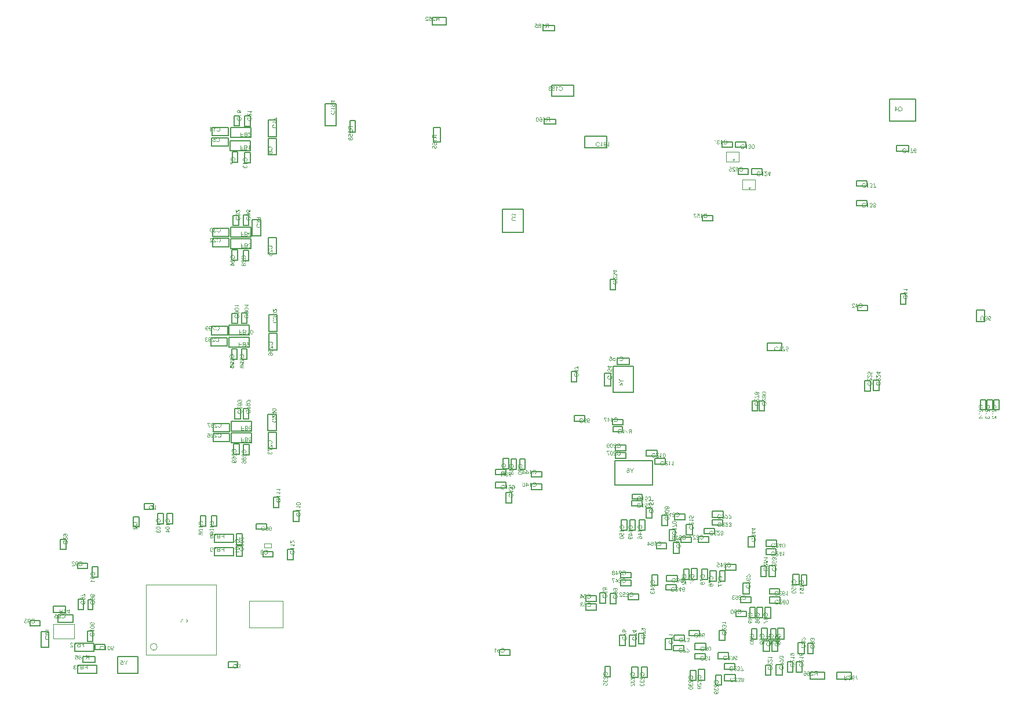
<source format=gbr>
G04*
G04 #@! TF.GenerationSoftware,Altium Limited,Altium Designer,24.2.2 (26)*
G04*
G04 Layer_Color=32896*
%FSLAX25Y25*%
%MOIN*%
G70*
G04*
G04 #@! TF.SameCoordinates,80A8E479-4E92-43EF-BFA2-91FD1FC97BD2*
G04*
G04*
G04 #@! TF.FilePolarity,Positive*
G04*
G01*
G75*
%ADD12C,0.00787*%
%ADD342C,0.00100*%
G36*
X345317Y-332042D02*
X345379Y-332049D01*
X345441Y-332061D01*
X345496Y-332075D01*
X345547Y-332093D01*
X345598Y-332111D01*
X345641Y-332133D01*
X345681Y-332152D01*
X345718Y-332173D01*
X345750Y-332195D01*
X345776Y-332213D01*
X345801Y-332232D01*
X345820Y-332246D01*
X345830Y-332257D01*
X345838Y-332264D01*
X345841Y-332268D01*
X345882Y-332312D01*
X345918Y-332355D01*
X345947Y-332403D01*
X345972Y-332450D01*
X345998Y-332497D01*
X346016Y-332545D01*
X346042Y-332632D01*
X346053Y-332672D01*
X346060Y-332708D01*
X346063Y-332741D01*
X346067Y-332770D01*
X346071Y-332792D01*
Y-332872D01*
X346063Y-332916D01*
X346045Y-333003D01*
X346020Y-333083D01*
X345991Y-333156D01*
X345961Y-333214D01*
X345947Y-333240D01*
X345936Y-333262D01*
X345925Y-333280D01*
X345918Y-333291D01*
X345914Y-333298D01*
X345911Y-333302D01*
X346591Y-333167D01*
Y-332159D01*
X346886D01*
Y-333411D01*
X345590Y-333655D01*
X345550Y-333364D01*
X345590Y-333338D01*
X345623Y-333305D01*
X345656Y-333276D01*
X345681Y-333247D01*
X345700Y-333218D01*
X345718Y-333196D01*
X345725Y-333182D01*
X345729Y-333178D01*
X345750Y-333131D01*
X345769Y-333083D01*
X345779Y-333040D01*
X345791Y-332996D01*
X345794Y-332960D01*
X345798Y-332930D01*
Y-332861D01*
X345791Y-332818D01*
X345772Y-332741D01*
X345747Y-332676D01*
X345721Y-332617D01*
X345692Y-332574D01*
X345667Y-332541D01*
X345649Y-332523D01*
X345645Y-332516D01*
X345641D01*
X345579Y-332465D01*
X345514Y-332428D01*
X345445Y-332403D01*
X345375Y-332384D01*
X345317Y-332373D01*
X345292Y-332370D01*
X345270D01*
X345252Y-332366D01*
X345237D01*
X345230D01*
X345226D01*
X345175D01*
X345128Y-332373D01*
X345037Y-332392D01*
X344960Y-332417D01*
X344899Y-332443D01*
X344848Y-332472D01*
X344808Y-332497D01*
X344797Y-332508D01*
X344786Y-332516D01*
X344782Y-332519D01*
X344778Y-332523D01*
X344749Y-332552D01*
X344724Y-332581D01*
X344680Y-332646D01*
X344651Y-332708D01*
X344633Y-332770D01*
X344618Y-332821D01*
X344615Y-332865D01*
X344611Y-332879D01*
Y-332901D01*
X344615Y-332970D01*
X344629Y-333032D01*
X344648Y-333087D01*
X344669Y-333131D01*
X344691Y-333171D01*
X344709Y-333200D01*
X344724Y-333214D01*
X344728Y-333222D01*
X344778Y-333265D01*
X344833Y-333302D01*
X344895Y-333331D01*
X344950Y-333353D01*
X345004Y-333367D01*
X345044Y-333378D01*
X345062Y-333382D01*
X345073Y-333385D01*
X345081D01*
X345084D01*
X345059Y-333709D01*
X345001Y-333702D01*
X344946Y-333691D01*
X344844Y-333658D01*
X344757Y-333618D01*
X344717Y-333596D01*
X344684Y-333575D01*
X344651Y-333557D01*
X344622Y-333535D01*
X344600Y-333517D01*
X344582Y-333498D01*
X344567Y-333484D01*
X344553Y-333476D01*
X344549Y-333469D01*
X344546Y-333466D01*
X344513Y-333422D01*
X344484Y-333378D01*
X344458Y-333331D01*
X344436Y-333283D01*
X344404Y-333192D01*
X344382Y-333102D01*
X344371Y-333062D01*
X344367Y-333021D01*
X344364Y-332989D01*
X344360Y-332960D01*
X344356Y-332934D01*
Y-332901D01*
X344360Y-332825D01*
X344371Y-332752D01*
X344385Y-332683D01*
X344404Y-332621D01*
X344429Y-332563D01*
X344455Y-332508D01*
X344480Y-332457D01*
X344509Y-332414D01*
X344538Y-332373D01*
X344564Y-332337D01*
X344593Y-332308D01*
X344615Y-332282D01*
X344633Y-332264D01*
X344648Y-332250D01*
X344658Y-332242D01*
X344662Y-332239D01*
X344709Y-332202D01*
X344760Y-332173D01*
X344808Y-332144D01*
X344859Y-332122D01*
X344957Y-332086D01*
X345052Y-332064D01*
X345092Y-332057D01*
X345132Y-332049D01*
X345164Y-332046D01*
X345194Y-332042D01*
X345219Y-332039D01*
X345237D01*
X345248D01*
X345252D01*
X345317Y-332042D01*
D02*
G37*
G36*
X346886Y-335646D02*
X346588D01*
Y-334412D01*
X346482Y-334499D01*
X346369Y-334583D01*
X346260Y-334656D01*
X346154Y-334725D01*
X346107Y-334754D01*
X346063Y-334780D01*
X346023Y-334805D01*
X345991Y-334823D01*
X345961Y-334838D01*
X345943Y-334849D01*
X345929Y-334856D01*
X345925Y-334860D01*
X345779Y-334932D01*
X345634Y-334998D01*
X345496Y-335053D01*
X345434Y-335074D01*
X345372Y-335096D01*
X345317Y-335118D01*
X345266Y-335133D01*
X345223Y-335147D01*
X345186Y-335158D01*
X345153Y-335169D01*
X345132Y-335176D01*
X345117Y-335180D01*
X345113D01*
X344964Y-335216D01*
X344891Y-335231D01*
X344826Y-335242D01*
X344764Y-335253D01*
X344702Y-335264D01*
X344651Y-335271D01*
X344600Y-335278D01*
X344556Y-335282D01*
X344516Y-335285D01*
X344480Y-335289D01*
X344451D01*
X344429Y-335293D01*
X344414D01*
X344404D01*
X344400D01*
Y-334976D01*
X344538Y-334965D01*
X344666Y-334947D01*
X344782Y-334929D01*
X344837Y-334918D01*
X344888Y-334907D01*
X344931Y-334900D01*
X344971Y-334889D01*
X345008Y-334881D01*
X345037Y-334874D01*
X345059Y-334867D01*
X345077Y-334863D01*
X345088Y-334860D01*
X345092D01*
X345259Y-334805D01*
X345415Y-334747D01*
X345492Y-334718D01*
X345565Y-334688D01*
X345630Y-334656D01*
X345696Y-334627D01*
X345754Y-334601D01*
X345805Y-334576D01*
X345849Y-334554D01*
X345889Y-334536D01*
X345921Y-334518D01*
X345943Y-334507D01*
X345958Y-334499D01*
X345961Y-334496D01*
X346038Y-334452D01*
X346114Y-334408D01*
X346184Y-334365D01*
X346249Y-334321D01*
X346307Y-334281D01*
X346366Y-334241D01*
X346416Y-334201D01*
X346460Y-334168D01*
X346504Y-334135D01*
X346540Y-334106D01*
X346569Y-334077D01*
X346595Y-334055D01*
X346617Y-334041D01*
X346631Y-334026D01*
X346639Y-334019D01*
X346642Y-334015D01*
X346886D01*
Y-335646D01*
D02*
G37*
G36*
X345281Y-336286D02*
X345223Y-336301D01*
X345168Y-336319D01*
X345117Y-336337D01*
X345070Y-336356D01*
X345026Y-336378D01*
X344990Y-336399D01*
X344953Y-336425D01*
X344920Y-336447D01*
X344891Y-336465D01*
X344869Y-336487D01*
X344848Y-336505D01*
X344830Y-336520D01*
X344819Y-336534D01*
X344808Y-336545D01*
X344804Y-336549D01*
X344800Y-336552D01*
X344771Y-336589D01*
X344749Y-336629D01*
X344709Y-336709D01*
X344680Y-336785D01*
X344662Y-336862D01*
X344648Y-336927D01*
X344644Y-336953D01*
Y-336978D01*
X344640Y-337000D01*
Y-337025D01*
X344644Y-337109D01*
X344658Y-337189D01*
X344677Y-337262D01*
X344699Y-337328D01*
X344720Y-337379D01*
X344731Y-337400D01*
X344739Y-337419D01*
X344746Y-337433D01*
X344753Y-337444D01*
X344757Y-337451D01*
Y-337455D01*
X344808Y-337524D01*
X344862Y-337582D01*
X344924Y-337633D01*
X344982Y-337673D01*
X345033Y-337706D01*
X345077Y-337728D01*
X345095Y-337735D01*
X345106Y-337742D01*
X345113Y-337746D01*
X345117D01*
X345212Y-337775D01*
X345306Y-337797D01*
X345401Y-337815D01*
X345488Y-337826D01*
X345528Y-337830D01*
X345565Y-337833D01*
X345598D01*
X345623Y-337837D01*
X345645D01*
X345663D01*
X345674D01*
X345678D01*
X345772Y-337833D01*
X345860Y-337826D01*
X345940Y-337812D01*
X346012Y-337797D01*
X346074Y-337786D01*
X346100Y-337779D01*
X346122Y-337772D01*
X346140Y-337768D01*
X346151Y-337764D01*
X346158Y-337761D01*
X346162D01*
X346246Y-337724D01*
X346322Y-337684D01*
X346384Y-337641D01*
X346438Y-337593D01*
X346482Y-337553D01*
X346511Y-337521D01*
X346529Y-337495D01*
X346537Y-337491D01*
Y-337488D01*
X346584Y-337411D01*
X346620Y-337328D01*
X346646Y-337247D01*
X346660Y-337171D01*
X346671Y-337102D01*
X346675Y-337073D01*
Y-337047D01*
X346679Y-337029D01*
Y-337000D01*
X346675Y-336909D01*
X346660Y-336825D01*
X346639Y-336756D01*
X346617Y-336694D01*
X346591Y-336647D01*
X346573Y-336611D01*
X346558Y-336589D01*
X346551Y-336581D01*
X346497Y-336523D01*
X346435Y-336469D01*
X346369Y-336425D01*
X346304Y-336388D01*
X346246Y-336359D01*
X346216Y-336348D01*
X346195Y-336341D01*
X346176Y-336334D01*
X346162Y-336327D01*
X346154Y-336323D01*
X346151D01*
X346227Y-335995D01*
X346293Y-336017D01*
X346351Y-336039D01*
X346406Y-336068D01*
X346460Y-336094D01*
X346508Y-336123D01*
X346551Y-336156D01*
X346595Y-336185D01*
X346631Y-336214D01*
X346660Y-336243D01*
X346690Y-336268D01*
X346715Y-336294D01*
X346733Y-336312D01*
X346751Y-336330D01*
X346762Y-336345D01*
X346766Y-336352D01*
X346770Y-336356D01*
X346802Y-336407D01*
X346835Y-336458D01*
X346861Y-336509D01*
X346883Y-336563D01*
X346915Y-336672D01*
X346937Y-336771D01*
X346948Y-336818D01*
X346952Y-336858D01*
X346955Y-336898D01*
X346959Y-336931D01*
X346962Y-336956D01*
Y-336993D01*
X346955Y-337113D01*
X346937Y-337229D01*
X346915Y-337331D01*
X346901Y-337379D01*
X346886Y-337422D01*
X346871Y-337462D01*
X346857Y-337499D01*
X346846Y-337528D01*
X346835Y-337557D01*
X346824Y-337575D01*
X346817Y-337590D01*
X346813Y-337601D01*
X346810Y-337604D01*
X346748Y-337702D01*
X346675Y-337786D01*
X346602Y-337859D01*
X346529Y-337921D01*
X346464Y-337968D01*
X346435Y-337986D01*
X346409Y-338001D01*
X346391Y-338016D01*
X346376Y-338023D01*
X346366Y-338026D01*
X346362Y-338030D01*
X346249Y-338081D01*
X346133Y-338117D01*
X346016Y-338143D01*
X345911Y-338161D01*
X345863Y-338168D01*
X345816Y-338172D01*
X345779Y-338176D01*
X345743D01*
X345718Y-338179D01*
X345696D01*
X345681D01*
X345678D01*
X345547Y-338172D01*
X345419Y-338158D01*
X345306Y-338139D01*
X345252Y-338125D01*
X345204Y-338114D01*
X345161Y-338103D01*
X345121Y-338088D01*
X345084Y-338077D01*
X345055Y-338070D01*
X345033Y-338059D01*
X345015Y-338055D01*
X345004Y-338048D01*
X345001D01*
X344891Y-337994D01*
X344793Y-337932D01*
X344709Y-337866D01*
X344677Y-337833D01*
X344644Y-337804D01*
X344615Y-337775D01*
X344589Y-337746D01*
X344567Y-337721D01*
X344553Y-337699D01*
X344538Y-337684D01*
X344527Y-337670D01*
X344524Y-337662D01*
X344520Y-337659D01*
X344491Y-337608D01*
X344465Y-337557D01*
X344426Y-337448D01*
X344396Y-337338D01*
X344378Y-337233D01*
X344371Y-337182D01*
X344364Y-337138D01*
X344360Y-337098D01*
Y-337066D01*
X344356Y-337036D01*
Y-336996D01*
X344360Y-336924D01*
X344367Y-336854D01*
X344374Y-336789D01*
X344389Y-336727D01*
X344407Y-336669D01*
X344426Y-336614D01*
X344444Y-336563D01*
X344465Y-336516D01*
X344484Y-336476D01*
X344502Y-336436D01*
X344520Y-336407D01*
X344538Y-336378D01*
X344553Y-336359D01*
X344560Y-336341D01*
X344567Y-336334D01*
X344571Y-336330D01*
X344615Y-336279D01*
X344658Y-336236D01*
X344709Y-336195D01*
X344760Y-336156D01*
X344862Y-336090D01*
X344964Y-336039D01*
X345011Y-336017D01*
X345055Y-335999D01*
X345095Y-335984D01*
X345128Y-335974D01*
X345157Y-335963D01*
X345179Y-335955D01*
X345194Y-335952D01*
X345197D01*
X345281Y-336286D01*
D02*
G37*
G36*
X355884Y-356618D02*
X356011Y-356632D01*
X356124Y-356650D01*
X356178Y-356665D01*
X356226Y-356676D01*
X356269Y-356687D01*
X356309Y-356701D01*
X356346Y-356712D01*
X356375Y-356720D01*
X356397Y-356731D01*
X356415Y-356734D01*
X356426Y-356741D01*
X356430D01*
X356539Y-356796D01*
X356637Y-356858D01*
X356721Y-356924D01*
X356753Y-356956D01*
X356786Y-356985D01*
X356815Y-357014D01*
X356841Y-357044D01*
X356863Y-357069D01*
X356877Y-357091D01*
X356892Y-357105D01*
X356903Y-357120D01*
X356906Y-357127D01*
X356910Y-357131D01*
X356939Y-357182D01*
X356965Y-357233D01*
X357005Y-357342D01*
X357034Y-357451D01*
X357052Y-357557D01*
X357059Y-357608D01*
X357066Y-357651D01*
X357070Y-357692D01*
Y-357724D01*
X357074Y-357753D01*
Y-357793D01*
X357070Y-357866D01*
X357063Y-357935D01*
X357056Y-358001D01*
X357041Y-358063D01*
X357023Y-358121D01*
X357005Y-358176D01*
X356986Y-358227D01*
X356965Y-358274D01*
X356946Y-358314D01*
X356928Y-358354D01*
X356910Y-358383D01*
X356892Y-358412D01*
X356877Y-358431D01*
X356870Y-358449D01*
X356863Y-358456D01*
X356859Y-358460D01*
X356815Y-358510D01*
X356772Y-358554D01*
X356721Y-358594D01*
X356670Y-358634D01*
X356568Y-358700D01*
X356466Y-358751D01*
X356419Y-358773D01*
X356375Y-358791D01*
X356335Y-358805D01*
X356302Y-358816D01*
X356273Y-358827D01*
X356251Y-358835D01*
X356237Y-358838D01*
X356233D01*
X356149Y-358503D01*
X356207Y-358489D01*
X356262Y-358471D01*
X356313Y-358452D01*
X356360Y-358434D01*
X356404Y-358412D01*
X356440Y-358390D01*
X356477Y-358365D01*
X356510Y-358343D01*
X356539Y-358325D01*
X356561Y-358303D01*
X356582Y-358285D01*
X356601Y-358270D01*
X356611Y-358256D01*
X356623Y-358245D01*
X356626Y-358241D01*
X356630Y-358238D01*
X356659Y-358201D01*
X356681Y-358161D01*
X356721Y-358081D01*
X356750Y-358005D01*
X356768Y-357928D01*
X356783Y-357863D01*
X356786Y-357837D01*
Y-357812D01*
X356790Y-357790D01*
Y-357764D01*
X356786Y-357681D01*
X356772Y-357600D01*
X356753Y-357528D01*
X356732Y-357462D01*
X356710Y-357411D01*
X356699Y-357389D01*
X356692Y-357371D01*
X356684Y-357357D01*
X356677Y-357346D01*
X356673Y-357339D01*
Y-357335D01*
X356623Y-357266D01*
X356568Y-357207D01*
X356506Y-357156D01*
X356448Y-357116D01*
X356397Y-357084D01*
X356353Y-357062D01*
X356335Y-357054D01*
X356324Y-357047D01*
X356317Y-357044D01*
X356313D01*
X356218Y-357014D01*
X356124Y-356993D01*
X356029Y-356975D01*
X355942Y-356963D01*
X355902Y-356960D01*
X355865Y-356956D01*
X355833D01*
X355807Y-356953D01*
X355785D01*
X355767D01*
X355756D01*
X355752D01*
X355658Y-356956D01*
X355571Y-356963D01*
X355490Y-356978D01*
X355418Y-356993D01*
X355356Y-357004D01*
X355330Y-357011D01*
X355308Y-357018D01*
X355290Y-357022D01*
X355279Y-357025D01*
X355272Y-357029D01*
X355268D01*
X355185Y-357066D01*
X355108Y-357105D01*
X355046Y-357149D01*
X354992Y-357196D01*
X354948Y-357237D01*
X354919Y-357269D01*
X354901Y-357295D01*
X354893Y-357298D01*
Y-357302D01*
X354846Y-357379D01*
X354810Y-357462D01*
X354784Y-357542D01*
X354770Y-357619D01*
X354759Y-357688D01*
X354755Y-357717D01*
Y-357743D01*
X354751Y-357761D01*
Y-357790D01*
X354755Y-357881D01*
X354770Y-357964D01*
X354791Y-358034D01*
X354813Y-358096D01*
X354839Y-358143D01*
X354857Y-358179D01*
X354872Y-358201D01*
X354879Y-358208D01*
X354934Y-358267D01*
X354995Y-358321D01*
X355061Y-358365D01*
X355126Y-358401D01*
X355185Y-358431D01*
X355214Y-358441D01*
X355236Y-358449D01*
X355254Y-358456D01*
X355268Y-358463D01*
X355276Y-358467D01*
X355279D01*
X355203Y-358794D01*
X355137Y-358773D01*
X355079Y-358751D01*
X355025Y-358722D01*
X354970Y-358696D01*
X354923Y-358667D01*
X354879Y-358634D01*
X354835Y-358605D01*
X354799Y-358576D01*
X354770Y-358547D01*
X354741Y-358522D01*
X354715Y-358496D01*
X354697Y-358478D01*
X354679Y-358460D01*
X354668Y-358445D01*
X354664Y-358438D01*
X354661Y-358434D01*
X354628Y-358383D01*
X354595Y-358332D01*
X354570Y-358281D01*
X354548Y-358227D01*
X354515Y-358117D01*
X354493Y-358019D01*
X354482Y-357972D01*
X354479Y-357932D01*
X354475Y-357892D01*
X354471Y-357859D01*
X354468Y-357834D01*
Y-357797D01*
X354475Y-357677D01*
X354493Y-357560D01*
X354515Y-357459D01*
X354530Y-357411D01*
X354544Y-357368D01*
X354559Y-357328D01*
X354573Y-357291D01*
X354584Y-357262D01*
X354595Y-357233D01*
X354606Y-357215D01*
X354613Y-357200D01*
X354617Y-357189D01*
X354621Y-357186D01*
X354682Y-357087D01*
X354755Y-357004D01*
X354828Y-356931D01*
X354901Y-356869D01*
X354966Y-356822D01*
X354995Y-356803D01*
X355021Y-356789D01*
X355039Y-356774D01*
X355054Y-356767D01*
X355065Y-356763D01*
X355068Y-356760D01*
X355181Y-356709D01*
X355297Y-356672D01*
X355414Y-356647D01*
X355520Y-356629D01*
X355567Y-356621D01*
X355614Y-356618D01*
X355651Y-356614D01*
X355687D01*
X355713Y-356610D01*
X355734D01*
X355749D01*
X355752D01*
X355884Y-356618D01*
D02*
G37*
G36*
X357030Y-360749D02*
X356732D01*
Y-359508D01*
X356670Y-359552D01*
X356644Y-359573D01*
X356619Y-359592D01*
X356597Y-359610D01*
X356582Y-359624D01*
X356572Y-359635D01*
X356568Y-359639D01*
X356550Y-359657D01*
X356532Y-359679D01*
X356484Y-359730D01*
X356430Y-359788D01*
X356375Y-359850D01*
X356328Y-359908D01*
X356306Y-359934D01*
X356284Y-359956D01*
X356269Y-359974D01*
X356259Y-359988D01*
X356251Y-359996D01*
X356247Y-359999D01*
X356197Y-360057D01*
X356149Y-360116D01*
X356102Y-360167D01*
X356062Y-360214D01*
X356022Y-360258D01*
X355985Y-360294D01*
X355953Y-360331D01*
X355924Y-360360D01*
X355894Y-360389D01*
X355873Y-360411D01*
X355854Y-360429D01*
X355836Y-360447D01*
X355814Y-360465D01*
X355807Y-360472D01*
X355745Y-360524D01*
X355691Y-360567D01*
X355636Y-360603D01*
X355592Y-360633D01*
X355552Y-360654D01*
X355523Y-360669D01*
X355505Y-360676D01*
X355498Y-360680D01*
X355443Y-360702D01*
X355388Y-360716D01*
X355338Y-360731D01*
X355294Y-360738D01*
X355254Y-360742D01*
X355225Y-360746D01*
X355206D01*
X355199D01*
X355145Y-360742D01*
X355094Y-360735D01*
X355043Y-360727D01*
X354999Y-360713D01*
X354912Y-360676D01*
X354842Y-360640D01*
X354810Y-360618D01*
X354784Y-360600D01*
X354759Y-360582D01*
X354741Y-360563D01*
X354726Y-360549D01*
X354712Y-360542D01*
X354708Y-360534D01*
X354704Y-360531D01*
X354668Y-360491D01*
X354635Y-360447D01*
X354609Y-360400D01*
X354588Y-360352D01*
X354551Y-360258D01*
X354526Y-360163D01*
X354519Y-360123D01*
X354511Y-360083D01*
X354508Y-360047D01*
X354504Y-360017D01*
X354500Y-359992D01*
Y-359956D01*
X354504Y-359890D01*
X354508Y-359828D01*
X354519Y-359770D01*
X354530Y-359715D01*
X354544Y-359664D01*
X354559Y-359617D01*
X354577Y-359573D01*
X354595Y-359533D01*
X354613Y-359497D01*
X354631Y-359468D01*
X354646Y-359442D01*
X354661Y-359420D01*
X354671Y-359402D01*
X354682Y-359391D01*
X354686Y-359384D01*
X354690Y-359381D01*
X354726Y-359344D01*
X354766Y-359311D01*
X354810Y-359279D01*
X354853Y-359253D01*
X354941Y-359209D01*
X355028Y-359180D01*
X355068Y-359169D01*
X355108Y-359158D01*
X355141Y-359151D01*
X355170Y-359144D01*
X355196Y-359140D01*
X355214D01*
X355225Y-359137D01*
X355228D01*
X355261Y-359453D01*
X355177Y-359461D01*
X355105Y-359475D01*
X355039Y-359497D01*
X354988Y-359523D01*
X354944Y-359544D01*
X354915Y-359566D01*
X354897Y-359581D01*
X354890Y-359588D01*
X354846Y-359643D01*
X354813Y-359701D01*
X354788Y-359763D01*
X354773Y-359817D01*
X354762Y-359868D01*
X354759Y-359912D01*
X354755Y-359927D01*
Y-359948D01*
X354759Y-360025D01*
X354773Y-360094D01*
X354795Y-360152D01*
X354817Y-360203D01*
X354842Y-360243D01*
X354861Y-360269D01*
X354875Y-360287D01*
X354883Y-360294D01*
X354934Y-360338D01*
X354984Y-360371D01*
X355035Y-360396D01*
X355086Y-360411D01*
X355126Y-360421D01*
X355163Y-360425D01*
X355185Y-360429D01*
X355188D01*
X355192D01*
X355258Y-360421D01*
X355327Y-360407D01*
X355388Y-360382D01*
X355447Y-360356D01*
X355494Y-360327D01*
X355534Y-360301D01*
X355549Y-360294D01*
X355560Y-360287D01*
X355563Y-360280D01*
X355567D01*
X355607Y-360250D01*
X355647Y-360214D01*
X355691Y-360174D01*
X355734Y-360130D01*
X355822Y-360039D01*
X355909Y-359948D01*
X355949Y-359901D01*
X355985Y-359861D01*
X356018Y-359821D01*
X356047Y-359788D01*
X356069Y-359763D01*
X356087Y-359741D01*
X356098Y-359726D01*
X356102Y-359723D01*
X356178Y-359632D01*
X356251Y-359548D01*
X356317Y-359479D01*
X356371Y-359424D01*
X356419Y-359377D01*
X356451Y-359344D01*
X356473Y-359326D01*
X356477Y-359319D01*
X356481D01*
X356542Y-359268D01*
X356601Y-359228D01*
X356659Y-359191D01*
X356710Y-359162D01*
X356753Y-359140D01*
X356786Y-359126D01*
X356808Y-359118D01*
X356812Y-359115D01*
X356815D01*
X356855Y-359100D01*
X356892Y-359093D01*
X356928Y-359086D01*
X356961Y-359082D01*
X356990Y-359078D01*
X357012D01*
X357027D01*
X357030D01*
Y-360749D01*
D02*
G37*
G36*
X356422Y-361091D02*
X356477Y-361102D01*
X356579Y-361135D01*
X356666Y-361175D01*
X356702Y-361197D01*
X356739Y-361219D01*
X356772Y-361241D01*
X356797Y-361262D01*
X356823Y-361281D01*
X356841Y-361299D01*
X356855Y-361310D01*
X356866Y-361321D01*
X356874Y-361328D01*
X356877Y-361332D01*
X356910Y-361375D01*
X356943Y-361419D01*
X356968Y-361463D01*
X356990Y-361510D01*
X357027Y-361601D01*
X357048Y-361688D01*
X357056Y-361728D01*
X357063Y-361765D01*
X357066Y-361797D01*
X357070Y-361827D01*
X357074Y-361848D01*
Y-361881D01*
X357070Y-361950D01*
X357063Y-362012D01*
X357052Y-362074D01*
X357037Y-362132D01*
X357019Y-362187D01*
X357001Y-362234D01*
X356979Y-362282D01*
X356957Y-362322D01*
X356939Y-362362D01*
X356917Y-362394D01*
X356899Y-362423D01*
X356881Y-362445D01*
X356866Y-362464D01*
X356855Y-362478D01*
X356848Y-362485D01*
X356844Y-362489D01*
X356801Y-362533D01*
X356753Y-362569D01*
X356706Y-362602D01*
X356659Y-362631D01*
X356615Y-362653D01*
X356568Y-362675D01*
X356481Y-362704D01*
X356440Y-362711D01*
X356404Y-362718D01*
X356371Y-362726D01*
X356342Y-362729D01*
X356320Y-362733D01*
X356302D01*
X356291D01*
X356288D01*
X356200Y-362729D01*
X356120Y-362715D01*
X356051Y-362693D01*
X355993Y-362671D01*
X355945Y-362649D01*
X355909Y-362627D01*
X355887Y-362613D01*
X355880Y-362609D01*
X355825Y-362558D01*
X355778Y-362504D01*
X355742Y-362445D01*
X355713Y-362387D01*
X355691Y-362336D01*
X355676Y-362296D01*
X355672Y-362282D01*
X355669Y-362271D01*
X355665Y-362263D01*
Y-362260D01*
X355632Y-362322D01*
X355600Y-362373D01*
X355563Y-362416D01*
X355531Y-362453D01*
X355501Y-362482D01*
X355476Y-362504D01*
X355461Y-362514D01*
X355454Y-362518D01*
X355403Y-362547D01*
X355352Y-362569D01*
X355301Y-362587D01*
X355254Y-362598D01*
X355214Y-362606D01*
X355185Y-362609D01*
X355163D01*
X355155D01*
X355094Y-362606D01*
X355032Y-362595D01*
X354977Y-362580D01*
X354930Y-362562D01*
X354890Y-362544D01*
X354857Y-362529D01*
X354839Y-362518D01*
X354832Y-362514D01*
X354777Y-362478D01*
X354730Y-362435D01*
X354690Y-362391D01*
X354653Y-362347D01*
X354628Y-362311D01*
X354606Y-362278D01*
X354595Y-362256D01*
X354591Y-362252D01*
Y-362249D01*
X354562Y-362183D01*
X354540Y-362118D01*
X354522Y-362052D01*
X354511Y-361994D01*
X354504Y-361947D01*
X354500Y-361907D01*
Y-361816D01*
X354508Y-361765D01*
X354526Y-361666D01*
X354555Y-361583D01*
X354584Y-361510D01*
X354602Y-361477D01*
X354617Y-361452D01*
X354631Y-361426D01*
X354646Y-361408D01*
X354657Y-361393D01*
X354664Y-361383D01*
X354668Y-361375D01*
X354671Y-361372D01*
X354741Y-361302D01*
X354817Y-361248D01*
X354897Y-361204D01*
X354977Y-361168D01*
X355046Y-361146D01*
X355076Y-361135D01*
X355101Y-361128D01*
X355123Y-361124D01*
X355137Y-361120D01*
X355148Y-361117D01*
X355152D01*
X355206Y-361426D01*
X355126Y-361441D01*
X355057Y-361463D01*
X354999Y-361488D01*
X354952Y-361513D01*
X354915Y-361539D01*
X354890Y-361561D01*
X354872Y-361575D01*
X354868Y-361579D01*
X354832Y-361626D01*
X354802Y-361677D01*
X354784Y-361725D01*
X354770Y-361772D01*
X354762Y-361816D01*
X354755Y-361848D01*
Y-361877D01*
X354759Y-361943D01*
X354773Y-362001D01*
X354791Y-362052D01*
X354810Y-362096D01*
X354832Y-362129D01*
X354850Y-362154D01*
X354864Y-362172D01*
X354868Y-362176D01*
X354912Y-362216D01*
X354959Y-362245D01*
X355006Y-362263D01*
X355050Y-362278D01*
X355090Y-362285D01*
X355119Y-362293D01*
X355141D01*
X355145D01*
X355148D01*
X355188D01*
X355225Y-362285D01*
X355287Y-362267D01*
X355341Y-362242D01*
X355388Y-362212D01*
X355421Y-362183D01*
X355447Y-362158D01*
X355461Y-362140D01*
X355465Y-362136D01*
Y-362132D01*
X355498Y-362070D01*
X355523Y-362012D01*
X355541Y-361950D01*
X355552Y-361896D01*
X355560Y-361848D01*
X355567Y-361808D01*
Y-361761D01*
X355563Y-361747D01*
Y-361728D01*
X355836Y-361692D01*
X355825Y-361739D01*
X355818Y-361783D01*
X355811Y-361819D01*
X355807Y-361852D01*
X355803Y-361877D01*
Y-361910D01*
X355811Y-361987D01*
X355825Y-362056D01*
X355847Y-362118D01*
X355873Y-362169D01*
X355898Y-362209D01*
X355920Y-362238D01*
X355935Y-362256D01*
X355942Y-362263D01*
X355996Y-362311D01*
X356055Y-362347D01*
X356113Y-362373D01*
X356171Y-362387D01*
X356218Y-362398D01*
X356259Y-362402D01*
X356273Y-362405D01*
X356284D01*
X356291D01*
X356295D01*
X356375Y-362398D01*
X356448Y-362380D01*
X356510Y-362358D01*
X356564Y-362329D01*
X356608Y-362300D01*
X356641Y-362278D01*
X356663Y-362260D01*
X356670Y-362252D01*
X356721Y-362194D01*
X356757Y-362132D01*
X356783Y-362070D01*
X356801Y-362012D01*
X356812Y-361961D01*
X356815Y-361921D01*
X356819Y-361907D01*
Y-361885D01*
X356815Y-361819D01*
X356801Y-361757D01*
X356783Y-361703D01*
X356761Y-361659D01*
X356743Y-361623D01*
X356724Y-361594D01*
X356710Y-361579D01*
X356706Y-361572D01*
X356655Y-361528D01*
X356597Y-361492D01*
X356535Y-361459D01*
X356470Y-361434D01*
X356415Y-361415D01*
X356389Y-361408D01*
X356368Y-361404D01*
X356349Y-361401D01*
X356335Y-361397D01*
X356328Y-361393D01*
X356324D01*
X356364Y-361084D01*
X356422Y-361091D01*
D02*
G37*
G36*
Y-363050D02*
X356477Y-363060D01*
X356579Y-363093D01*
X356666Y-363133D01*
X356702Y-363155D01*
X356739Y-363177D01*
X356772Y-363199D01*
X356797Y-363221D01*
X356823Y-363239D01*
X356841Y-363257D01*
X356855Y-363268D01*
X356866Y-363279D01*
X356874Y-363286D01*
X356877Y-363290D01*
X356910Y-363334D01*
X356943Y-363377D01*
X356968Y-363421D01*
X356990Y-363468D01*
X357027Y-363559D01*
X357048Y-363647D01*
X357056Y-363687D01*
X357063Y-363723D01*
X357066Y-363756D01*
X357070Y-363785D01*
X357074Y-363807D01*
Y-363840D01*
X357070Y-363909D01*
X357063Y-363970D01*
X357052Y-364032D01*
X357037Y-364091D01*
X357019Y-364145D01*
X357001Y-364193D01*
X356979Y-364240D01*
X356957Y-364280D01*
X356939Y-364320D01*
X356917Y-364353D01*
X356899Y-364382D01*
X356881Y-364404D01*
X356866Y-364422D01*
X356855Y-364437D01*
X356848Y-364444D01*
X356844Y-364447D01*
X356801Y-364491D01*
X356753Y-364528D01*
X356706Y-364560D01*
X356659Y-364589D01*
X356615Y-364611D01*
X356568Y-364633D01*
X356481Y-364662D01*
X356440Y-364669D01*
X356404Y-364677D01*
X356371Y-364684D01*
X356342Y-364688D01*
X356320Y-364691D01*
X356302D01*
X356291D01*
X356288D01*
X356200Y-364688D01*
X356120Y-364673D01*
X356051Y-364651D01*
X355993Y-364629D01*
X355945Y-364608D01*
X355909Y-364586D01*
X355887Y-364571D01*
X355880Y-364567D01*
X355825Y-364516D01*
X355778Y-364462D01*
X355742Y-364404D01*
X355713Y-364346D01*
X355691Y-364295D01*
X355676Y-364254D01*
X355672Y-364240D01*
X355669Y-364229D01*
X355665Y-364222D01*
Y-364218D01*
X355632Y-364280D01*
X355600Y-364331D01*
X355563Y-364375D01*
X355531Y-364411D01*
X355501Y-364440D01*
X355476Y-364462D01*
X355461Y-364473D01*
X355454Y-364476D01*
X355403Y-364506D01*
X355352Y-364528D01*
X355301Y-364546D01*
X355254Y-364557D01*
X355214Y-364564D01*
X355185Y-364567D01*
X355163D01*
X355155D01*
X355094Y-364564D01*
X355032Y-364553D01*
X354977Y-364538D01*
X354930Y-364520D01*
X354890Y-364502D01*
X354857Y-364487D01*
X354839Y-364476D01*
X354832Y-364473D01*
X354777Y-364437D01*
X354730Y-364393D01*
X354690Y-364349D01*
X354653Y-364305D01*
X354628Y-364269D01*
X354606Y-364236D01*
X354595Y-364214D01*
X354591Y-364211D01*
Y-364207D01*
X354562Y-364142D01*
X354540Y-364076D01*
X354522Y-364011D01*
X354511Y-363952D01*
X354504Y-363905D01*
X354500Y-363865D01*
Y-363774D01*
X354508Y-363723D01*
X354526Y-363625D01*
X354555Y-363541D01*
X354584Y-363468D01*
X354602Y-363436D01*
X354617Y-363410D01*
X354631Y-363385D01*
X354646Y-363366D01*
X354657Y-363352D01*
X354664Y-363341D01*
X354668Y-363334D01*
X354671Y-363330D01*
X354741Y-363261D01*
X354817Y-363206D01*
X354897Y-363162D01*
X354977Y-363126D01*
X355046Y-363104D01*
X355076Y-363093D01*
X355101Y-363086D01*
X355123Y-363082D01*
X355137Y-363079D01*
X355148Y-363075D01*
X355152D01*
X355206Y-363385D01*
X355126Y-363399D01*
X355057Y-363421D01*
X354999Y-363446D01*
X354952Y-363472D01*
X354915Y-363497D01*
X354890Y-363519D01*
X354872Y-363534D01*
X354868Y-363537D01*
X354832Y-363585D01*
X354802Y-363636D01*
X354784Y-363683D01*
X354770Y-363730D01*
X354762Y-363774D01*
X354755Y-363807D01*
Y-363836D01*
X354759Y-363901D01*
X354773Y-363960D01*
X354791Y-364011D01*
X354810Y-364054D01*
X354832Y-364087D01*
X354850Y-364112D01*
X354864Y-364131D01*
X354868Y-364134D01*
X354912Y-364174D01*
X354959Y-364204D01*
X355006Y-364222D01*
X355050Y-364236D01*
X355090Y-364244D01*
X355119Y-364251D01*
X355141D01*
X355145D01*
X355148D01*
X355188D01*
X355225Y-364244D01*
X355287Y-364225D01*
X355341Y-364200D01*
X355388Y-364171D01*
X355421Y-364142D01*
X355447Y-364116D01*
X355461Y-364098D01*
X355465Y-364094D01*
Y-364091D01*
X355498Y-364029D01*
X355523Y-363970D01*
X355541Y-363909D01*
X355552Y-363854D01*
X355560Y-363807D01*
X355567Y-363767D01*
Y-363719D01*
X355563Y-363705D01*
Y-363687D01*
X355836Y-363650D01*
X355825Y-363698D01*
X355818Y-363741D01*
X355811Y-363778D01*
X355807Y-363810D01*
X355803Y-363836D01*
Y-363869D01*
X355811Y-363945D01*
X355825Y-364014D01*
X355847Y-364076D01*
X355873Y-364127D01*
X355898Y-364167D01*
X355920Y-364196D01*
X355935Y-364214D01*
X355942Y-364222D01*
X355996Y-364269D01*
X356055Y-364305D01*
X356113Y-364331D01*
X356171Y-364346D01*
X356218Y-364356D01*
X356259Y-364360D01*
X356273Y-364364D01*
X356284D01*
X356291D01*
X356295D01*
X356375Y-364356D01*
X356448Y-364338D01*
X356510Y-364316D01*
X356564Y-364287D01*
X356608Y-364258D01*
X356641Y-364236D01*
X356663Y-364218D01*
X356670Y-364211D01*
X356721Y-364153D01*
X356757Y-364091D01*
X356783Y-364029D01*
X356801Y-363970D01*
X356812Y-363920D01*
X356815Y-363879D01*
X356819Y-363865D01*
Y-363843D01*
X356815Y-363778D01*
X356801Y-363716D01*
X356783Y-363661D01*
X356761Y-363617D01*
X356743Y-363581D01*
X356724Y-363552D01*
X356710Y-363537D01*
X356706Y-363530D01*
X356655Y-363486D01*
X356597Y-363450D01*
X356535Y-363417D01*
X356470Y-363392D01*
X356415Y-363374D01*
X356389Y-363366D01*
X356368Y-363363D01*
X356349Y-363359D01*
X356335Y-363355D01*
X356328Y-363352D01*
X356324D01*
X356364Y-363042D01*
X356422Y-363050D01*
D02*
G37*
G36*
X57338Y-351163D02*
X57047Y-351203D01*
X57021Y-351163D01*
X56989Y-351130D01*
X56959Y-351097D01*
X56930Y-351072D01*
X56901Y-351054D01*
X56879Y-351035D01*
X56865Y-351028D01*
X56861Y-351024D01*
X56814Y-351003D01*
X56766Y-350984D01*
X56723Y-350973D01*
X56679Y-350962D01*
X56643Y-350959D01*
X56614Y-350955D01*
X56544D01*
X56501Y-350962D01*
X56424Y-350981D01*
X56359Y-351006D01*
X56301Y-351032D01*
X56257Y-351061D01*
X56224Y-351086D01*
X56206Y-351104D01*
X56199Y-351108D01*
Y-351112D01*
X56148Y-351174D01*
X56111Y-351239D01*
X56086Y-351308D01*
X56068Y-351377D01*
X56057Y-351436D01*
X56053Y-351461D01*
Y-351483D01*
X56049Y-351501D01*
Y-351516D01*
Y-351523D01*
Y-351527D01*
Y-351578D01*
X56057Y-351625D01*
X56075Y-351716D01*
X56100Y-351792D01*
X56126Y-351854D01*
X56155Y-351905D01*
X56180Y-351945D01*
X56191Y-351956D01*
X56199Y-351967D01*
X56202Y-351971D01*
X56206Y-351974D01*
X56235Y-352004D01*
X56264Y-352029D01*
X56330Y-352073D01*
X56392Y-352102D01*
X56453Y-352120D01*
X56504Y-352134D01*
X56548Y-352138D01*
X56563Y-352142D01*
X56585D01*
X56654Y-352138D01*
X56716Y-352124D01*
X56770Y-352105D01*
X56814Y-352084D01*
X56854Y-352062D01*
X56883Y-352044D01*
X56897Y-352029D01*
X56905Y-352025D01*
X56949Y-351974D01*
X56985Y-351920D01*
X57014Y-351858D01*
X57036Y-351803D01*
X57050Y-351749D01*
X57061Y-351709D01*
X57065Y-351691D01*
X57069Y-351679D01*
Y-351672D01*
Y-351669D01*
X57393Y-351694D01*
X57385Y-351752D01*
X57374Y-351807D01*
X57342Y-351909D01*
X57302Y-351996D01*
X57280Y-352036D01*
X57258Y-352069D01*
X57240Y-352102D01*
X57218Y-352131D01*
X57200Y-352153D01*
X57181Y-352171D01*
X57167Y-352186D01*
X57160Y-352200D01*
X57152Y-352204D01*
X57149Y-352207D01*
X57105Y-352240D01*
X57061Y-352269D01*
X57014Y-352295D01*
X56967Y-352316D01*
X56876Y-352349D01*
X56785Y-352371D01*
X56745Y-352382D01*
X56705Y-352386D01*
X56672Y-352389D01*
X56643Y-352393D01*
X56617Y-352397D01*
X56585D01*
X56508Y-352393D01*
X56435Y-352382D01*
X56366Y-352367D01*
X56304Y-352349D01*
X56246Y-352324D01*
X56191Y-352298D01*
X56140Y-352273D01*
X56097Y-352244D01*
X56057Y-352215D01*
X56020Y-352189D01*
X55991Y-352160D01*
X55966Y-352138D01*
X55948Y-352120D01*
X55933Y-352105D01*
X55926Y-352095D01*
X55922Y-352091D01*
X55886Y-352044D01*
X55857Y-351993D01*
X55827Y-351945D01*
X55805Y-351894D01*
X55769Y-351796D01*
X55747Y-351701D01*
X55740Y-351661D01*
X55733Y-351621D01*
X55729Y-351589D01*
X55726Y-351559D01*
X55722Y-351534D01*
Y-351516D01*
Y-351505D01*
Y-351501D01*
X55726Y-351436D01*
X55733Y-351374D01*
X55744Y-351312D01*
X55758Y-351257D01*
X55776Y-351206D01*
X55795Y-351155D01*
X55816Y-351112D01*
X55835Y-351072D01*
X55857Y-351035D01*
X55878Y-351003D01*
X55897Y-350977D01*
X55915Y-350952D01*
X55929Y-350933D01*
X55940Y-350922D01*
X55948Y-350915D01*
X55951Y-350911D01*
X55995Y-350871D01*
X56038Y-350835D01*
X56086Y-350806D01*
X56133Y-350781D01*
X56180Y-350755D01*
X56228Y-350737D01*
X56315Y-350711D01*
X56355Y-350700D01*
X56392Y-350693D01*
X56424Y-350689D01*
X56453Y-350686D01*
X56475Y-350682D01*
X56555D01*
X56599Y-350689D01*
X56686Y-350708D01*
X56766Y-350733D01*
X56839Y-350762D01*
X56897Y-350791D01*
X56923Y-350806D01*
X56945Y-350817D01*
X56963Y-350828D01*
X56974Y-350835D01*
X56981Y-350839D01*
X56985Y-350842D01*
X56850Y-350162D01*
X55842D01*
Y-349867D01*
X57094D01*
X57338Y-351163D01*
D02*
G37*
G36*
X58907Y-351286D02*
Y-352353D01*
X58572D01*
Y-351286D01*
X57567Y-349834D01*
X57957D01*
X58441Y-350577D01*
X58499Y-350668D01*
X58554Y-350751D01*
X58601Y-350828D01*
X58641Y-350893D01*
X58674Y-350948D01*
X58688Y-350970D01*
X58699Y-350988D01*
X58710Y-351003D01*
X58718Y-351013D01*
X58721Y-351021D01*
Y-351024D01*
X58765Y-350944D01*
X58812Y-350868D01*
X58856Y-350795D01*
X58896Y-350729D01*
X58929Y-350675D01*
X58943Y-350653D01*
X58958Y-350635D01*
X58965Y-350620D01*
X58972Y-350609D01*
X58980Y-350602D01*
Y-350599D01*
X59475Y-349834D01*
X59879D01*
X58907Y-351286D01*
D02*
G37*
G36*
X177494Y-28059D02*
X179124D01*
Y-28310D01*
X177494Y-29464D01*
X177210D01*
Y-28368D01*
X176605D01*
Y-28059D01*
X177210D01*
Y-27717D01*
X177494D01*
Y-28059D01*
D02*
G37*
G36*
X178080Y-29664D02*
X178153Y-29671D01*
X178222Y-29679D01*
X178284Y-29686D01*
X178342Y-29693D01*
X178396Y-29704D01*
X178444Y-29715D01*
X178484Y-29726D01*
X178520Y-29733D01*
X178553Y-29744D01*
X178578Y-29752D01*
X178596Y-29759D01*
X178611Y-29766D01*
X178618Y-29770D01*
X178622D01*
X178709Y-29813D01*
X178786Y-29861D01*
X178851Y-29915D01*
X178906Y-29963D01*
X178946Y-30010D01*
X178975Y-30046D01*
X178986Y-30061D01*
X178993Y-30072D01*
X179001Y-30075D01*
Y-30079D01*
X179044Y-30156D01*
X179077Y-30232D01*
X179103Y-30308D01*
X179117Y-30378D01*
X179128Y-30439D01*
X179132Y-30465D01*
Y-30483D01*
X179135Y-30501D01*
Y-30527D01*
X179132Y-30589D01*
X179124Y-30647D01*
X179113Y-30705D01*
X179099Y-30756D01*
X179059Y-30854D01*
X179041Y-30898D01*
X179019Y-30935D01*
X178993Y-30971D01*
X178975Y-31000D01*
X178953Y-31029D01*
X178935Y-31051D01*
X178920Y-31069D01*
X178910Y-31080D01*
X178902Y-31087D01*
X178899Y-31091D01*
X178855Y-31131D01*
X178804Y-31164D01*
X178757Y-31197D01*
X178706Y-31222D01*
X178651Y-31244D01*
X178600Y-31262D01*
X178506Y-31288D01*
X178458Y-31299D01*
X178418Y-31306D01*
X178378Y-31309D01*
X178345Y-31313D01*
X178320Y-31317D01*
X178302D01*
X178287D01*
X178284D01*
X178214Y-31313D01*
X178153Y-31306D01*
X178091Y-31299D01*
X178032Y-31284D01*
X177981Y-31266D01*
X177930Y-31248D01*
X177887Y-31229D01*
X177847Y-31207D01*
X177810Y-31189D01*
X177778Y-31171D01*
X177752Y-31153D01*
X177727Y-31135D01*
X177708Y-31120D01*
X177698Y-31113D01*
X177690Y-31106D01*
X177687Y-31102D01*
X177647Y-31062D01*
X177614Y-31018D01*
X177581Y-30975D01*
X177556Y-30927D01*
X177534Y-30884D01*
X177515Y-30840D01*
X177490Y-30756D01*
X177479Y-30720D01*
X177472Y-30683D01*
X177468Y-30654D01*
X177464Y-30625D01*
X177461Y-30603D01*
Y-30574D01*
X177464Y-30505D01*
X177475Y-30439D01*
X177490Y-30381D01*
X177508Y-30327D01*
X177523Y-30287D01*
X177537Y-30254D01*
X177548Y-30232D01*
X177552Y-30225D01*
X177588Y-30167D01*
X177628Y-30116D01*
X177668Y-30072D01*
X177705Y-30035D01*
X177741Y-30010D01*
X177767Y-29988D01*
X177785Y-29974D01*
X177792Y-29970D01*
X177763D01*
X177745D01*
X177734D01*
X177730D01*
X177657Y-29974D01*
X177588Y-29977D01*
X177526Y-29985D01*
X177468Y-29992D01*
X177421Y-30003D01*
X177384Y-30010D01*
X177370Y-30014D01*
X177359D01*
X177355Y-30017D01*
X177352D01*
X177286Y-30035D01*
X177228Y-30054D01*
X177177Y-30072D01*
X177133Y-30090D01*
X177101Y-30105D01*
X177075Y-30119D01*
X177057Y-30126D01*
X177053Y-30130D01*
X177013Y-30159D01*
X176980Y-30188D01*
X176951Y-30217D01*
X176926Y-30247D01*
X176904Y-30268D01*
X176889Y-30290D01*
X176882Y-30305D01*
X176878Y-30308D01*
X176857Y-30349D01*
X176842Y-30392D01*
X176831Y-30432D01*
X176824Y-30472D01*
X176820Y-30505D01*
X176817Y-30531D01*
Y-30556D01*
X176820Y-30614D01*
X176831Y-30669D01*
X176846Y-30716D01*
X176864Y-30756D01*
X176878Y-30785D01*
X176893Y-30811D01*
X176904Y-30825D01*
X176908Y-30829D01*
X176948Y-30865D01*
X176995Y-30895D01*
X177046Y-30920D01*
X177097Y-30938D01*
X177140Y-30953D01*
X177181Y-30964D01*
X177195Y-30967D01*
X177202D01*
X177210Y-30971D01*
X177213D01*
X177188Y-31269D01*
X177082Y-31248D01*
X176991Y-31218D01*
X176911Y-31182D01*
X176846Y-31146D01*
X176795Y-31109D01*
X176773Y-31091D01*
X176755Y-31076D01*
X176744Y-31066D01*
X176733Y-31055D01*
X176729Y-31051D01*
X176726Y-31047D01*
X176697Y-31011D01*
X176671Y-30971D01*
X176631Y-30891D01*
X176602Y-30811D01*
X176584Y-30734D01*
X176569Y-30665D01*
X176565Y-30636D01*
Y-30611D01*
X176562Y-30592D01*
Y-30563D01*
X176569Y-30461D01*
X176584Y-30370D01*
X176609Y-30287D01*
X176638Y-30217D01*
X176649Y-30188D01*
X176664Y-30159D01*
X176678Y-30137D01*
X176689Y-30116D01*
X176697Y-30101D01*
X176704Y-30090D01*
X176711Y-30083D01*
Y-30079D01*
X176773Y-30006D01*
X176842Y-29941D01*
X176915Y-29890D01*
X176984Y-29846D01*
X177046Y-29810D01*
X177075Y-29795D01*
X177097Y-29784D01*
X177119Y-29777D01*
X177133Y-29770D01*
X177140Y-29766D01*
X177144D01*
X177199Y-29748D01*
X177261Y-29730D01*
X177384Y-29704D01*
X177515Y-29686D01*
X177639Y-29675D01*
X177694Y-29668D01*
X177748Y-29664D01*
X177796D01*
X177836Y-29660D01*
X177868D01*
X177894D01*
X177912D01*
X177916D01*
X178000D01*
X178080Y-29664D01*
D02*
G37*
G36*
X179135Y-32310D02*
X179073Y-32347D01*
X179015Y-32387D01*
X178957Y-32434D01*
X178906Y-32478D01*
X178862Y-32522D01*
X178826Y-32554D01*
X178815Y-32569D01*
X178804Y-32580D01*
X178800Y-32583D01*
X178797Y-32587D01*
X178735Y-32664D01*
X178677Y-32740D01*
X178626Y-32813D01*
X178586Y-32886D01*
X178549Y-32947D01*
X178535Y-32973D01*
X178524Y-32995D01*
X178513Y-33013D01*
X178509Y-33027D01*
X178502Y-33035D01*
Y-33038D01*
X178203D01*
X178225Y-32984D01*
X178251Y-32929D01*
X178276Y-32875D01*
X178302Y-32824D01*
X178323Y-32780D01*
X178342Y-32744D01*
X178356Y-32722D01*
X178360Y-32718D01*
Y-32715D01*
X178400Y-32649D01*
X178440Y-32591D01*
X178476Y-32540D01*
X178509Y-32500D01*
X178535Y-32463D01*
X178557Y-32441D01*
X178571Y-32423D01*
X178575Y-32420D01*
X176605D01*
Y-32110D01*
X179135D01*
Y-32310D01*
D02*
G37*
G36*
X177486Y-33894D02*
X177428Y-33908D01*
X177374Y-33927D01*
X177322Y-33945D01*
X177275Y-33963D01*
X177232Y-33985D01*
X177195Y-34007D01*
X177159Y-34032D01*
X177126Y-34054D01*
X177097Y-34072D01*
X177075Y-34094D01*
X177053Y-34112D01*
X177035Y-34127D01*
X177024Y-34141D01*
X177013Y-34152D01*
X177009Y-34156D01*
X177006Y-34160D01*
X176977Y-34196D01*
X176955Y-34236D01*
X176915Y-34316D01*
X176886Y-34392D01*
X176867Y-34469D01*
X176853Y-34534D01*
X176849Y-34560D01*
Y-34585D01*
X176846Y-34607D01*
Y-34633D01*
X176849Y-34716D01*
X176864Y-34797D01*
X176882Y-34869D01*
X176904Y-34935D01*
X176926Y-34986D01*
X176937Y-35008D01*
X176944Y-35026D01*
X176951Y-35040D01*
X176959Y-35051D01*
X176962Y-35059D01*
Y-35062D01*
X177013Y-35131D01*
X177068Y-35190D01*
X177130Y-35241D01*
X177188Y-35281D01*
X177239Y-35313D01*
X177283Y-35335D01*
X177301Y-35342D01*
X177312Y-35350D01*
X177319Y-35353D01*
X177322D01*
X177417Y-35383D01*
X177512Y-35404D01*
X177606Y-35423D01*
X177694Y-35434D01*
X177734Y-35437D01*
X177770Y-35441D01*
X177803D01*
X177829Y-35445D01*
X177850D01*
X177868D01*
X177880D01*
X177883D01*
X177978Y-35441D01*
X178065Y-35434D01*
X178145Y-35419D01*
X178218Y-35404D01*
X178280Y-35394D01*
X178305Y-35386D01*
X178327Y-35379D01*
X178345Y-35375D01*
X178356Y-35372D01*
X178364Y-35368D01*
X178367D01*
X178451Y-35332D01*
X178527Y-35292D01*
X178589Y-35248D01*
X178644Y-35201D01*
X178688Y-35161D01*
X178717Y-35128D01*
X178735Y-35102D01*
X178742Y-35099D01*
Y-35095D01*
X178789Y-35019D01*
X178826Y-34935D01*
X178851Y-34855D01*
X178866Y-34778D01*
X178877Y-34709D01*
X178881Y-34680D01*
Y-34655D01*
X178884Y-34636D01*
Y-34607D01*
X178881Y-34516D01*
X178866Y-34433D01*
X178844Y-34363D01*
X178822Y-34301D01*
X178797Y-34254D01*
X178779Y-34218D01*
X178764Y-34196D01*
X178757Y-34189D01*
X178702Y-34130D01*
X178640Y-34076D01*
X178575Y-34032D01*
X178509Y-33996D01*
X178451Y-33967D01*
X178422Y-33956D01*
X178400Y-33948D01*
X178382Y-33941D01*
X178367Y-33934D01*
X178360Y-33930D01*
X178356D01*
X178433Y-33603D01*
X178498Y-33625D01*
X178557Y-33646D01*
X178611Y-33675D01*
X178666Y-33701D01*
X178713Y-33730D01*
X178757Y-33763D01*
X178800Y-33792D01*
X178837Y-33821D01*
X178866Y-33850D01*
X178895Y-33876D01*
X178920Y-33901D01*
X178939Y-33919D01*
X178957Y-33937D01*
X178968Y-33952D01*
X178972Y-33959D01*
X178975Y-33963D01*
X179008Y-34014D01*
X179041Y-34065D01*
X179066Y-34116D01*
X179088Y-34170D01*
X179121Y-34280D01*
X179142Y-34378D01*
X179154Y-34425D01*
X179157Y-34465D01*
X179161Y-34505D01*
X179164Y-34538D01*
X179168Y-34564D01*
Y-34600D01*
X179161Y-34720D01*
X179142Y-34837D01*
X179121Y-34938D01*
X179106Y-34986D01*
X179092Y-35030D01*
X179077Y-35070D01*
X179062Y-35106D01*
X179051Y-35135D01*
X179041Y-35164D01*
X179030Y-35182D01*
X179022Y-35197D01*
X179019Y-35208D01*
X179015Y-35212D01*
X178953Y-35310D01*
X178881Y-35394D01*
X178808Y-35466D01*
X178735Y-35528D01*
X178669Y-35576D01*
X178640Y-35594D01*
X178615Y-35608D01*
X178596Y-35623D01*
X178582Y-35630D01*
X178571Y-35634D01*
X178567Y-35637D01*
X178455Y-35688D01*
X178338Y-35725D01*
X178222Y-35750D01*
X178116Y-35768D01*
X178069Y-35776D01*
X178021Y-35779D01*
X177985Y-35783D01*
X177949D01*
X177923Y-35787D01*
X177901D01*
X177887D01*
X177883D01*
X177752Y-35779D01*
X177625Y-35765D01*
X177512Y-35747D01*
X177457Y-35732D01*
X177410Y-35721D01*
X177366Y-35710D01*
X177326Y-35696D01*
X177290Y-35685D01*
X177261Y-35677D01*
X177239Y-35666D01*
X177221Y-35663D01*
X177210Y-35656D01*
X177206D01*
X177097Y-35601D01*
X176999Y-35539D01*
X176915Y-35474D01*
X176882Y-35441D01*
X176849Y-35412D01*
X176820Y-35383D01*
X176795Y-35353D01*
X176773Y-35328D01*
X176758Y-35306D01*
X176744Y-35292D01*
X176733Y-35277D01*
X176729Y-35270D01*
X176726Y-35266D01*
X176697Y-35215D01*
X176671Y-35164D01*
X176631Y-35055D01*
X176602Y-34946D01*
X176584Y-34840D01*
X176576Y-34789D01*
X176569Y-34746D01*
X176565Y-34705D01*
Y-34673D01*
X176562Y-34644D01*
Y-34604D01*
X176565Y-34531D01*
X176573Y-34462D01*
X176580Y-34396D01*
X176594Y-34334D01*
X176613Y-34276D01*
X176631Y-34221D01*
X176649Y-34170D01*
X176671Y-34123D01*
X176689Y-34083D01*
X176707Y-34043D01*
X176726Y-34014D01*
X176744Y-33985D01*
X176758Y-33967D01*
X176766Y-33948D01*
X176773Y-33941D01*
X176777Y-33937D01*
X176820Y-33887D01*
X176864Y-33843D01*
X176915Y-33803D01*
X176966Y-33763D01*
X177068Y-33697D01*
X177170Y-33646D01*
X177217Y-33625D01*
X177261Y-33606D01*
X177301Y-33592D01*
X177333Y-33581D01*
X177363Y-33570D01*
X177384Y-33563D01*
X177399Y-33559D01*
X177403D01*
X177486Y-33894D01*
D02*
G37*
G36*
X553703Y-151722D02*
X553765Y-151729D01*
X553827Y-151740D01*
X553885Y-151755D01*
X553940Y-151773D01*
X553987Y-151791D01*
X554035Y-151813D01*
X554075Y-151835D01*
X554115Y-151853D01*
X554147Y-151875D01*
X554177Y-151893D01*
X554198Y-151911D01*
X554216Y-151926D01*
X554231Y-151937D01*
X554238Y-151944D01*
X554242Y-151948D01*
X554286Y-151991D01*
X554322Y-152039D01*
X554355Y-152086D01*
X554384Y-152133D01*
X554406Y-152177D01*
X554428Y-152224D01*
X554457Y-152312D01*
X554464Y-152352D01*
X554471Y-152388D01*
X554479Y-152421D01*
X554482Y-152450D01*
X554486Y-152472D01*
Y-152490D01*
Y-152501D01*
Y-152505D01*
X554482Y-152592D01*
X554468Y-152672D01*
X554446Y-152741D01*
X554424Y-152799D01*
X554402Y-152847D01*
X554380Y-152883D01*
X554366Y-152905D01*
X554362Y-152912D01*
X554311Y-152967D01*
X554257Y-153014D01*
X554198Y-153051D01*
X554140Y-153080D01*
X554089Y-153102D01*
X554049Y-153116D01*
X554035Y-153120D01*
X554024Y-153123D01*
X554016Y-153127D01*
X554013D01*
X554075Y-153160D01*
X554125Y-153193D01*
X554169Y-153229D01*
X554206Y-153262D01*
X554235Y-153291D01*
X554257Y-153316D01*
X554268Y-153331D01*
X554271Y-153338D01*
X554300Y-153389D01*
X554322Y-153440D01*
X554340Y-153491D01*
X554351Y-153538D01*
X554358Y-153578D01*
X554362Y-153607D01*
Y-153629D01*
Y-153637D01*
X554358Y-153699D01*
X554348Y-153760D01*
X554333Y-153815D01*
X554315Y-153862D01*
X554297Y-153902D01*
X554282Y-153935D01*
X554271Y-153953D01*
X554268Y-153961D01*
X554231Y-154015D01*
X554187Y-154062D01*
X554144Y-154103D01*
X554100Y-154139D01*
X554064Y-154164D01*
X554031Y-154186D01*
X554009Y-154197D01*
X554005Y-154201D01*
X554002D01*
X553936Y-154230D01*
X553871Y-154252D01*
X553805Y-154270D01*
X553747Y-154281D01*
X553700Y-154288D01*
X553660Y-154292D01*
X553569D01*
X553518Y-154285D01*
X553419Y-154266D01*
X553336Y-154237D01*
X553263Y-154208D01*
X553230Y-154190D01*
X553205Y-154175D01*
X553179Y-154161D01*
X553161Y-154146D01*
X553146Y-154135D01*
X553135Y-154128D01*
X553128Y-154124D01*
X553125Y-154121D01*
X553055Y-154052D01*
X553001Y-153975D01*
X552957Y-153895D01*
X552921Y-153815D01*
X552899Y-153746D01*
X552888Y-153717D01*
X552881Y-153691D01*
X552877Y-153669D01*
X552873Y-153655D01*
X552870Y-153644D01*
Y-153640D01*
X553179Y-153586D01*
X553194Y-153666D01*
X553216Y-153735D01*
X553241Y-153793D01*
X553266Y-153840D01*
X553292Y-153877D01*
X553314Y-153902D01*
X553328Y-153921D01*
X553332Y-153924D01*
X553379Y-153961D01*
X553430Y-153990D01*
X553478Y-154008D01*
X553525Y-154023D01*
X553569Y-154030D01*
X553601Y-154037D01*
X553630D01*
X553696Y-154033D01*
X553754Y-154019D01*
X553805Y-154001D01*
X553849Y-153982D01*
X553882Y-153961D01*
X553907Y-153942D01*
X553925Y-153928D01*
X553929Y-153924D01*
X553969Y-153881D01*
X553998Y-153833D01*
X554016Y-153786D01*
X554031Y-153742D01*
X554038Y-153702D01*
X554045Y-153673D01*
Y-153651D01*
Y-153648D01*
Y-153644D01*
Y-153604D01*
X554038Y-153568D01*
X554020Y-153506D01*
X553995Y-153451D01*
X553965Y-153404D01*
X553936Y-153371D01*
X553911Y-153345D01*
X553893Y-153331D01*
X553889Y-153327D01*
X553885D01*
X553823Y-153295D01*
X553765Y-153269D01*
X553703Y-153251D01*
X553649Y-153240D01*
X553601Y-153233D01*
X553561Y-153225D01*
X553514D01*
X553499Y-153229D01*
X553481D01*
X553445Y-152956D01*
X553492Y-152967D01*
X553536Y-152974D01*
X553572Y-152981D01*
X553605Y-152985D01*
X553630Y-152989D01*
X553663D01*
X553740Y-152981D01*
X553809Y-152967D01*
X553871Y-152945D01*
X553922Y-152920D01*
X553962Y-152894D01*
X553991Y-152872D01*
X554009Y-152858D01*
X554016Y-152850D01*
X554064Y-152796D01*
X554100Y-152738D01*
X554125Y-152679D01*
X554140Y-152621D01*
X554151Y-152574D01*
X554155Y-152534D01*
X554158Y-152519D01*
Y-152508D01*
Y-152501D01*
Y-152497D01*
X554151Y-152417D01*
X554133Y-152344D01*
X554111Y-152283D01*
X554082Y-152228D01*
X554053Y-152184D01*
X554031Y-152152D01*
X554013Y-152130D01*
X554005Y-152122D01*
X553947Y-152071D01*
X553885Y-152035D01*
X553823Y-152010D01*
X553765Y-151991D01*
X553714Y-151980D01*
X553674Y-151977D01*
X553660Y-151973D01*
X553638D01*
X553572Y-151977D01*
X553510Y-151991D01*
X553456Y-152010D01*
X553412Y-152031D01*
X553376Y-152050D01*
X553347Y-152068D01*
X553332Y-152082D01*
X553325Y-152086D01*
X553281Y-152137D01*
X553245Y-152195D01*
X553212Y-152257D01*
X553186Y-152323D01*
X553168Y-152377D01*
X553161Y-152403D01*
X553157Y-152425D01*
X553154Y-152443D01*
X553150Y-152457D01*
X553146Y-152465D01*
Y-152468D01*
X552837Y-152428D01*
X552844Y-152370D01*
X552855Y-152315D01*
X552888Y-152213D01*
X552928Y-152126D01*
X552950Y-152090D01*
X552972Y-152053D01*
X552993Y-152021D01*
X553015Y-151995D01*
X553033Y-151970D01*
X553052Y-151951D01*
X553063Y-151937D01*
X553074Y-151926D01*
X553081Y-151919D01*
X553085Y-151915D01*
X553128Y-151882D01*
X553172Y-151849D01*
X553216Y-151824D01*
X553263Y-151802D01*
X553354Y-151766D01*
X553441Y-151744D01*
X553481Y-151737D01*
X553518Y-151729D01*
X553550Y-151726D01*
X553580Y-151722D01*
X553601Y-151718D01*
X553634D01*
X553703Y-151722D01*
D02*
G37*
G36*
X555676D02*
X555749Y-151733D01*
X555818Y-151748D01*
X555880Y-151766D01*
X555938Y-151791D01*
X555993Y-151817D01*
X556044Y-151842D01*
X556087Y-151871D01*
X556128Y-151900D01*
X556164Y-151926D01*
X556193Y-151955D01*
X556218Y-151977D01*
X556237Y-151995D01*
X556251Y-152010D01*
X556259Y-152021D01*
X556262Y-152024D01*
X556299Y-152071D01*
X556328Y-152122D01*
X556357Y-152170D01*
X556379Y-152221D01*
X556415Y-152319D01*
X556437Y-152414D01*
X556444Y-152454D01*
X556452Y-152494D01*
X556455Y-152526D01*
X556459Y-152556D01*
X556462Y-152581D01*
Y-152599D01*
Y-152610D01*
Y-152614D01*
X556459Y-152679D01*
X556452Y-152741D01*
X556441Y-152803D01*
X556426Y-152858D01*
X556408Y-152909D01*
X556390Y-152960D01*
X556368Y-153003D01*
X556350Y-153043D01*
X556328Y-153080D01*
X556306Y-153112D01*
X556288Y-153138D01*
X556270Y-153163D01*
X556255Y-153182D01*
X556244Y-153193D01*
X556237Y-153200D01*
X556233Y-153203D01*
X556189Y-153244D01*
X556146Y-153280D01*
X556098Y-153309D01*
X556051Y-153334D01*
X556004Y-153360D01*
X555956Y-153378D01*
X555869Y-153404D01*
X555829Y-153415D01*
X555793Y-153422D01*
X555760Y-153426D01*
X555731Y-153429D01*
X555709Y-153433D01*
X555629D01*
X555585Y-153426D01*
X555498Y-153407D01*
X555418Y-153382D01*
X555345Y-153353D01*
X555287Y-153324D01*
X555261Y-153309D01*
X555239Y-153298D01*
X555221Y-153287D01*
X555210Y-153280D01*
X555203Y-153276D01*
X555199Y-153273D01*
X555334Y-153953D01*
X556342D01*
Y-154248D01*
X555090D01*
X554846Y-152952D01*
X555137Y-152912D01*
X555163Y-152952D01*
X555196Y-152985D01*
X555225Y-153018D01*
X555254Y-153043D01*
X555283Y-153061D01*
X555305Y-153080D01*
X555319Y-153087D01*
X555323Y-153091D01*
X555370Y-153112D01*
X555418Y-153131D01*
X555461Y-153142D01*
X555505Y-153153D01*
X555542Y-153156D01*
X555571Y-153160D01*
X555640D01*
X555683Y-153153D01*
X555760Y-153134D01*
X555825Y-153109D01*
X555884Y-153083D01*
X555927Y-153054D01*
X555960Y-153029D01*
X555978Y-153011D01*
X555986Y-153007D01*
Y-153003D01*
X556037Y-152941D01*
X556073Y-152876D01*
X556098Y-152807D01*
X556117Y-152738D01*
X556128Y-152679D01*
X556131Y-152654D01*
Y-152632D01*
X556135Y-152614D01*
Y-152599D01*
Y-152592D01*
Y-152588D01*
Y-152537D01*
X556128Y-152490D01*
X556109Y-152399D01*
X556084Y-152323D01*
X556058Y-152261D01*
X556029Y-152210D01*
X556004Y-152170D01*
X555993Y-152159D01*
X555986Y-152148D01*
X555982Y-152144D01*
X555978Y-152141D01*
X555949Y-152111D01*
X555920Y-152086D01*
X555855Y-152042D01*
X555793Y-152013D01*
X555731Y-151995D01*
X555680Y-151980D01*
X555636Y-151977D01*
X555622Y-151973D01*
X555600D01*
X555531Y-151977D01*
X555469Y-151991D01*
X555414Y-152010D01*
X555370Y-152031D01*
X555330Y-152053D01*
X555301Y-152071D01*
X555287Y-152086D01*
X555279Y-152090D01*
X555236Y-152141D01*
X555199Y-152195D01*
X555170Y-152257D01*
X555148Y-152312D01*
X555134Y-152366D01*
X555123Y-152406D01*
X555119Y-152425D01*
X555116Y-152435D01*
Y-152443D01*
Y-152446D01*
X554792Y-152421D01*
X554799Y-152363D01*
X554810Y-152308D01*
X554843Y-152206D01*
X554883Y-152119D01*
X554905Y-152079D01*
X554926Y-152046D01*
X554945Y-152013D01*
X554966Y-151984D01*
X554985Y-151962D01*
X555003Y-151944D01*
X555017Y-151929D01*
X555025Y-151915D01*
X555032Y-151911D01*
X555035Y-151908D01*
X555079Y-151875D01*
X555123Y-151846D01*
X555170Y-151820D01*
X555218Y-151798D01*
X555308Y-151766D01*
X555400Y-151744D01*
X555440Y-151733D01*
X555480Y-151729D01*
X555512Y-151726D01*
X555542Y-151722D01*
X555567Y-151718D01*
X555600D01*
X555676Y-151722D01*
D02*
G37*
G36*
X551548Y-151726D02*
X551607Y-151733D01*
X551661Y-151740D01*
X551716Y-151751D01*
X551763Y-151762D01*
X551807Y-151773D01*
X551847Y-151787D01*
X551883Y-151802D01*
X551912Y-151813D01*
X551941Y-151824D01*
X551963Y-151835D01*
X551982Y-151846D01*
X551993Y-151849D01*
X552000Y-151857D01*
X552003D01*
X552083Y-151911D01*
X552149Y-151973D01*
X552200Y-152031D01*
X552244Y-152090D01*
X552276Y-152141D01*
X552298Y-152181D01*
X552306Y-152195D01*
X552313Y-152206D01*
X552316Y-152213D01*
Y-152217D01*
X552331Y-152261D01*
X552346Y-152308D01*
X552367Y-152406D01*
X552382Y-152508D01*
X552393Y-152606D01*
X552396Y-152650D01*
X552400Y-152694D01*
Y-152730D01*
X552404Y-152763D01*
Y-152788D01*
Y-152807D01*
Y-152821D01*
Y-152825D01*
Y-154281D01*
X552069D01*
Y-152825D01*
Y-152741D01*
X552062Y-152661D01*
X552054Y-152592D01*
X552043Y-152526D01*
X552033Y-152468D01*
X552018Y-152414D01*
X552007Y-152366D01*
X551993Y-152326D01*
X551978Y-152294D01*
X551963Y-152261D01*
X551949Y-152239D01*
X551938Y-152217D01*
X551927Y-152202D01*
X551920Y-152192D01*
X551916Y-152188D01*
X551912Y-152184D01*
X551880Y-152155D01*
X551843Y-152130D01*
X551763Y-152090D01*
X551679Y-152060D01*
X551592Y-152042D01*
X551512Y-152028D01*
X551479Y-152024D01*
X551446D01*
X551425Y-152021D01*
X551388D01*
X551312Y-152024D01*
X551243Y-152035D01*
X551177Y-152046D01*
X551126Y-152064D01*
X551083Y-152079D01*
X551050Y-152090D01*
X551031Y-152101D01*
X551024Y-152104D01*
X550973Y-152137D01*
X550930Y-152177D01*
X550893Y-152217D01*
X550868Y-152253D01*
X550846Y-152290D01*
X550828Y-152315D01*
X550820Y-152333D01*
X550817Y-152341D01*
X550806Y-152374D01*
X550799Y-152406D01*
X550784Y-152483D01*
X550773Y-152563D01*
X550766Y-152643D01*
X550762Y-152712D01*
Y-152745D01*
X550759Y-152770D01*
Y-152792D01*
Y-152810D01*
Y-152821D01*
Y-152825D01*
Y-154281D01*
X550424D01*
Y-152825D01*
Y-152752D01*
X550427Y-152683D01*
X550431Y-152617D01*
X550438Y-152556D01*
X550446Y-152501D01*
X550453Y-152450D01*
X550464Y-152403D01*
X550471Y-152359D01*
X550478Y-152319D01*
X550489Y-152286D01*
X550496Y-152257D01*
X550504Y-152235D01*
X550511Y-152217D01*
X550515Y-152202D01*
X550518Y-152195D01*
Y-152192D01*
X550558Y-152111D01*
X550609Y-152039D01*
X550660Y-151980D01*
X550715Y-151929D01*
X550762Y-151889D01*
X550802Y-151860D01*
X550817Y-151853D01*
X550828Y-151846D01*
X550835Y-151839D01*
X550839D01*
X550930Y-151798D01*
X551024Y-151769D01*
X551123Y-151748D01*
X551214Y-151733D01*
X551254Y-151729D01*
X551294Y-151726D01*
X551330Y-151722D01*
X551359D01*
X551385Y-151718D01*
X551417D01*
X551548Y-151726D01*
D02*
G37*
G36*
X237656Y-47760D02*
X236538D01*
Y-48190D01*
X236542Y-48230D01*
Y-48259D01*
X236545Y-48285D01*
X236549Y-48303D01*
Y-48317D01*
X236553Y-48325D01*
Y-48328D01*
X236571Y-48386D01*
X236582Y-48412D01*
X236593Y-48434D01*
X236604Y-48456D01*
X236611Y-48470D01*
X236615Y-48478D01*
X236618Y-48481D01*
X236640Y-48510D01*
X236666Y-48539D01*
X236720Y-48594D01*
X236746Y-48619D01*
X236768Y-48638D01*
X236782Y-48649D01*
X236786Y-48652D01*
X236837Y-48689D01*
X236891Y-48729D01*
X236949Y-48769D01*
X237004Y-48809D01*
X237055Y-48842D01*
X237095Y-48867D01*
X237110Y-48878D01*
X237121Y-48885D01*
X237128Y-48893D01*
X237132D01*
X237656Y-49224D01*
Y-49639D01*
X236971Y-49205D01*
X236899Y-49155D01*
X236833Y-49107D01*
X236778Y-49060D01*
X236727Y-49020D01*
X236691Y-48983D01*
X236662Y-48954D01*
X236644Y-48936D01*
X236636Y-48929D01*
X236615Y-48900D01*
X236589Y-48867D01*
X236549Y-48801D01*
X236535Y-48772D01*
X236520Y-48750D01*
X236513Y-48736D01*
X236509Y-48729D01*
X236498Y-48794D01*
X236487Y-48856D01*
X236469Y-48911D01*
X236455Y-48965D01*
X236436Y-49013D01*
X236414Y-49056D01*
X236396Y-49096D01*
X236378Y-49133D01*
X236356Y-49162D01*
X236338Y-49191D01*
X236323Y-49213D01*
X236309Y-49231D01*
X236298Y-49246D01*
X236287Y-49257D01*
X236283Y-49260D01*
X236280Y-49264D01*
X236243Y-49293D01*
X236207Y-49322D01*
X236130Y-49366D01*
X236054Y-49395D01*
X235981Y-49417D01*
X235919Y-49431D01*
X235894Y-49435D01*
X235868D01*
X235850Y-49439D01*
X235836D01*
X235828D01*
X235825D01*
X235748Y-49435D01*
X235679Y-49424D01*
X235614Y-49406D01*
X235559Y-49387D01*
X235512Y-49366D01*
X235475Y-49351D01*
X235454Y-49337D01*
X235450Y-49333D01*
X235446D01*
X235388Y-49289D01*
X235337Y-49246D01*
X235293Y-49198D01*
X235261Y-49155D01*
X235235Y-49115D01*
X235221Y-49082D01*
X235210Y-49060D01*
X235206Y-49056D01*
Y-49053D01*
X235195Y-49020D01*
X235184Y-48980D01*
X235166Y-48900D01*
X235155Y-48812D01*
X235144Y-48732D01*
X235140Y-48656D01*
Y-48623D01*
X235137Y-48594D01*
Y-47426D01*
X237656D01*
Y-47760D01*
D02*
G37*
G36*
X236036Y-50126D02*
X236010Y-50181D01*
X235985Y-50236D01*
X235960Y-50287D01*
X235938Y-50330D01*
X235919Y-50367D01*
X235905Y-50388D01*
X235901Y-50392D01*
Y-50396D01*
X235861Y-50461D01*
X235821Y-50520D01*
X235785Y-50570D01*
X235752Y-50611D01*
X235726Y-50647D01*
X235705Y-50669D01*
X235690Y-50687D01*
X235686Y-50691D01*
X237656D01*
Y-51000D01*
X235126D01*
Y-50800D01*
X235188Y-50763D01*
X235246Y-50723D01*
X235304Y-50676D01*
X235355Y-50632D01*
X235399Y-50589D01*
X235435Y-50556D01*
X235446Y-50541D01*
X235457Y-50530D01*
X235461Y-50527D01*
X235464Y-50523D01*
X235526Y-50447D01*
X235584Y-50370D01*
X235635Y-50297D01*
X235676Y-50225D01*
X235712Y-50163D01*
X235726Y-50137D01*
X235737Y-50116D01*
X235748Y-50097D01*
X235752Y-50083D01*
X235759Y-50076D01*
Y-50072D01*
X236058D01*
X236036Y-50126D01*
D02*
G37*
G36*
X237055Y-51801D02*
X237110Y-51812D01*
X237212Y-51845D01*
X237299Y-51885D01*
X237339Y-51906D01*
X237372Y-51928D01*
X237404Y-51947D01*
X237434Y-51968D01*
X237456Y-51986D01*
X237474Y-52005D01*
X237488Y-52019D01*
X237503Y-52026D01*
X237506Y-52034D01*
X237510Y-52038D01*
X237543Y-52081D01*
X237572Y-52125D01*
X237597Y-52172D01*
X237619Y-52219D01*
X237652Y-52311D01*
X237674Y-52402D01*
X237685Y-52442D01*
X237688Y-52482D01*
X237692Y-52514D01*
X237696Y-52543D01*
X237699Y-52569D01*
Y-52602D01*
X237696Y-52678D01*
X237685Y-52751D01*
X237670Y-52820D01*
X237652Y-52882D01*
X237627Y-52940D01*
X237601Y-52995D01*
X237576Y-53046D01*
X237546Y-53089D01*
X237517Y-53130D01*
X237492Y-53166D01*
X237463Y-53195D01*
X237441Y-53220D01*
X237423Y-53239D01*
X237408Y-53253D01*
X237397Y-53260D01*
X237394Y-53264D01*
X237346Y-53300D01*
X237295Y-53330D01*
X237248Y-53359D01*
X237197Y-53381D01*
X237099Y-53417D01*
X237004Y-53439D01*
X236964Y-53446D01*
X236924Y-53453D01*
X236891Y-53457D01*
X236862Y-53461D01*
X236837Y-53464D01*
X236819D01*
X236808D01*
X236804D01*
X236738Y-53461D01*
X236677Y-53453D01*
X236615Y-53443D01*
X236560Y-53428D01*
X236509Y-53410D01*
X236458Y-53391D01*
X236414Y-53370D01*
X236374Y-53351D01*
X236338Y-53330D01*
X236305Y-53308D01*
X236280Y-53290D01*
X236254Y-53271D01*
X236236Y-53257D01*
X236225Y-53246D01*
X236218Y-53239D01*
X236214Y-53235D01*
X236174Y-53191D01*
X236138Y-53148D01*
X236109Y-53100D01*
X236083Y-53053D01*
X236058Y-53006D01*
X236039Y-52958D01*
X236014Y-52871D01*
X236003Y-52831D01*
X235996Y-52795D01*
X235992Y-52762D01*
X235989Y-52733D01*
X235985Y-52711D01*
Y-52631D01*
X235992Y-52587D01*
X236010Y-52500D01*
X236036Y-52420D01*
X236065Y-52347D01*
X236094Y-52289D01*
X236109Y-52263D01*
X236120Y-52241D01*
X236130Y-52223D01*
X236138Y-52212D01*
X236141Y-52205D01*
X236145Y-52201D01*
X235464Y-52336D01*
Y-53344D01*
X235170D01*
Y-52092D01*
X236465Y-51848D01*
X236506Y-52139D01*
X236465Y-52165D01*
X236433Y-52198D01*
X236400Y-52227D01*
X236374Y-52256D01*
X236356Y-52285D01*
X236338Y-52307D01*
X236331Y-52321D01*
X236327Y-52325D01*
X236305Y-52372D01*
X236287Y-52420D01*
X236276Y-52463D01*
X236265Y-52507D01*
X236262Y-52543D01*
X236258Y-52573D01*
Y-52642D01*
X236265Y-52685D01*
X236283Y-52762D01*
X236309Y-52827D01*
X236334Y-52886D01*
X236364Y-52929D01*
X236389Y-52962D01*
X236407Y-52980D01*
X236411Y-52987D01*
X236414D01*
X236476Y-53039D01*
X236542Y-53075D01*
X236611Y-53100D01*
X236680Y-53118D01*
X236738Y-53130D01*
X236764Y-53133D01*
X236786D01*
X236804Y-53137D01*
X236819D01*
X236826D01*
X236829D01*
X236880D01*
X236928Y-53130D01*
X237019Y-53111D01*
X237095Y-53086D01*
X237157Y-53060D01*
X237208Y-53031D01*
X237248Y-53006D01*
X237259Y-52995D01*
X237270Y-52987D01*
X237274Y-52984D01*
X237277Y-52980D01*
X237306Y-52951D01*
X237332Y-52922D01*
X237375Y-52856D01*
X237404Y-52795D01*
X237423Y-52733D01*
X237437Y-52682D01*
X237441Y-52638D01*
X237445Y-52623D01*
Y-52602D01*
X237441Y-52533D01*
X237426Y-52471D01*
X237408Y-52416D01*
X237386Y-52372D01*
X237365Y-52332D01*
X237346Y-52303D01*
X237332Y-52289D01*
X237328Y-52281D01*
X237277Y-52238D01*
X237223Y-52201D01*
X237161Y-52172D01*
X237106Y-52150D01*
X237052Y-52136D01*
X237011Y-52125D01*
X236993Y-52121D01*
X236982Y-52118D01*
X236975D01*
X236971D01*
X236997Y-51794D01*
X237055Y-51801D01*
D02*
G37*
G36*
Y-53759D02*
X237110Y-53770D01*
X237212Y-53803D01*
X237299Y-53843D01*
X237339Y-53865D01*
X237372Y-53887D01*
X237404Y-53905D01*
X237434Y-53927D01*
X237456Y-53945D01*
X237474Y-53963D01*
X237488Y-53978D01*
X237503Y-53985D01*
X237506Y-53992D01*
X237510Y-53996D01*
X237543Y-54040D01*
X237572Y-54083D01*
X237597Y-54131D01*
X237619Y-54178D01*
X237652Y-54269D01*
X237674Y-54360D01*
X237685Y-54400D01*
X237688Y-54440D01*
X237692Y-54473D01*
X237696Y-54502D01*
X237699Y-54527D01*
Y-54560D01*
X237696Y-54636D01*
X237685Y-54709D01*
X237670Y-54778D01*
X237652Y-54840D01*
X237627Y-54899D01*
X237601Y-54953D01*
X237576Y-55004D01*
X237546Y-55048D01*
X237517Y-55088D01*
X237492Y-55124D01*
X237463Y-55153D01*
X237441Y-55179D01*
X237423Y-55197D01*
X237408Y-55212D01*
X237397Y-55219D01*
X237394Y-55222D01*
X237346Y-55259D01*
X237295Y-55288D01*
X237248Y-55317D01*
X237197Y-55339D01*
X237099Y-55375D01*
X237004Y-55397D01*
X236964Y-55405D01*
X236924Y-55412D01*
X236891Y-55415D01*
X236862Y-55419D01*
X236837Y-55423D01*
X236819D01*
X236808D01*
X236804D01*
X236738Y-55419D01*
X236677Y-55412D01*
X236615Y-55401D01*
X236560Y-55386D01*
X236509Y-55368D01*
X236458Y-55350D01*
X236414Y-55328D01*
X236374Y-55310D01*
X236338Y-55288D01*
X236305Y-55266D01*
X236280Y-55248D01*
X236254Y-55230D01*
X236236Y-55215D01*
X236225Y-55204D01*
X236218Y-55197D01*
X236214Y-55193D01*
X236174Y-55150D01*
X236138Y-55106D01*
X236109Y-55059D01*
X236083Y-55011D01*
X236058Y-54964D01*
X236039Y-54917D01*
X236014Y-54829D01*
X236003Y-54789D01*
X235996Y-54753D01*
X235992Y-54720D01*
X235989Y-54691D01*
X235985Y-54669D01*
Y-54589D01*
X235992Y-54545D01*
X236010Y-54458D01*
X236036Y-54378D01*
X236065Y-54305D01*
X236094Y-54247D01*
X236109Y-54221D01*
X236120Y-54200D01*
X236130Y-54181D01*
X236138Y-54171D01*
X236141Y-54163D01*
X236145Y-54160D01*
X235464Y-54294D01*
Y-55303D01*
X235170D01*
Y-54050D01*
X236465Y-53807D01*
X236506Y-54098D01*
X236465Y-54123D01*
X236433Y-54156D01*
X236400Y-54185D01*
X236374Y-54214D01*
X236356Y-54243D01*
X236338Y-54265D01*
X236331Y-54280D01*
X236327Y-54283D01*
X236305Y-54331D01*
X236287Y-54378D01*
X236276Y-54422D01*
X236265Y-54465D01*
X236262Y-54502D01*
X236258Y-54531D01*
Y-54600D01*
X236265Y-54644D01*
X236283Y-54720D01*
X236309Y-54786D01*
X236334Y-54844D01*
X236364Y-54888D01*
X236389Y-54920D01*
X236407Y-54939D01*
X236411Y-54946D01*
X236414D01*
X236476Y-54997D01*
X236542Y-55033D01*
X236611Y-55059D01*
X236680Y-55077D01*
X236738Y-55088D01*
X236764Y-55091D01*
X236786D01*
X236804Y-55095D01*
X236819D01*
X236826D01*
X236829D01*
X236880D01*
X236928Y-55088D01*
X237019Y-55070D01*
X237095Y-55044D01*
X237157Y-55019D01*
X237208Y-54989D01*
X237248Y-54964D01*
X237259Y-54953D01*
X237270Y-54946D01*
X237274Y-54942D01*
X237277Y-54939D01*
X237306Y-54909D01*
X237332Y-54880D01*
X237375Y-54815D01*
X237404Y-54753D01*
X237423Y-54691D01*
X237437Y-54640D01*
X237441Y-54596D01*
X237445Y-54582D01*
Y-54560D01*
X237441Y-54491D01*
X237426Y-54429D01*
X237408Y-54374D01*
X237386Y-54331D01*
X237365Y-54291D01*
X237346Y-54261D01*
X237332Y-54247D01*
X237328Y-54240D01*
X237277Y-54196D01*
X237223Y-54160D01*
X237161Y-54131D01*
X237106Y-54109D01*
X237052Y-54094D01*
X237011Y-54083D01*
X236993Y-54080D01*
X236982Y-54076D01*
X236975D01*
X236971D01*
X236997Y-53752D01*
X237055Y-53759D01*
D02*
G37*
G36*
X235906Y20562D02*
X235968Y20558D01*
X236027Y20547D01*
X236081Y20536D01*
X236132Y20522D01*
X236179Y20507D01*
X236223Y20489D01*
X236263Y20471D01*
X236299Y20452D01*
X236329Y20434D01*
X236354Y20420D01*
X236376Y20405D01*
X236394Y20394D01*
X236405Y20383D01*
X236412Y20380D01*
X236416Y20376D01*
X236452Y20340D01*
X236485Y20300D01*
X236518Y20256D01*
X236543Y20212D01*
X236587Y20125D01*
X236616Y20038D01*
X236627Y19997D01*
X236638Y19957D01*
X236645Y19925D01*
X236653Y19895D01*
X236656Y19870D01*
Y19852D01*
X236660Y19841D01*
Y19837D01*
X236343Y19805D01*
X236336Y19888D01*
X236321Y19961D01*
X236299Y20027D01*
X236274Y20077D01*
X236252Y20121D01*
X236230Y20150D01*
X236216Y20168D01*
X236209Y20176D01*
X236154Y20220D01*
X236096Y20252D01*
X236034Y20278D01*
X235979Y20292D01*
X235928Y20303D01*
X235885Y20307D01*
X235870Y20311D01*
X235848D01*
X235772Y20307D01*
X235703Y20292D01*
X235644Y20270D01*
X235593Y20249D01*
X235553Y20223D01*
X235528Y20205D01*
X235510Y20190D01*
X235502Y20183D01*
X235459Y20132D01*
X235426Y20081D01*
X235401Y20030D01*
X235386Y19979D01*
X235375Y19939D01*
X235371Y19903D01*
X235368Y19881D01*
Y19877D01*
Y19874D01*
X235375Y19808D01*
X235389Y19739D01*
X235415Y19677D01*
X235440Y19619D01*
X235470Y19572D01*
X235495Y19532D01*
X235502Y19517D01*
X235510Y19506D01*
X235517Y19502D01*
Y19499D01*
X235546Y19459D01*
X235582Y19419D01*
X235623Y19375D01*
X235666Y19331D01*
X235757Y19244D01*
X235848Y19157D01*
X235895Y19117D01*
X235935Y19080D01*
X235976Y19047D01*
X236008Y19018D01*
X236034Y18996D01*
X236056Y18978D01*
X236070Y18967D01*
X236074Y18964D01*
X236165Y18887D01*
X236249Y18814D01*
X236318Y18749D01*
X236372Y18694D01*
X236420Y18647D01*
X236452Y18614D01*
X236471Y18592D01*
X236478Y18589D01*
Y18585D01*
X236529Y18523D01*
X236569Y18465D01*
X236605Y18407D01*
X236634Y18356D01*
X236656Y18312D01*
X236671Y18279D01*
X236678Y18258D01*
X236682Y18254D01*
Y18250D01*
X236696Y18210D01*
X236704Y18174D01*
X236711Y18137D01*
X236715Y18105D01*
X236718Y18076D01*
Y18054D01*
Y18039D01*
Y18035D01*
X235047D01*
Y18334D01*
X236289D01*
X236245Y18396D01*
X236223Y18421D01*
X236205Y18447D01*
X236187Y18469D01*
X236172Y18483D01*
X236161Y18494D01*
X236158Y18498D01*
X236139Y18516D01*
X236118Y18534D01*
X236067Y18582D01*
X236008Y18636D01*
X235946Y18691D01*
X235888Y18738D01*
X235863Y18760D01*
X235841Y18782D01*
X235823Y18796D01*
X235808Y18807D01*
X235801Y18814D01*
X235797Y18818D01*
X235739Y18869D01*
X235681Y18916D01*
X235630Y18964D01*
X235582Y19004D01*
X235539Y19044D01*
X235502Y19080D01*
X235466Y19113D01*
X235437Y19142D01*
X235408Y19171D01*
X235386Y19193D01*
X235368Y19211D01*
X235349Y19229D01*
X235331Y19251D01*
X235324Y19259D01*
X235273Y19320D01*
X235229Y19375D01*
X235193Y19430D01*
X235164Y19473D01*
X235142Y19513D01*
X235127Y19542D01*
X235120Y19561D01*
X235117Y19568D01*
X235095Y19623D01*
X235080Y19677D01*
X235066Y19728D01*
X235058Y19772D01*
X235055Y19812D01*
X235051Y19841D01*
Y19859D01*
Y19866D01*
X235055Y19921D01*
X235062Y19972D01*
X235069Y20023D01*
X235084Y20067D01*
X235120Y20154D01*
X235157Y20223D01*
X235178Y20256D01*
X235197Y20281D01*
X235215Y20307D01*
X235233Y20325D01*
X235248Y20340D01*
X235255Y20354D01*
X235262Y20358D01*
X235266Y20361D01*
X235306Y20398D01*
X235349Y20431D01*
X235397Y20456D01*
X235444Y20478D01*
X235539Y20514D01*
X235633Y20540D01*
X235673Y20547D01*
X235714Y20554D01*
X235750Y20558D01*
X235779Y20562D01*
X235805Y20565D01*
X235841D01*
X235906Y20562D01*
D02*
G37*
G36*
X231990D02*
X232052Y20558D01*
X232110Y20547D01*
X232165Y20536D01*
X232215Y20522D01*
X232263Y20507D01*
X232306Y20489D01*
X232347Y20471D01*
X232383Y20452D01*
X232412Y20434D01*
X232437Y20420D01*
X232459Y20405D01*
X232477Y20394D01*
X232488Y20383D01*
X232496Y20380D01*
X232499Y20376D01*
X232536Y20340D01*
X232569Y20300D01*
X232601Y20256D01*
X232627Y20212D01*
X232670Y20125D01*
X232700Y20038D01*
X232711Y19997D01*
X232721Y19957D01*
X232729Y19925D01*
X232736Y19895D01*
X232740Y19870D01*
Y19852D01*
X232743Y19841D01*
Y19837D01*
X232427Y19805D01*
X232419Y19888D01*
X232405Y19961D01*
X232383Y20027D01*
X232357Y20077D01*
X232336Y20121D01*
X232314Y20150D01*
X232299Y20168D01*
X232292Y20176D01*
X232237Y20220D01*
X232179Y20252D01*
X232117Y20278D01*
X232063Y20292D01*
X232012Y20303D01*
X231968Y20307D01*
X231953Y20311D01*
X231931D01*
X231855Y20307D01*
X231786Y20292D01*
X231728Y20270D01*
X231677Y20249D01*
X231637Y20223D01*
X231611Y20205D01*
X231593Y20190D01*
X231586Y20183D01*
X231542Y20132D01*
X231509Y20081D01*
X231484Y20030D01*
X231469Y19979D01*
X231458Y19939D01*
X231455Y19903D01*
X231451Y19881D01*
Y19877D01*
Y19874D01*
X231458Y19808D01*
X231473Y19739D01*
X231498Y19677D01*
X231524Y19619D01*
X231553Y19572D01*
X231578Y19532D01*
X231586Y19517D01*
X231593Y19506D01*
X231600Y19502D01*
Y19499D01*
X231629Y19459D01*
X231666Y19419D01*
X231706Y19375D01*
X231750Y19331D01*
X231840Y19244D01*
X231931Y19157D01*
X231979Y19117D01*
X232019Y19080D01*
X232059Y19047D01*
X232092Y19018D01*
X232117Y18996D01*
X232139Y18978D01*
X232154Y18967D01*
X232157Y18964D01*
X232248Y18887D01*
X232332Y18814D01*
X232401Y18749D01*
X232456Y18694D01*
X232503Y18647D01*
X232536Y18614D01*
X232554Y18592D01*
X232561Y18589D01*
Y18585D01*
X232612Y18523D01*
X232652Y18465D01*
X232689Y18407D01*
X232718Y18356D01*
X232740Y18312D01*
X232754Y18279D01*
X232762Y18258D01*
X232765Y18254D01*
Y18250D01*
X232780Y18210D01*
X232787Y18174D01*
X232794Y18137D01*
X232798Y18105D01*
X232802Y18076D01*
Y18054D01*
Y18039D01*
Y18035D01*
X231131D01*
Y18334D01*
X232372D01*
X232328Y18396D01*
X232306Y18421D01*
X232288Y18447D01*
X232270Y18469D01*
X232256Y18483D01*
X232245Y18494D01*
X232241Y18498D01*
X232223Y18516D01*
X232201Y18534D01*
X232150Y18582D01*
X232092Y18636D01*
X232030Y18691D01*
X231972Y18738D01*
X231946Y18760D01*
X231924Y18782D01*
X231906Y18796D01*
X231891Y18807D01*
X231884Y18814D01*
X231881Y18818D01*
X231822Y18869D01*
X231764Y18916D01*
X231713Y18964D01*
X231666Y19004D01*
X231622Y19044D01*
X231586Y19080D01*
X231549Y19113D01*
X231520Y19142D01*
X231491Y19171D01*
X231469Y19193D01*
X231451Y19211D01*
X231433Y19229D01*
X231415Y19251D01*
X231407Y19259D01*
X231356Y19320D01*
X231313Y19375D01*
X231276Y19430D01*
X231247Y19473D01*
X231225Y19513D01*
X231211Y19542D01*
X231204Y19561D01*
X231200Y19568D01*
X231178Y19623D01*
X231164Y19677D01*
X231149Y19728D01*
X231142Y19772D01*
X231138Y19812D01*
X231134Y19841D01*
Y19859D01*
Y19866D01*
X231138Y19921D01*
X231145Y19972D01*
X231153Y20023D01*
X231167Y20067D01*
X231204Y20154D01*
X231240Y20223D01*
X231262Y20256D01*
X231280Y20281D01*
X231298Y20307D01*
X231316Y20325D01*
X231331Y20340D01*
X231338Y20354D01*
X231346Y20358D01*
X231349Y20361D01*
X231389Y20398D01*
X231433Y20431D01*
X231480Y20456D01*
X231527Y20478D01*
X231622Y20514D01*
X231717Y20540D01*
X231757Y20547D01*
X231797Y20554D01*
X231833Y20558D01*
X231862Y20562D01*
X231888Y20565D01*
X231924D01*
X231990Y20562D01*
D02*
G37*
G36*
X234662Y19226D02*
X234370Y19186D01*
X234345Y19226D01*
X234312Y19259D01*
X234283Y19291D01*
X234254Y19317D01*
X234225Y19335D01*
X234203Y19353D01*
X234188Y19361D01*
X234185Y19364D01*
X234137Y19386D01*
X234090Y19404D01*
X234046Y19415D01*
X234003Y19426D01*
X233966Y19430D01*
X233937Y19433D01*
X233868D01*
X233824Y19426D01*
X233748Y19408D01*
X233682Y19382D01*
X233624Y19357D01*
X233580Y19328D01*
X233548Y19302D01*
X233529Y19284D01*
X233522Y19280D01*
Y19277D01*
X233471Y19215D01*
X233435Y19149D01*
X233409Y19080D01*
X233391Y19011D01*
X233380Y18953D01*
X233377Y18927D01*
Y18905D01*
X233373Y18887D01*
Y18873D01*
Y18865D01*
Y18862D01*
Y18811D01*
X233380Y18764D01*
X233399Y18673D01*
X233424Y18596D01*
X233449Y18534D01*
X233478Y18483D01*
X233504Y18443D01*
X233515Y18432D01*
X233522Y18421D01*
X233526Y18418D01*
X233529Y18414D01*
X233559Y18385D01*
X233588Y18360D01*
X233653Y18316D01*
X233715Y18287D01*
X233777Y18269D01*
X233828Y18254D01*
X233872Y18250D01*
X233886Y18247D01*
X233908D01*
X233977Y18250D01*
X234039Y18265D01*
X234094Y18283D01*
X234137Y18305D01*
X234177Y18327D01*
X234207Y18345D01*
X234221Y18360D01*
X234228Y18363D01*
X234272Y18414D01*
X234308Y18469D01*
X234338Y18530D01*
X234359Y18585D01*
X234374Y18640D01*
X234385Y18680D01*
X234388Y18698D01*
X234392Y18709D01*
Y18716D01*
Y18720D01*
X234716Y18694D01*
X234709Y18636D01*
X234698Y18582D01*
X234665Y18480D01*
X234625Y18392D01*
X234603Y18352D01*
X234581Y18319D01*
X234563Y18287D01*
X234541Y18258D01*
X234523Y18236D01*
X234505Y18217D01*
X234490Y18203D01*
X234483Y18188D01*
X234476Y18185D01*
X234472Y18181D01*
X234429Y18148D01*
X234385Y18119D01*
X234338Y18094D01*
X234290Y18072D01*
X234199Y18039D01*
X234108Y18017D01*
X234068Y18006D01*
X234028Y18003D01*
X233995Y17999D01*
X233966Y17995D01*
X233941Y17992D01*
X233908D01*
X233832Y17995D01*
X233759Y18006D01*
X233690Y18021D01*
X233628Y18039D01*
X233570Y18065D01*
X233515Y18090D01*
X233464Y18116D01*
X233420Y18145D01*
X233380Y18174D01*
X233344Y18199D01*
X233315Y18228D01*
X233289Y18250D01*
X233271Y18269D01*
X233257Y18283D01*
X233249Y18294D01*
X233246Y18298D01*
X233209Y18345D01*
X233180Y18396D01*
X233151Y18443D01*
X233129Y18494D01*
X233093Y18592D01*
X233071Y18687D01*
X233064Y18727D01*
X233056Y18767D01*
X233053Y18800D01*
X233049Y18829D01*
X233045Y18855D01*
Y18873D01*
Y18884D01*
Y18887D01*
X233049Y18953D01*
X233056Y19015D01*
X233067Y19076D01*
X233082Y19131D01*
X233100Y19182D01*
X233118Y19233D01*
X233140Y19277D01*
X233158Y19317D01*
X233180Y19353D01*
X233202Y19386D01*
X233220Y19411D01*
X233238Y19437D01*
X233253Y19455D01*
X233264Y19466D01*
X233271Y19473D01*
X233275Y19477D01*
X233318Y19517D01*
X233362Y19553D01*
X233409Y19582D01*
X233457Y19608D01*
X233504Y19633D01*
X233551Y19652D01*
X233639Y19677D01*
X233679Y19688D01*
X233715Y19695D01*
X233748Y19699D01*
X233777Y19703D01*
X233799Y19706D01*
X233879D01*
X233923Y19699D01*
X234010Y19681D01*
X234090Y19655D01*
X234163Y19626D01*
X234221Y19597D01*
X234247Y19582D01*
X234268Y19572D01*
X234287Y19561D01*
X234297Y19553D01*
X234305Y19550D01*
X234308Y19546D01*
X234174Y20227D01*
X233166D01*
Y20522D01*
X234418D01*
X234662Y19226D01*
D02*
G37*
G36*
X239084Y18035D02*
X238749D01*
Y19153D01*
X238320D01*
X238280Y19149D01*
X238251D01*
X238225Y19146D01*
X238207Y19142D01*
X238192D01*
X238185Y19138D01*
X238181D01*
X238123Y19120D01*
X238098Y19109D01*
X238076Y19098D01*
X238054Y19087D01*
X238039Y19080D01*
X238032Y19076D01*
X238029Y19073D01*
X237999Y19051D01*
X237970Y19026D01*
X237916Y18971D01*
X237890Y18946D01*
X237872Y18924D01*
X237861Y18909D01*
X237858Y18905D01*
X237821Y18855D01*
X237781Y18800D01*
X237741Y18742D01*
X237701Y18687D01*
X237668Y18636D01*
X237643Y18596D01*
X237632Y18582D01*
X237625Y18571D01*
X237617Y18563D01*
Y18560D01*
X237286Y18035D01*
X236871D01*
X237304Y18720D01*
X237355Y18793D01*
X237402Y18858D01*
X237450Y18913D01*
X237490Y18964D01*
X237526Y19000D01*
X237555Y19029D01*
X237574Y19047D01*
X237581Y19055D01*
X237610Y19076D01*
X237643Y19102D01*
X237708Y19142D01*
X237737Y19157D01*
X237759Y19171D01*
X237774Y19178D01*
X237781Y19182D01*
X237716Y19193D01*
X237654Y19204D01*
X237599Y19222D01*
X237544Y19237D01*
X237497Y19255D01*
X237453Y19277D01*
X237413Y19295D01*
X237377Y19313D01*
X237348Y19335D01*
X237319Y19353D01*
X237297Y19368D01*
X237279Y19382D01*
X237264Y19393D01*
X237253Y19404D01*
X237250Y19408D01*
X237246Y19411D01*
X237217Y19448D01*
X237188Y19484D01*
X237144Y19561D01*
X237115Y19637D01*
X237093Y19710D01*
X237078Y19772D01*
X237075Y19797D01*
Y19823D01*
X237071Y19841D01*
Y19855D01*
Y19863D01*
Y19866D01*
X237075Y19943D01*
X237086Y20012D01*
X237104Y20077D01*
X237122Y20132D01*
X237144Y20179D01*
X237159Y20216D01*
X237173Y20238D01*
X237177Y20241D01*
Y20245D01*
X237220Y20303D01*
X237264Y20354D01*
X237312Y20398D01*
X237355Y20431D01*
X237395Y20456D01*
X237428Y20471D01*
X237450Y20482D01*
X237453Y20485D01*
X237457D01*
X237490Y20496D01*
X237530Y20507D01*
X237610Y20525D01*
X237697Y20536D01*
X237777Y20547D01*
X237854Y20551D01*
X237887D01*
X237916Y20554D01*
X239084D01*
Y18035D01*
D02*
G37*
G36*
X453416Y-356016D02*
X453478Y-356020D01*
X453537Y-356031D01*
X453591Y-356042D01*
X453642Y-356057D01*
X453689Y-356071D01*
X453733Y-356089D01*
X453773Y-356107D01*
X453810Y-356126D01*
X453839Y-356144D01*
X453864Y-356158D01*
X453886Y-356173D01*
X453904Y-356184D01*
X453915Y-356195D01*
X453923Y-356199D01*
X453926Y-356202D01*
X453963Y-356239D01*
X453995Y-356279D01*
X454028Y-356322D01*
X454053Y-356366D01*
X454097Y-356453D01*
X454126Y-356541D01*
X454137Y-356581D01*
X454148Y-356621D01*
X454155Y-356653D01*
X454163Y-356683D01*
X454166Y-356708D01*
Y-356726D01*
X454170Y-356737D01*
Y-356741D01*
X453853Y-356774D01*
X453846Y-356690D01*
X453831Y-356617D01*
X453810Y-356552D01*
X453784Y-356501D01*
X453762Y-356457D01*
X453741Y-356428D01*
X453726Y-356410D01*
X453719Y-356402D01*
X453664Y-356359D01*
X453606Y-356326D01*
X453544Y-356300D01*
X453489Y-356286D01*
X453438Y-356275D01*
X453395Y-356271D01*
X453380Y-356268D01*
X453358D01*
X453282Y-356271D01*
X453213Y-356286D01*
X453155Y-356308D01*
X453103Y-356330D01*
X453063Y-356355D01*
X453038Y-356373D01*
X453020Y-356388D01*
X453013Y-356395D01*
X452969Y-356446D01*
X452936Y-356497D01*
X452911Y-356548D01*
X452896Y-356599D01*
X452885Y-356639D01*
X452881Y-356675D01*
X452878Y-356697D01*
Y-356701D01*
Y-356704D01*
X452885Y-356770D01*
X452900Y-356839D01*
X452925Y-356901D01*
X452951Y-356959D01*
X452980Y-357007D01*
X453005Y-357047D01*
X453013Y-357061D01*
X453020Y-357072D01*
X453027Y-357076D01*
Y-357079D01*
X453056Y-357119D01*
X453093Y-357159D01*
X453133Y-357203D01*
X453176Y-357247D01*
X453267Y-357334D01*
X453358Y-357421D01*
X453406Y-357462D01*
X453446Y-357498D01*
X453486Y-357531D01*
X453518Y-357560D01*
X453544Y-357582D01*
X453566Y-357600D01*
X453580Y-357611D01*
X453584Y-357614D01*
X453675Y-357691D01*
X453759Y-357764D01*
X453828Y-357829D01*
X453883Y-357884D01*
X453930Y-357931D01*
X453963Y-357964D01*
X453981Y-357986D01*
X453988Y-357989D01*
Y-357993D01*
X454039Y-358055D01*
X454079Y-358113D01*
X454115Y-358171D01*
X454144Y-358222D01*
X454166Y-358266D01*
X454181Y-358299D01*
X454188Y-358321D01*
X454192Y-358324D01*
Y-358328D01*
X454206Y-358368D01*
X454214Y-358404D01*
X454221Y-358441D01*
X454225Y-358473D01*
X454228Y-358503D01*
Y-358524D01*
Y-358539D01*
Y-358543D01*
X452558D01*
Y-358244D01*
X453799D01*
X453755Y-358182D01*
X453733Y-358157D01*
X453715Y-358131D01*
X453697Y-358109D01*
X453682Y-358095D01*
X453671Y-358084D01*
X453668Y-358080D01*
X453650Y-358062D01*
X453628Y-358044D01*
X453577Y-357997D01*
X453518Y-357942D01*
X453457Y-357888D01*
X453398Y-357840D01*
X453373Y-357818D01*
X453351Y-357797D01*
X453333Y-357782D01*
X453318Y-357771D01*
X453311Y-357764D01*
X453307Y-357760D01*
X453249Y-357709D01*
X453191Y-357662D01*
X453140Y-357614D01*
X453093Y-357574D01*
X453049Y-357534D01*
X453013Y-357498D01*
X452976Y-357465D01*
X452947Y-357436D01*
X452918Y-357407D01*
X452896Y-357385D01*
X452878Y-357367D01*
X452860Y-357349D01*
X452841Y-357327D01*
X452834Y-357320D01*
X452783Y-357258D01*
X452739Y-357203D01*
X452703Y-357149D01*
X452674Y-357105D01*
X452652Y-357065D01*
X452638Y-357036D01*
X452630Y-357017D01*
X452627Y-357010D01*
X452605Y-356956D01*
X452590Y-356901D01*
X452576Y-356850D01*
X452568Y-356806D01*
X452565Y-356766D01*
X452561Y-356737D01*
Y-356719D01*
Y-356712D01*
X452565Y-356657D01*
X452572Y-356606D01*
X452579Y-356555D01*
X452594Y-356511D01*
X452630Y-356424D01*
X452667Y-356355D01*
X452689Y-356322D01*
X452707Y-356297D01*
X452725Y-356271D01*
X452743Y-356253D01*
X452758Y-356239D01*
X452765Y-356224D01*
X452772Y-356220D01*
X452776Y-356217D01*
X452816Y-356180D01*
X452860Y-356148D01*
X452907Y-356122D01*
X452954Y-356100D01*
X453049Y-356064D01*
X453144Y-356038D01*
X453184Y-356031D01*
X453224Y-356024D01*
X453260Y-356020D01*
X453289Y-356016D01*
X453315Y-356013D01*
X453351D01*
X453416Y-356016D01*
D02*
G37*
G36*
X451407D02*
X451476Y-356024D01*
X451542Y-356038D01*
X451604Y-356057D01*
X451658Y-356082D01*
X451713Y-356104D01*
X451760Y-356133D01*
X451804Y-356158D01*
X451840Y-356184D01*
X451877Y-356213D01*
X451906Y-356235D01*
X451928Y-356257D01*
X451946Y-356279D01*
X451961Y-356293D01*
X451968Y-356300D01*
X451971Y-356304D01*
X452019Y-356370D01*
X452059Y-356446D01*
X452095Y-356526D01*
X452128Y-356610D01*
X452153Y-356697D01*
X452175Y-356785D01*
X452193Y-356876D01*
X452208Y-356959D01*
X452219Y-357043D01*
X452226Y-357119D01*
X452234Y-357189D01*
X452237Y-357247D01*
Y-357298D01*
X452241Y-357334D01*
Y-357349D01*
Y-357360D01*
Y-357363D01*
Y-357367D01*
X452237Y-357483D01*
X452230Y-357593D01*
X452219Y-357695D01*
X452201Y-357789D01*
X452183Y-357873D01*
X452164Y-357949D01*
X452142Y-358018D01*
X452117Y-358080D01*
X452095Y-358131D01*
X452073Y-358179D01*
X452055Y-358215D01*
X452033Y-358248D01*
X452019Y-358273D01*
X452008Y-358288D01*
X452001Y-358299D01*
X451997Y-358302D01*
X451950Y-358353D01*
X451899Y-358397D01*
X451848Y-358434D01*
X451797Y-358466D01*
X451742Y-358495D01*
X451691Y-358517D01*
X451640Y-358535D01*
X451589Y-358550D01*
X451546Y-358561D01*
X451502Y-358572D01*
X451466Y-358579D01*
X451433Y-358583D01*
X451404D01*
X451385Y-358586D01*
X451367D01*
X451284Y-358583D01*
X451207Y-358568D01*
X451138Y-358554D01*
X451076Y-358532D01*
X451029Y-358513D01*
X450992Y-358495D01*
X450978Y-358492D01*
X450967Y-358484D01*
X450963Y-358481D01*
X450959D01*
X450898Y-358437D01*
X450839Y-358386D01*
X450792Y-358335D01*
X450752Y-358284D01*
X450719Y-358237D01*
X450698Y-358201D01*
X450690Y-358186D01*
X450683Y-358175D01*
X450679Y-358171D01*
Y-358168D01*
X450643Y-358091D01*
X450617Y-358011D01*
X450599Y-357938D01*
X450588Y-357869D01*
X450577Y-357811D01*
Y-357789D01*
X450574Y-357767D01*
Y-357749D01*
Y-357738D01*
Y-357731D01*
Y-357727D01*
X450577Y-357662D01*
X450585Y-357600D01*
X450596Y-357538D01*
X450606Y-357483D01*
X450625Y-357433D01*
X450643Y-357382D01*
X450661Y-357338D01*
X450683Y-357298D01*
X450705Y-357261D01*
X450723Y-357229D01*
X450741Y-357203D01*
X450759Y-357178D01*
X450770Y-357159D01*
X450781Y-357149D01*
X450788Y-357141D01*
X450792Y-357138D01*
X450832Y-357098D01*
X450876Y-357061D01*
X450923Y-357032D01*
X450967Y-357007D01*
X451011Y-356981D01*
X451054Y-356963D01*
X451138Y-356937D01*
X451174Y-356926D01*
X451211Y-356919D01*
X451240Y-356916D01*
X451269Y-356912D01*
X451291Y-356908D01*
X451320D01*
X451385Y-356912D01*
X451447Y-356923D01*
X451506Y-356934D01*
X451556Y-356948D01*
X451600Y-356967D01*
X451633Y-356978D01*
X451655Y-356988D01*
X451658Y-356992D01*
X451662D01*
X451720Y-357028D01*
X451771Y-357068D01*
X451819Y-357108D01*
X451855Y-357152D01*
X451888Y-357189D01*
X451913Y-357218D01*
X451928Y-357240D01*
X451931Y-357243D01*
Y-357178D01*
X451928Y-357112D01*
X451924Y-357054D01*
X451917Y-356996D01*
X451913Y-356945D01*
X451906Y-356897D01*
X451899Y-356854D01*
X451888Y-356814D01*
X451881Y-356777D01*
X451873Y-356748D01*
X451866Y-356723D01*
X451862Y-356701D01*
X451855Y-356686D01*
X451851Y-356675D01*
X451848Y-356668D01*
Y-356664D01*
X451811Y-356592D01*
X451775Y-356526D01*
X451735Y-356475D01*
X451698Y-356432D01*
X451666Y-356395D01*
X451640Y-356370D01*
X451622Y-356355D01*
X451615Y-356351D01*
X451571Y-356322D01*
X451527Y-356304D01*
X451484Y-356290D01*
X451440Y-356279D01*
X451407Y-356271D01*
X451378Y-356268D01*
X451353D01*
X451287Y-356275D01*
X451225Y-356290D01*
X451174Y-356311D01*
X451127Y-356333D01*
X451091Y-356359D01*
X451065Y-356381D01*
X451051Y-356395D01*
X451043Y-356402D01*
X451018Y-356435D01*
X450992Y-356475D01*
X450971Y-356519D01*
X450956Y-356562D01*
X450941Y-356603D01*
X450930Y-356635D01*
X450927Y-356657D01*
X450923Y-356661D01*
Y-356664D01*
X450614Y-356639D01*
X450636Y-356537D01*
X450668Y-356446D01*
X450705Y-356366D01*
X450745Y-356300D01*
X450785Y-356249D01*
X450799Y-356228D01*
X450818Y-356209D01*
X450829Y-356199D01*
X450839Y-356188D01*
X450843Y-356184D01*
X450847Y-356180D01*
X450883Y-356151D01*
X450923Y-356126D01*
X451003Y-356082D01*
X451083Y-356053D01*
X451160Y-356035D01*
X451229Y-356020D01*
X451258Y-356016D01*
X451284D01*
X451305Y-356013D01*
X451334D01*
X451407Y-356016D01*
D02*
G37*
G36*
X449449D02*
X449518Y-356024D01*
X449584Y-356038D01*
X449646Y-356057D01*
X449700Y-356082D01*
X449755Y-356104D01*
X449802Y-356133D01*
X449846Y-356158D01*
X449882Y-356184D01*
X449919Y-356213D01*
X449948Y-356235D01*
X449969Y-356257D01*
X449988Y-356279D01*
X450002Y-356293D01*
X450009Y-356300D01*
X450013Y-356304D01*
X450061Y-356370D01*
X450101Y-356446D01*
X450137Y-356526D01*
X450170Y-356610D01*
X450195Y-356697D01*
X450217Y-356785D01*
X450235Y-356876D01*
X450250Y-356959D01*
X450261Y-357043D01*
X450268Y-357119D01*
X450275Y-357189D01*
X450279Y-357247D01*
Y-357298D01*
X450282Y-357334D01*
Y-357349D01*
Y-357360D01*
Y-357363D01*
Y-357367D01*
X450279Y-357483D01*
X450272Y-357593D01*
X450261Y-357695D01*
X450243Y-357789D01*
X450224Y-357873D01*
X450206Y-357949D01*
X450184Y-358018D01*
X450159Y-358080D01*
X450137Y-358131D01*
X450115Y-358179D01*
X450097Y-358215D01*
X450075Y-358248D01*
X450061Y-358273D01*
X450049Y-358288D01*
X450042Y-358299D01*
X450039Y-358302D01*
X449991Y-358353D01*
X449940Y-358397D01*
X449889Y-358434D01*
X449838Y-358466D01*
X449784Y-358495D01*
X449733Y-358517D01*
X449682Y-358535D01*
X449631Y-358550D01*
X449587Y-358561D01*
X449544Y-358572D01*
X449507Y-358579D01*
X449474Y-358583D01*
X449445D01*
X449427Y-358586D01*
X449409D01*
X449325Y-358583D01*
X449249Y-358568D01*
X449180Y-358554D01*
X449118Y-358532D01*
X449070Y-358513D01*
X449034Y-358495D01*
X449019Y-358492D01*
X449009Y-358484D01*
X449005Y-358481D01*
X449001D01*
X448939Y-358437D01*
X448881Y-358386D01*
X448834Y-358335D01*
X448794Y-358284D01*
X448761Y-358237D01*
X448739Y-358201D01*
X448732Y-358186D01*
X448725Y-358175D01*
X448721Y-358171D01*
Y-358168D01*
X448685Y-358091D01*
X448659Y-358011D01*
X448641Y-357938D01*
X448630Y-357869D01*
X448619Y-357811D01*
Y-357789D01*
X448615Y-357767D01*
Y-357749D01*
Y-357738D01*
Y-357731D01*
Y-357727D01*
X448619Y-357662D01*
X448626Y-357600D01*
X448637Y-357538D01*
X448648Y-357483D01*
X448666Y-357433D01*
X448685Y-357382D01*
X448703Y-357338D01*
X448725Y-357298D01*
X448746Y-357261D01*
X448765Y-357229D01*
X448783Y-357203D01*
X448801Y-357178D01*
X448812Y-357159D01*
X448823Y-357149D01*
X448830Y-357141D01*
X448834Y-357138D01*
X448874Y-357098D01*
X448917Y-357061D01*
X448965Y-357032D01*
X449009Y-357007D01*
X449052Y-356981D01*
X449096Y-356963D01*
X449180Y-356937D01*
X449216Y-356926D01*
X449252Y-356919D01*
X449282Y-356916D01*
X449311Y-356912D01*
X449333Y-356908D01*
X449362D01*
X449427Y-356912D01*
X449489Y-356923D01*
X449547Y-356934D01*
X449598Y-356948D01*
X449642Y-356967D01*
X449675Y-356978D01*
X449696Y-356988D01*
X449700Y-356992D01*
X449704D01*
X449762Y-357028D01*
X449813Y-357068D01*
X449860Y-357108D01*
X449897Y-357152D01*
X449929Y-357189D01*
X449955Y-357218D01*
X449969Y-357240D01*
X449973Y-357243D01*
Y-357178D01*
X449969Y-357112D01*
X449966Y-357054D01*
X449959Y-356996D01*
X449955Y-356945D01*
X449948Y-356897D01*
X449940Y-356854D01*
X449929Y-356814D01*
X449922Y-356777D01*
X449915Y-356748D01*
X449908Y-356723D01*
X449904Y-356701D01*
X449897Y-356686D01*
X449893Y-356675D01*
X449889Y-356668D01*
Y-356664D01*
X449853Y-356592D01*
X449817Y-356526D01*
X449777Y-356475D01*
X449740Y-356432D01*
X449707Y-356395D01*
X449682Y-356370D01*
X449664Y-356355D01*
X449656Y-356351D01*
X449613Y-356322D01*
X449569Y-356304D01*
X449525Y-356290D01*
X449482Y-356279D01*
X449449Y-356271D01*
X449420Y-356268D01*
X449394D01*
X449329Y-356275D01*
X449267Y-356290D01*
X449216Y-356311D01*
X449169Y-356333D01*
X449132Y-356359D01*
X449107Y-356381D01*
X449092Y-356395D01*
X449085Y-356402D01*
X449059Y-356435D01*
X449034Y-356475D01*
X449012Y-356519D01*
X448998Y-356562D01*
X448983Y-356603D01*
X448972Y-356635D01*
X448969Y-356657D01*
X448965Y-356661D01*
Y-356664D01*
X448655Y-356639D01*
X448677Y-356537D01*
X448710Y-356446D01*
X448746Y-356366D01*
X448786Y-356300D01*
X448827Y-356249D01*
X448841Y-356228D01*
X448859Y-356209D01*
X448870Y-356199D01*
X448881Y-356188D01*
X448885Y-356184D01*
X448888Y-356180D01*
X448925Y-356151D01*
X448965Y-356126D01*
X449045Y-356082D01*
X449125Y-356053D01*
X449201Y-356035D01*
X449271Y-356020D01*
X449300Y-356016D01*
X449325D01*
X449347Y-356013D01*
X449376D01*
X449449Y-356016D01*
D02*
G37*
G36*
X456594Y-358543D02*
X456259D01*
Y-357425D01*
X455830D01*
X455790Y-357429D01*
X455761D01*
X455735Y-357433D01*
X455717Y-357436D01*
X455702D01*
X455695Y-357440D01*
X455691D01*
X455633Y-357458D01*
X455608Y-357469D01*
X455586Y-357480D01*
X455564Y-357491D01*
X455550Y-357498D01*
X455542Y-357502D01*
X455539Y-357505D01*
X455510Y-357527D01*
X455480Y-357553D01*
X455426Y-357607D01*
X455400Y-357633D01*
X455382Y-357655D01*
X455371Y-357669D01*
X455368Y-357673D01*
X455331Y-357724D01*
X455291Y-357778D01*
X455251Y-357837D01*
X455211Y-357891D01*
X455178Y-357942D01*
X455153Y-357982D01*
X455142Y-357997D01*
X455135Y-358008D01*
X455127Y-358015D01*
Y-358018D01*
X454796Y-358543D01*
X454381D01*
X454814Y-357858D01*
X454865Y-357786D01*
X454913Y-357720D01*
X454960Y-357665D01*
X455000Y-357614D01*
X455036Y-357578D01*
X455065Y-357549D01*
X455084Y-357531D01*
X455091Y-357523D01*
X455120Y-357502D01*
X455153Y-357476D01*
X455218Y-357436D01*
X455247Y-357421D01*
X455269Y-357407D01*
X455284Y-357400D01*
X455291Y-357396D01*
X455226Y-357385D01*
X455164Y-357374D01*
X455109Y-357356D01*
X455055Y-357342D01*
X455007Y-357323D01*
X454963Y-357301D01*
X454923Y-357283D01*
X454887Y-357265D01*
X454858Y-357243D01*
X454829Y-357225D01*
X454807Y-357210D01*
X454789Y-357196D01*
X454774Y-357185D01*
X454763Y-357174D01*
X454760Y-357170D01*
X454756Y-357167D01*
X454727Y-357130D01*
X454698Y-357094D01*
X454654Y-357017D01*
X454625Y-356941D01*
X454603Y-356868D01*
X454589Y-356806D01*
X454585Y-356781D01*
Y-356755D01*
X454581Y-356737D01*
Y-356723D01*
Y-356715D01*
Y-356712D01*
X454585Y-356635D01*
X454596Y-356566D01*
X454614Y-356501D01*
X454632Y-356446D01*
X454654Y-356399D01*
X454669Y-356362D01*
X454683Y-356341D01*
X454687Y-356337D01*
Y-356333D01*
X454731Y-356275D01*
X454774Y-356224D01*
X454822Y-356180D01*
X454865Y-356148D01*
X454905Y-356122D01*
X454938Y-356107D01*
X454960Y-356097D01*
X454963Y-356093D01*
X454967D01*
X455000Y-356082D01*
X455040Y-356071D01*
X455120Y-356053D01*
X455207Y-356042D01*
X455288Y-356031D01*
X455364Y-356027D01*
X455397D01*
X455426Y-356024D01*
X456594D01*
Y-358543D01*
D02*
G37*
G36*
X473694Y-359273D02*
X473643Y-359346D01*
X473595Y-359411D01*
X473548Y-359466D01*
X473508Y-359517D01*
X473471Y-359553D01*
X473442Y-359582D01*
X473424Y-359600D01*
X473417Y-359608D01*
X473388Y-359630D01*
X473355Y-359655D01*
X473289Y-359695D01*
X473260Y-359710D01*
X473239Y-359724D01*
X473224Y-359732D01*
X473217Y-359735D01*
X473282Y-359746D01*
X473344Y-359757D01*
X473399Y-359775D01*
X473453Y-359790D01*
X473501Y-359808D01*
X473544Y-359830D01*
X473584Y-359848D01*
X473621Y-359866D01*
X473650Y-359888D01*
X473679Y-359906D01*
X473701Y-359921D01*
X473719Y-359935D01*
X473734Y-359946D01*
X473744Y-359957D01*
X473748Y-359961D01*
X473752Y-359964D01*
X473781Y-360001D01*
X473810Y-360037D01*
X473854Y-360114D01*
X473883Y-360190D01*
X473905Y-360263D01*
X473919Y-360325D01*
X473923Y-360350D01*
Y-360376D01*
X473926Y-360394D01*
Y-360409D01*
Y-360416D01*
Y-360420D01*
X473923Y-360496D01*
X473912Y-360565D01*
X473894Y-360631D01*
X473876Y-360685D01*
X473854Y-360733D01*
X473839Y-360769D01*
X473825Y-360791D01*
X473821Y-360794D01*
Y-360798D01*
X473777Y-360856D01*
X473734Y-360907D01*
X473686Y-360951D01*
X473643Y-360984D01*
X473602Y-361009D01*
X473570Y-361024D01*
X473548Y-361035D01*
X473544Y-361038D01*
X473541D01*
X473508Y-361049D01*
X473468Y-361060D01*
X473388Y-361078D01*
X473300Y-361089D01*
X473220Y-361100D01*
X473144Y-361104D01*
X473111D01*
X473082Y-361107D01*
X471914D01*
Y-358589D01*
X472248D01*
Y-359706D01*
X472678D01*
X472718Y-359702D01*
X472747D01*
X472773Y-359699D01*
X472791Y-359695D01*
X472805D01*
X472813Y-359692D01*
X472816D01*
X472874Y-359673D01*
X472900Y-359662D01*
X472922Y-359651D01*
X472944Y-359641D01*
X472958Y-359633D01*
X472965Y-359630D01*
X472969Y-359626D01*
X472998Y-359604D01*
X473027Y-359579D01*
X473082Y-359524D01*
X473107Y-359499D01*
X473126Y-359477D01*
X473137Y-359462D01*
X473140Y-359459D01*
X473177Y-359408D01*
X473217Y-359353D01*
X473257Y-359295D01*
X473297Y-359240D01*
X473329Y-359189D01*
X473355Y-359149D01*
X473366Y-359135D01*
X473373Y-359124D01*
X473381Y-359116D01*
Y-359113D01*
X473712Y-358589D01*
X474127D01*
X473694Y-359273D01*
D02*
G37*
G36*
X477224Y-358549D02*
X477301Y-358563D01*
X477370Y-358578D01*
X477432Y-358599D01*
X477479Y-358618D01*
X477516Y-358636D01*
X477530Y-358640D01*
X477541Y-358647D01*
X477545Y-358650D01*
X477548D01*
X477610Y-358694D01*
X477668Y-358745D01*
X477716Y-358796D01*
X477756Y-358847D01*
X477788Y-358894D01*
X477810Y-358931D01*
X477818Y-358945D01*
X477825Y-358956D01*
X477829Y-358960D01*
Y-358963D01*
X477865Y-359040D01*
X477890Y-359120D01*
X477909Y-359193D01*
X477920Y-359262D01*
X477930Y-359320D01*
Y-359342D01*
X477934Y-359364D01*
Y-359382D01*
Y-359393D01*
Y-359400D01*
Y-359404D01*
X477930Y-359470D01*
X477923Y-359531D01*
X477912Y-359593D01*
X477901Y-359648D01*
X477883Y-359699D01*
X477865Y-359750D01*
X477847Y-359793D01*
X477825Y-359834D01*
X477803Y-359870D01*
X477785Y-359903D01*
X477767Y-359928D01*
X477748Y-359954D01*
X477738Y-359972D01*
X477727Y-359983D01*
X477719Y-359990D01*
X477716Y-359994D01*
X477676Y-360034D01*
X477632Y-360070D01*
X477585Y-360099D01*
X477541Y-360125D01*
X477497Y-360150D01*
X477454Y-360168D01*
X477370Y-360194D01*
X477333Y-360205D01*
X477297Y-360212D01*
X477268Y-360216D01*
X477239Y-360219D01*
X477217Y-360223D01*
X477188D01*
X477122Y-360219D01*
X477061Y-360208D01*
X477002Y-360197D01*
X476951Y-360183D01*
X476908Y-360165D01*
X476875Y-360154D01*
X476853Y-360143D01*
X476849Y-360139D01*
X476846D01*
X476788Y-360103D01*
X476737Y-360063D01*
X476689Y-360023D01*
X476653Y-359979D01*
X476620Y-359943D01*
X476595Y-359914D01*
X476580Y-359892D01*
X476576Y-359888D01*
Y-359954D01*
X476580Y-360019D01*
X476584Y-360077D01*
X476591Y-360136D01*
X476595Y-360187D01*
X476602Y-360234D01*
X476609Y-360278D01*
X476620Y-360318D01*
X476627Y-360354D01*
X476635Y-360383D01*
X476642Y-360409D01*
X476646Y-360431D01*
X476653Y-360445D01*
X476656Y-360456D01*
X476660Y-360463D01*
Y-360467D01*
X476696Y-360540D01*
X476733Y-360605D01*
X476773Y-360656D01*
X476809Y-360700D01*
X476842Y-360736D01*
X476868Y-360762D01*
X476886Y-360776D01*
X476893Y-360780D01*
X476937Y-360809D01*
X476980Y-360827D01*
X477024Y-360842D01*
X477068Y-360853D01*
X477101Y-360860D01*
X477130Y-360864D01*
X477155D01*
X477221Y-360856D01*
X477283Y-360842D01*
X477333Y-360820D01*
X477381Y-360798D01*
X477417Y-360773D01*
X477443Y-360751D01*
X477457Y-360736D01*
X477465Y-360729D01*
X477490Y-360696D01*
X477516Y-360656D01*
X477537Y-360612D01*
X477552Y-360569D01*
X477566Y-360529D01*
X477577Y-360496D01*
X477581Y-360474D01*
X477585Y-360471D01*
Y-360467D01*
X477894Y-360492D01*
X477872Y-360594D01*
X477840Y-360685D01*
X477803Y-360765D01*
X477763Y-360831D01*
X477723Y-360882D01*
X477708Y-360904D01*
X477690Y-360922D01*
X477679Y-360933D01*
X477668Y-360944D01*
X477665Y-360947D01*
X477661Y-360951D01*
X477625Y-360980D01*
X477585Y-361006D01*
X477505Y-361049D01*
X477424Y-361078D01*
X477348Y-361097D01*
X477279Y-361111D01*
X477250Y-361115D01*
X477224D01*
X477203Y-361118D01*
X477173D01*
X477101Y-361115D01*
X477031Y-361107D01*
X476966Y-361093D01*
X476904Y-361075D01*
X476849Y-361049D01*
X476795Y-361027D01*
X476748Y-360998D01*
X476704Y-360973D01*
X476667Y-360947D01*
X476631Y-360918D01*
X476602Y-360896D01*
X476580Y-360875D01*
X476562Y-360853D01*
X476547Y-360838D01*
X476540Y-360831D01*
X476536Y-360827D01*
X476489Y-360762D01*
X476449Y-360685D01*
X476413Y-360605D01*
X476380Y-360522D01*
X476354Y-360434D01*
X476333Y-360347D01*
X476314Y-360256D01*
X476300Y-360172D01*
X476289Y-360088D01*
X476282Y-360012D01*
X476274Y-359943D01*
X476271Y-359885D01*
Y-359834D01*
X476267Y-359797D01*
Y-359783D01*
Y-359772D01*
Y-359768D01*
Y-359764D01*
X476271Y-359648D01*
X476278Y-359539D01*
X476289Y-359437D01*
X476307Y-359342D01*
X476325Y-359258D01*
X476343Y-359182D01*
X476365Y-359113D01*
X476391Y-359051D01*
X476413Y-359000D01*
X476435Y-358953D01*
X476453Y-358916D01*
X476475Y-358883D01*
X476489Y-358858D01*
X476500Y-358843D01*
X476507Y-358833D01*
X476511Y-358829D01*
X476558Y-358778D01*
X476609Y-358734D01*
X476660Y-358698D01*
X476711Y-358665D01*
X476766Y-358636D01*
X476817Y-358614D01*
X476868Y-358596D01*
X476919Y-358581D01*
X476962Y-358570D01*
X477006Y-358559D01*
X477042Y-358552D01*
X477075Y-358549D01*
X477104D01*
X477122Y-358545D01*
X477141D01*
X477224Y-358549D01*
D02*
G37*
G36*
X475950Y-358887D02*
X474709D01*
X474753Y-358949D01*
X474775Y-358974D01*
X474793Y-359000D01*
X474811Y-359022D01*
X474826Y-359036D01*
X474836Y-359047D01*
X474840Y-359051D01*
X474858Y-359069D01*
X474880Y-359087D01*
X474931Y-359135D01*
X474989Y-359189D01*
X475051Y-359244D01*
X475109Y-359291D01*
X475135Y-359313D01*
X475157Y-359335D01*
X475175Y-359349D01*
X475190Y-359360D01*
X475197Y-359368D01*
X475201Y-359371D01*
X475259Y-359422D01*
X475317Y-359470D01*
X475368Y-359517D01*
X475415Y-359557D01*
X475459Y-359597D01*
X475495Y-359633D01*
X475532Y-359666D01*
X475561Y-359695D01*
X475590Y-359724D01*
X475612Y-359746D01*
X475630Y-359764D01*
X475648Y-359783D01*
X475666Y-359804D01*
X475674Y-359812D01*
X475725Y-359874D01*
X475768Y-359928D01*
X475805Y-359983D01*
X475834Y-360026D01*
X475856Y-360066D01*
X475870Y-360096D01*
X475878Y-360114D01*
X475881Y-360121D01*
X475903Y-360176D01*
X475918Y-360230D01*
X475932Y-360281D01*
X475939Y-360325D01*
X475943Y-360365D01*
X475947Y-360394D01*
Y-360412D01*
Y-360420D01*
X475943Y-360474D01*
X475936Y-360525D01*
X475928Y-360576D01*
X475914Y-360620D01*
X475878Y-360707D01*
X475841Y-360776D01*
X475819Y-360809D01*
X475801Y-360835D01*
X475783Y-360860D01*
X475765Y-360878D01*
X475750Y-360893D01*
X475743Y-360907D01*
X475736Y-360911D01*
X475732Y-360915D01*
X475692Y-360951D01*
X475648Y-360984D01*
X475601Y-361009D01*
X475554Y-361031D01*
X475459Y-361068D01*
X475364Y-361093D01*
X475324Y-361100D01*
X475284Y-361107D01*
X475248Y-361111D01*
X475219Y-361115D01*
X475193Y-361118D01*
X475157D01*
X475091Y-361115D01*
X475029Y-361111D01*
X474971Y-361100D01*
X474917Y-361089D01*
X474866Y-361075D01*
X474818Y-361060D01*
X474775Y-361042D01*
X474735Y-361024D01*
X474698Y-361006D01*
X474669Y-360987D01*
X474644Y-360973D01*
X474622Y-360958D01*
X474604Y-360947D01*
X474593Y-360936D01*
X474585Y-360933D01*
X474582Y-360929D01*
X474545Y-360893D01*
X474512Y-360853D01*
X474480Y-360809D01*
X474454Y-360765D01*
X474411Y-360678D01*
X474381Y-360591D01*
X474371Y-360551D01*
X474360Y-360510D01*
X474352Y-360478D01*
X474345Y-360449D01*
X474341Y-360423D01*
Y-360405D01*
X474338Y-360394D01*
Y-360390D01*
X474654Y-360358D01*
X474662Y-360441D01*
X474676Y-360514D01*
X474698Y-360580D01*
X474724Y-360631D01*
X474746Y-360674D01*
X474767Y-360703D01*
X474782Y-360722D01*
X474789Y-360729D01*
X474844Y-360773D01*
X474902Y-360805D01*
X474964Y-360831D01*
X475019Y-360845D01*
X475069Y-360856D01*
X475113Y-360860D01*
X475128Y-360864D01*
X475149D01*
X475226Y-360860D01*
X475295Y-360845D01*
X475353Y-360824D01*
X475404Y-360802D01*
X475444Y-360776D01*
X475470Y-360758D01*
X475488Y-360743D01*
X475495Y-360736D01*
X475539Y-360685D01*
X475572Y-360634D01*
X475597Y-360583D01*
X475612Y-360532D01*
X475623Y-360492D01*
X475626Y-360456D01*
X475630Y-360434D01*
Y-360431D01*
Y-360427D01*
X475623Y-360361D01*
X475608Y-360292D01*
X475583Y-360230D01*
X475557Y-360172D01*
X475528Y-360125D01*
X475503Y-360085D01*
X475495Y-360070D01*
X475488Y-360059D01*
X475481Y-360055D01*
Y-360052D01*
X475452Y-360012D01*
X475415Y-359972D01*
X475375Y-359928D01*
X475331Y-359885D01*
X475241Y-359797D01*
X475149Y-359710D01*
X475102Y-359670D01*
X475062Y-359633D01*
X475022Y-359600D01*
X474989Y-359571D01*
X474964Y-359550D01*
X474942Y-359531D01*
X474928Y-359520D01*
X474924Y-359517D01*
X474833Y-359440D01*
X474749Y-359368D01*
X474680Y-359302D01*
X474625Y-359247D01*
X474578Y-359200D01*
X474545Y-359167D01*
X474527Y-359145D01*
X474520Y-359142D01*
Y-359138D01*
X474469Y-359076D01*
X474429Y-359018D01*
X474392Y-358960D01*
X474363Y-358909D01*
X474341Y-358865D01*
X474327Y-358833D01*
X474320Y-358811D01*
X474316Y-358807D01*
Y-358803D01*
X474301Y-358763D01*
X474294Y-358727D01*
X474287Y-358691D01*
X474283Y-358658D01*
X474280Y-358629D01*
Y-358607D01*
Y-358592D01*
Y-358589D01*
X475950D01*
Y-358887D01*
D02*
G37*
G36*
X478942Y-358727D02*
X478961Y-358854D01*
X478979Y-358971D01*
X478990Y-359025D01*
X479001Y-359076D01*
X479008Y-359120D01*
X479019Y-359160D01*
X479026Y-359196D01*
X479033Y-359226D01*
X479041Y-359247D01*
X479044Y-359266D01*
X479048Y-359277D01*
Y-359280D01*
X479103Y-359448D01*
X479161Y-359604D01*
X479190Y-359681D01*
X479219Y-359753D01*
X479252Y-359819D01*
X479281Y-359885D01*
X479306Y-359943D01*
X479332Y-359994D01*
X479354Y-360037D01*
X479372Y-360077D01*
X479390Y-360110D01*
X479401Y-360132D01*
X479408Y-360146D01*
X479412Y-360150D01*
X479456Y-360227D01*
X479499Y-360303D01*
X479543Y-360372D01*
X479587Y-360438D01*
X479627Y-360496D01*
X479667Y-360554D01*
X479707Y-360605D01*
X479740Y-360649D01*
X479772Y-360693D01*
X479802Y-360729D01*
X479831Y-360758D01*
X479852Y-360784D01*
X479867Y-360805D01*
X479881Y-360820D01*
X479889Y-360827D01*
X479892Y-360831D01*
Y-361075D01*
X478262D01*
Y-360776D01*
X479496D01*
X479408Y-360671D01*
X479325Y-360558D01*
X479252Y-360449D01*
X479183Y-360343D01*
X479153Y-360296D01*
X479128Y-360252D01*
X479103Y-360212D01*
X479084Y-360179D01*
X479070Y-360150D01*
X479059Y-360132D01*
X479052Y-360117D01*
X479048Y-360114D01*
X478975Y-359968D01*
X478910Y-359823D01*
X478855Y-359684D01*
X478833Y-359622D01*
X478811Y-359560D01*
X478790Y-359506D01*
X478775Y-359455D01*
X478760Y-359411D01*
X478750Y-359375D01*
X478739Y-359342D01*
X478731Y-359320D01*
X478728Y-359306D01*
Y-359302D01*
X478691Y-359153D01*
X478677Y-359080D01*
X478666Y-359015D01*
X478655Y-358953D01*
X478644Y-358891D01*
X478637Y-358840D01*
X478629Y-358789D01*
X478626Y-358745D01*
X478622Y-358705D01*
X478618Y-358669D01*
Y-358640D01*
X478615Y-358618D01*
Y-358603D01*
Y-358592D01*
Y-358589D01*
X478932D01*
X478942Y-358727D01*
D02*
G37*
G36*
X340167Y-229333D02*
X340229Y-229337D01*
X340287Y-229348D01*
X340342Y-229359D01*
X340393Y-229373D01*
X340440Y-229388D01*
X340484Y-229406D01*
X340524Y-229424D01*
X340560Y-229442D01*
X340589Y-229460D01*
X340615Y-229475D01*
X340637Y-229490D01*
X340655Y-229501D01*
X340666Y-229511D01*
X340673Y-229515D01*
X340677Y-229519D01*
X340713Y-229555D01*
X340746Y-229595D01*
X340779Y-229639D01*
X340804Y-229682D01*
X340848Y-229770D01*
X340877Y-229857D01*
X340888Y-229897D01*
X340899Y-229937D01*
X340906Y-229970D01*
X340914Y-229999D01*
X340917Y-230025D01*
Y-230043D01*
X340921Y-230054D01*
Y-230057D01*
X340604Y-230090D01*
X340597Y-230006D01*
X340582Y-229934D01*
X340560Y-229868D01*
X340535Y-229817D01*
X340513Y-229773D01*
X340491Y-229744D01*
X340477Y-229726D01*
X340469Y-229719D01*
X340415Y-229675D01*
X340357Y-229642D01*
X340295Y-229617D01*
X340240Y-229602D01*
X340189Y-229591D01*
X340145Y-229588D01*
X340131Y-229584D01*
X340109D01*
X340033Y-229588D01*
X339964Y-229602D01*
X339905Y-229624D01*
X339854Y-229646D01*
X339814Y-229672D01*
X339789Y-229690D01*
X339771Y-229704D01*
X339763Y-229712D01*
X339720Y-229763D01*
X339687Y-229814D01*
X339661Y-229865D01*
X339647Y-229915D01*
X339636Y-229956D01*
X339632Y-229992D01*
X339629Y-230014D01*
Y-230017D01*
Y-230021D01*
X339636Y-230086D01*
X339650Y-230156D01*
X339676Y-230218D01*
X339701Y-230276D01*
X339731Y-230323D01*
X339756Y-230363D01*
X339763Y-230378D01*
X339771Y-230389D01*
X339778Y-230392D01*
Y-230396D01*
X339807Y-230436D01*
X339843Y-230476D01*
X339883Y-230520D01*
X339927Y-230563D01*
X340018Y-230651D01*
X340109Y-230738D01*
X340156Y-230778D01*
X340196Y-230815D01*
X340236Y-230847D01*
X340269Y-230876D01*
X340295Y-230898D01*
X340317Y-230916D01*
X340331Y-230927D01*
X340335Y-230931D01*
X340426Y-231007D01*
X340510Y-231080D01*
X340579Y-231146D01*
X340633Y-231200D01*
X340681Y-231248D01*
X340713Y-231280D01*
X340732Y-231302D01*
X340739Y-231306D01*
Y-231310D01*
X340790Y-231371D01*
X340830Y-231430D01*
X340866Y-231488D01*
X340895Y-231539D01*
X340917Y-231583D01*
X340932Y-231615D01*
X340939Y-231637D01*
X340943Y-231641D01*
Y-231644D01*
X340957Y-231684D01*
X340964Y-231721D01*
X340972Y-231757D01*
X340975Y-231790D01*
X340979Y-231819D01*
Y-231841D01*
Y-231856D01*
Y-231859D01*
X339308D01*
Y-231561D01*
X340549D01*
X340506Y-231499D01*
X340484Y-231473D01*
X340466Y-231448D01*
X340448Y-231426D01*
X340433Y-231412D01*
X340422Y-231401D01*
X340418Y-231397D01*
X340400Y-231379D01*
X340378Y-231361D01*
X340327Y-231313D01*
X340269Y-231259D01*
X340207Y-231204D01*
X340149Y-231157D01*
X340124Y-231135D01*
X340102Y-231113D01*
X340084Y-231098D01*
X340069Y-231087D01*
X340062Y-231080D01*
X340058Y-231077D01*
X340000Y-231026D01*
X339942Y-230978D01*
X339891Y-230931D01*
X339843Y-230891D01*
X339800Y-230851D01*
X339763Y-230815D01*
X339727Y-230782D01*
X339698Y-230753D01*
X339669Y-230724D01*
X339647Y-230702D01*
X339629Y-230683D01*
X339610Y-230665D01*
X339592Y-230643D01*
X339585Y-230636D01*
X339534Y-230574D01*
X339490Y-230520D01*
X339454Y-230465D01*
X339425Y-230421D01*
X339403Y-230381D01*
X339388Y-230352D01*
X339381Y-230334D01*
X339377Y-230327D01*
X339356Y-230272D01*
X339341Y-230218D01*
X339327Y-230167D01*
X339319Y-230123D01*
X339316Y-230083D01*
X339312Y-230054D01*
Y-230036D01*
Y-230028D01*
X339316Y-229974D01*
X339323Y-229923D01*
X339330Y-229872D01*
X339345Y-229828D01*
X339381Y-229741D01*
X339418Y-229672D01*
X339439Y-229639D01*
X339458Y-229613D01*
X339476Y-229588D01*
X339494Y-229570D01*
X339508Y-229555D01*
X339516Y-229540D01*
X339523Y-229537D01*
X339527Y-229533D01*
X339567Y-229497D01*
X339610Y-229464D01*
X339658Y-229439D01*
X339705Y-229417D01*
X339800Y-229380D01*
X339894Y-229355D01*
X339934Y-229348D01*
X339974Y-229340D01*
X340011Y-229337D01*
X340040Y-229333D01*
X340065Y-229329D01*
X340102D01*
X340167Y-229333D01*
D02*
G37*
G36*
X342380Y-229304D02*
X342497Y-229322D01*
X342599Y-229344D01*
X342646Y-229359D01*
X342690Y-229373D01*
X342730Y-229388D01*
X342766Y-229402D01*
X342795Y-229413D01*
X342825Y-229424D01*
X342843Y-229435D01*
X342857Y-229442D01*
X342868Y-229446D01*
X342872Y-229450D01*
X342970Y-229511D01*
X343054Y-229584D01*
X343127Y-229657D01*
X343189Y-229730D01*
X343236Y-229795D01*
X343254Y-229824D01*
X343269Y-229850D01*
X343283Y-229868D01*
X343290Y-229883D01*
X343294Y-229894D01*
X343298Y-229897D01*
X343349Y-230010D01*
X343385Y-230127D01*
X343410Y-230243D01*
X343429Y-230349D01*
X343436Y-230396D01*
X343440Y-230443D01*
X343443Y-230480D01*
Y-230516D01*
X343447Y-230541D01*
Y-230563D01*
Y-230578D01*
Y-230582D01*
X343440Y-230713D01*
X343425Y-230840D01*
X343407Y-230953D01*
X343392Y-231007D01*
X343381Y-231055D01*
X343371Y-231098D01*
X343356Y-231138D01*
X343345Y-231175D01*
X343338Y-231204D01*
X343327Y-231226D01*
X343323Y-231244D01*
X343316Y-231255D01*
Y-231259D01*
X343261Y-231368D01*
X343199Y-231466D01*
X343134Y-231550D01*
X343101Y-231583D01*
X343072Y-231615D01*
X343043Y-231644D01*
X343014Y-231670D01*
X342988Y-231692D01*
X342966Y-231706D01*
X342952Y-231721D01*
X342937Y-231732D01*
X342930Y-231735D01*
X342926Y-231739D01*
X342876Y-231768D01*
X342825Y-231794D01*
X342715Y-231834D01*
X342606Y-231863D01*
X342500Y-231881D01*
X342450Y-231888D01*
X342406Y-231896D01*
X342366Y-231899D01*
X342333D01*
X342304Y-231903D01*
X342264D01*
X342191Y-231899D01*
X342122Y-231892D01*
X342056Y-231885D01*
X341995Y-231870D01*
X341936Y-231852D01*
X341882Y-231834D01*
X341831Y-231816D01*
X341783Y-231794D01*
X341743Y-231775D01*
X341703Y-231757D01*
X341674Y-231739D01*
X341645Y-231721D01*
X341627Y-231706D01*
X341609Y-231699D01*
X341601Y-231692D01*
X341598Y-231688D01*
X341547Y-231644D01*
X341503Y-231601D01*
X341463Y-231550D01*
X341423Y-231499D01*
X341358Y-231397D01*
X341307Y-231295D01*
X341285Y-231248D01*
X341267Y-231204D01*
X341252Y-231164D01*
X341241Y-231131D01*
X341230Y-231102D01*
X341223Y-231080D01*
X341219Y-231066D01*
Y-231062D01*
X341554Y-230978D01*
X341569Y-231037D01*
X341587Y-231091D01*
X341605Y-231142D01*
X341623Y-231189D01*
X341645Y-231233D01*
X341667Y-231270D01*
X341692Y-231306D01*
X341714Y-231339D01*
X341733Y-231368D01*
X341754Y-231390D01*
X341773Y-231412D01*
X341787Y-231430D01*
X341802Y-231441D01*
X341813Y-231452D01*
X341816Y-231455D01*
X341820Y-231459D01*
X341856Y-231488D01*
X341896Y-231510D01*
X341976Y-231550D01*
X342053Y-231579D01*
X342129Y-231597D01*
X342195Y-231612D01*
X342220Y-231615D01*
X342246D01*
X342268Y-231619D01*
X342293D01*
X342377Y-231615D01*
X342457Y-231601D01*
X342530Y-231583D01*
X342595Y-231561D01*
X342646Y-231539D01*
X342668Y-231528D01*
X342686Y-231521D01*
X342701Y-231513D01*
X342712Y-231506D01*
X342719Y-231503D01*
X342723D01*
X342792Y-231452D01*
X342850Y-231397D01*
X342901Y-231335D01*
X342941Y-231277D01*
X342974Y-231226D01*
X342996Y-231182D01*
X343003Y-231164D01*
X343010Y-231153D01*
X343014Y-231146D01*
Y-231142D01*
X343043Y-231048D01*
X343065Y-230953D01*
X343083Y-230858D01*
X343094Y-230771D01*
X343097Y-230731D01*
X343101Y-230694D01*
Y-230662D01*
X343105Y-230636D01*
Y-230614D01*
Y-230596D01*
Y-230585D01*
Y-230582D01*
X343101Y-230487D01*
X343094Y-230400D01*
X343079Y-230319D01*
X343065Y-230247D01*
X343054Y-230185D01*
X343046Y-230159D01*
X343039Y-230137D01*
X343036Y-230119D01*
X343032Y-230108D01*
X343028Y-230101D01*
Y-230097D01*
X342992Y-230014D01*
X342952Y-229937D01*
X342908Y-229875D01*
X342861Y-229821D01*
X342821Y-229777D01*
X342788Y-229748D01*
X342763Y-229730D01*
X342759Y-229722D01*
X342755D01*
X342679Y-229675D01*
X342595Y-229639D01*
X342515Y-229613D01*
X342439Y-229599D01*
X342370Y-229588D01*
X342340Y-229584D01*
X342315D01*
X342297Y-229581D01*
X342268D01*
X342177Y-229584D01*
X342093Y-229599D01*
X342024Y-229621D01*
X341962Y-229642D01*
X341915Y-229668D01*
X341878Y-229686D01*
X341856Y-229701D01*
X341849Y-229708D01*
X341791Y-229763D01*
X341736Y-229824D01*
X341692Y-229890D01*
X341656Y-229956D01*
X341627Y-230014D01*
X341616Y-230043D01*
X341609Y-230065D01*
X341601Y-230083D01*
X341594Y-230097D01*
X341590Y-230105D01*
Y-230108D01*
X341263Y-230032D01*
X341285Y-229966D01*
X341307Y-229908D01*
X341336Y-229854D01*
X341361Y-229799D01*
X341390Y-229752D01*
X341423Y-229708D01*
X341452Y-229664D01*
X341481Y-229628D01*
X341510Y-229599D01*
X341536Y-229570D01*
X341561Y-229544D01*
X341580Y-229526D01*
X341598Y-229508D01*
X341612Y-229497D01*
X341620Y-229493D01*
X341623Y-229490D01*
X341674Y-229457D01*
X341725Y-229424D01*
X341776Y-229399D01*
X341831Y-229377D01*
X341940Y-229344D01*
X342038Y-229322D01*
X342086Y-229311D01*
X342126Y-229308D01*
X342166Y-229304D01*
X342198Y-229300D01*
X342224Y-229297D01*
X342260D01*
X342380Y-229304D01*
D02*
G37*
G36*
X336997Y-229672D02*
X335763D01*
X335850Y-229777D01*
X335934Y-229890D01*
X336007Y-229999D01*
X336076Y-230105D01*
X336105Y-230152D01*
X336130Y-230196D01*
X336156Y-230236D01*
X336174Y-230269D01*
X336189Y-230298D01*
X336200Y-230316D01*
X336207Y-230330D01*
X336211Y-230334D01*
X336283Y-230480D01*
X336349Y-230625D01*
X336403Y-230764D01*
X336425Y-230825D01*
X336447Y-230887D01*
X336469Y-230942D01*
X336484Y-230993D01*
X336498Y-231037D01*
X336509Y-231073D01*
X336520Y-231106D01*
X336527Y-231128D01*
X336531Y-231142D01*
Y-231146D01*
X336567Y-231295D01*
X336582Y-231368D01*
X336593Y-231433D01*
X336604Y-231495D01*
X336615Y-231557D01*
X336622Y-231608D01*
X336629Y-231659D01*
X336633Y-231703D01*
X336636Y-231743D01*
X336640Y-231779D01*
Y-231808D01*
X336644Y-231830D01*
Y-231845D01*
Y-231856D01*
Y-231859D01*
X336327D01*
X336316Y-231721D01*
X336298Y-231593D01*
X336280Y-231477D01*
X336269Y-231422D01*
X336258Y-231371D01*
X336251Y-231328D01*
X336240Y-231288D01*
X336232Y-231251D01*
X336225Y-231222D01*
X336218Y-231200D01*
X336214Y-231182D01*
X336211Y-231171D01*
Y-231168D01*
X336156Y-231000D01*
X336098Y-230844D01*
X336069Y-230767D01*
X336039Y-230694D01*
X336007Y-230629D01*
X335978Y-230563D01*
X335952Y-230505D01*
X335927Y-230454D01*
X335905Y-230411D01*
X335887Y-230370D01*
X335868Y-230338D01*
X335858Y-230316D01*
X335850Y-230301D01*
X335847Y-230298D01*
X335803Y-230221D01*
X335759Y-230145D01*
X335716Y-230076D01*
X335672Y-230010D01*
X335632Y-229952D01*
X335592Y-229894D01*
X335552Y-229843D01*
X335519Y-229799D01*
X335486Y-229755D01*
X335457Y-229719D01*
X335428Y-229690D01*
X335406Y-229664D01*
X335392Y-229642D01*
X335377Y-229628D01*
X335370Y-229621D01*
X335366Y-229617D01*
Y-229373D01*
X336997D01*
Y-229672D01*
D02*
G37*
G36*
X338253Y-229337D02*
X338344Y-229351D01*
X338420Y-229377D01*
X338486Y-229402D01*
X338540Y-229431D01*
X338562Y-229442D01*
X338580Y-229457D01*
X338595Y-229464D01*
X338606Y-229471D01*
X338609Y-229479D01*
X338613D01*
X338679Y-229537D01*
X338733Y-229606D01*
X338780Y-229675D01*
X338817Y-229741D01*
X338846Y-229803D01*
X338861Y-229828D01*
X338868Y-229854D01*
X338875Y-229872D01*
X338882Y-229886D01*
X338886Y-229894D01*
Y-229897D01*
X338901Y-229952D01*
X338915Y-230006D01*
X338937Y-230127D01*
X338955Y-230247D01*
X338966Y-230360D01*
X338970Y-230414D01*
X338973Y-230461D01*
Y-230505D01*
X338977Y-230545D01*
Y-230574D01*
Y-230600D01*
Y-230614D01*
Y-230618D01*
X338973Y-230745D01*
X338966Y-230866D01*
X338955Y-230975D01*
X338937Y-231077D01*
X338919Y-231171D01*
X338897Y-231255D01*
X338875Y-231331D01*
X338853Y-231397D01*
X338831Y-231455D01*
X338806Y-231506D01*
X338788Y-231550D01*
X338770Y-231583D01*
X338751Y-231612D01*
X338740Y-231630D01*
X338733Y-231641D01*
X338730Y-231644D01*
X338689Y-231688D01*
X338646Y-231728D01*
X338598Y-231765D01*
X338551Y-231794D01*
X338504Y-231819D01*
X338457Y-231841D01*
X338409Y-231856D01*
X338366Y-231870D01*
X338322Y-231881D01*
X338282Y-231888D01*
X338245Y-231896D01*
X338216Y-231899D01*
X338191Y-231903D01*
X338154D01*
X338056Y-231896D01*
X337965Y-231881D01*
X337889Y-231856D01*
X337823Y-231830D01*
X337769Y-231805D01*
X337750Y-231790D01*
X337732Y-231779D01*
X337718Y-231772D01*
X337707Y-231765D01*
X337703Y-231757D01*
X337699D01*
X337634Y-231695D01*
X337579Y-231630D01*
X337532Y-231557D01*
X337495Y-231492D01*
X337466Y-231430D01*
X337452Y-231404D01*
X337445Y-231379D01*
X337437Y-231361D01*
X337430Y-231346D01*
X337426Y-231339D01*
Y-231335D01*
X337408Y-231280D01*
X337394Y-231226D01*
X337372Y-231109D01*
X337354Y-230989D01*
X337343Y-230873D01*
X337339Y-230822D01*
X337335Y-230774D01*
Y-230731D01*
X337332Y-230691D01*
Y-230662D01*
Y-230636D01*
Y-230622D01*
Y-230618D01*
Y-230549D01*
X337335Y-230483D01*
Y-230425D01*
X337339Y-230367D01*
X337346Y-230316D01*
X337350Y-230265D01*
X337354Y-230221D01*
X337361Y-230181D01*
X337365Y-230145D01*
X337372Y-230112D01*
X337375Y-230086D01*
X337379Y-230065D01*
X337383Y-230047D01*
X337386Y-230036D01*
X337390Y-230028D01*
Y-230025D01*
X337412Y-229945D01*
X337437Y-229872D01*
X337466Y-229810D01*
X337488Y-229755D01*
X337514Y-229708D01*
X337528Y-229675D01*
X337543Y-229657D01*
X337546Y-229650D01*
X337586Y-229595D01*
X337627Y-229548D01*
X337670Y-229508D01*
X337710Y-229471D01*
X337747Y-229446D01*
X337776Y-229428D01*
X337794Y-229417D01*
X337798Y-229413D01*
X337801D01*
X337860Y-229384D01*
X337921Y-229366D01*
X337980Y-229351D01*
X338034Y-229340D01*
X338082Y-229333D01*
X338122Y-229329D01*
X338154D01*
X338253Y-229337D01*
D02*
G37*
G36*
X340167Y-225055D02*
X340229Y-225059D01*
X340287Y-225070D01*
X340342Y-225080D01*
X340393Y-225095D01*
X340440Y-225110D01*
X340484Y-225128D01*
X340524Y-225146D01*
X340560Y-225164D01*
X340589Y-225182D01*
X340615Y-225197D01*
X340637Y-225212D01*
X340655Y-225222D01*
X340666Y-225233D01*
X340673Y-225237D01*
X340677Y-225241D01*
X340713Y-225277D01*
X340746Y-225317D01*
X340779Y-225361D01*
X340804Y-225404D01*
X340848Y-225492D01*
X340877Y-225579D01*
X340888Y-225619D01*
X340899Y-225659D01*
X340906Y-225692D01*
X340914Y-225721D01*
X340917Y-225747D01*
Y-225765D01*
X340921Y-225776D01*
Y-225779D01*
X340604Y-225812D01*
X340597Y-225728D01*
X340582Y-225656D01*
X340560Y-225590D01*
X340535Y-225539D01*
X340513Y-225495D01*
X340491Y-225466D01*
X340477Y-225448D01*
X340469Y-225441D01*
X340415Y-225397D01*
X340357Y-225364D01*
X340295Y-225339D01*
X340240Y-225324D01*
X340189Y-225313D01*
X340145Y-225310D01*
X340131Y-225306D01*
X340109D01*
X340033Y-225310D01*
X339964Y-225324D01*
X339905Y-225346D01*
X339854Y-225368D01*
X339814Y-225394D01*
X339789Y-225412D01*
X339771Y-225426D01*
X339763Y-225434D01*
X339720Y-225484D01*
X339687Y-225535D01*
X339661Y-225586D01*
X339647Y-225637D01*
X339636Y-225677D01*
X339632Y-225714D01*
X339629Y-225736D01*
Y-225739D01*
Y-225743D01*
X339636Y-225809D01*
X339650Y-225878D01*
X339676Y-225939D01*
X339701Y-225998D01*
X339731Y-226045D01*
X339756Y-226085D01*
X339763Y-226100D01*
X339771Y-226111D01*
X339778Y-226114D01*
Y-226118D01*
X339807Y-226158D01*
X339843Y-226198D01*
X339883Y-226242D01*
X339927Y-226285D01*
X340018Y-226373D01*
X340109Y-226460D01*
X340156Y-226500D01*
X340196Y-226536D01*
X340236Y-226569D01*
X340269Y-226598D01*
X340295Y-226620D01*
X340317Y-226638D01*
X340331Y-226649D01*
X340335Y-226653D01*
X340426Y-226729D01*
X340510Y-226802D01*
X340579Y-226868D01*
X340633Y-226922D01*
X340681Y-226970D01*
X340713Y-227002D01*
X340732Y-227024D01*
X340739Y-227028D01*
Y-227031D01*
X340790Y-227093D01*
X340830Y-227152D01*
X340866Y-227210D01*
X340895Y-227261D01*
X340917Y-227305D01*
X340932Y-227337D01*
X340939Y-227359D01*
X340943Y-227363D01*
Y-227366D01*
X340957Y-227406D01*
X340964Y-227443D01*
X340972Y-227479D01*
X340975Y-227512D01*
X340979Y-227541D01*
Y-227563D01*
Y-227577D01*
Y-227581D01*
X339308D01*
Y-227283D01*
X340549D01*
X340506Y-227221D01*
X340484Y-227195D01*
X340466Y-227170D01*
X340448Y-227148D01*
X340433Y-227133D01*
X340422Y-227122D01*
X340418Y-227119D01*
X340400Y-227101D01*
X340378Y-227082D01*
X340327Y-227035D01*
X340269Y-226981D01*
X340207Y-226926D01*
X340149Y-226879D01*
X340124Y-226857D01*
X340102Y-226835D01*
X340084Y-226820D01*
X340069Y-226810D01*
X340062Y-226802D01*
X340058Y-226799D01*
X340000Y-226748D01*
X339942Y-226700D01*
X339891Y-226653D01*
X339843Y-226613D01*
X339800Y-226573D01*
X339763Y-226536D01*
X339727Y-226504D01*
X339698Y-226475D01*
X339669Y-226446D01*
X339647Y-226424D01*
X339629Y-226405D01*
X339610Y-226387D01*
X339592Y-226365D01*
X339585Y-226358D01*
X339534Y-226296D01*
X339490Y-226242D01*
X339454Y-226187D01*
X339425Y-226143D01*
X339403Y-226103D01*
X339388Y-226074D01*
X339381Y-226056D01*
X339377Y-226049D01*
X339356Y-225994D01*
X339341Y-225939D01*
X339327Y-225889D01*
X339319Y-225845D01*
X339316Y-225805D01*
X339312Y-225776D01*
Y-225758D01*
Y-225750D01*
X339316Y-225696D01*
X339323Y-225645D01*
X339330Y-225594D01*
X339345Y-225550D01*
X339381Y-225463D01*
X339418Y-225394D01*
X339439Y-225361D01*
X339458Y-225335D01*
X339476Y-225310D01*
X339494Y-225292D01*
X339508Y-225277D01*
X339516Y-225262D01*
X339523Y-225259D01*
X339527Y-225255D01*
X339567Y-225219D01*
X339610Y-225186D01*
X339658Y-225161D01*
X339705Y-225139D01*
X339800Y-225102D01*
X339894Y-225077D01*
X339934Y-225070D01*
X339974Y-225062D01*
X340011Y-225059D01*
X340040Y-225055D01*
X340065Y-225051D01*
X340102D01*
X340167Y-225055D01*
D02*
G37*
G36*
X336291D02*
X336349Y-225062D01*
X336407Y-225073D01*
X336458Y-225088D01*
X336556Y-225128D01*
X336600Y-225146D01*
X336636Y-225168D01*
X336673Y-225193D01*
X336702Y-225212D01*
X336731Y-225233D01*
X336753Y-225252D01*
X336771Y-225266D01*
X336782Y-225277D01*
X336789Y-225284D01*
X336793Y-225288D01*
X336833Y-225332D01*
X336866Y-225383D01*
X336899Y-225430D01*
X336924Y-225481D01*
X336946Y-225535D01*
X336964Y-225586D01*
X336990Y-225681D01*
X337000Y-225728D01*
X337008Y-225768D01*
X337011Y-225809D01*
X337015Y-225841D01*
X337019Y-225867D01*
Y-225885D01*
Y-225900D01*
Y-225903D01*
X337015Y-225972D01*
X337008Y-226034D01*
X337000Y-226096D01*
X336986Y-226154D01*
X336968Y-226205D01*
X336949Y-226256D01*
X336931Y-226300D01*
X336910Y-226340D01*
X336891Y-226376D01*
X336873Y-226409D01*
X336855Y-226435D01*
X336837Y-226460D01*
X336822Y-226478D01*
X336815Y-226489D01*
X336808Y-226496D01*
X336804Y-226500D01*
X336764Y-226540D01*
X336720Y-226573D01*
X336677Y-226606D01*
X336629Y-226631D01*
X336585Y-226653D01*
X336542Y-226671D01*
X336458Y-226697D01*
X336422Y-226708D01*
X336385Y-226715D01*
X336356Y-226718D01*
X336327Y-226722D01*
X336305Y-226726D01*
X336276D01*
X336207Y-226722D01*
X336141Y-226711D01*
X336083Y-226697D01*
X336029Y-226678D01*
X335989Y-226664D01*
X335956Y-226649D01*
X335934Y-226638D01*
X335927Y-226635D01*
X335868Y-226598D01*
X335818Y-226558D01*
X335774Y-226518D01*
X335737Y-226482D01*
X335712Y-226446D01*
X335690Y-226420D01*
X335676Y-226402D01*
X335672Y-226395D01*
Y-226424D01*
Y-226442D01*
Y-226453D01*
Y-226456D01*
X335676Y-226529D01*
X335679Y-226598D01*
X335686Y-226660D01*
X335694Y-226718D01*
X335705Y-226766D01*
X335712Y-226802D01*
X335716Y-226817D01*
Y-226828D01*
X335719Y-226831D01*
Y-226835D01*
X335737Y-226901D01*
X335756Y-226959D01*
X335774Y-227010D01*
X335792Y-227053D01*
X335807Y-227086D01*
X335821Y-227112D01*
X335828Y-227130D01*
X335832Y-227133D01*
X335861Y-227173D01*
X335890Y-227206D01*
X335919Y-227235D01*
X335948Y-227261D01*
X335970Y-227283D01*
X335992Y-227297D01*
X336007Y-227305D01*
X336010Y-227308D01*
X336051Y-227330D01*
X336094Y-227345D01*
X336134Y-227356D01*
X336174Y-227363D01*
X336207Y-227366D01*
X336232Y-227370D01*
X336258D01*
X336316Y-227366D01*
X336371Y-227356D01*
X336418Y-227341D01*
X336458Y-227323D01*
X336487Y-227308D01*
X336513Y-227294D01*
X336527Y-227283D01*
X336531Y-227279D01*
X336567Y-227239D01*
X336596Y-227192D01*
X336622Y-227141D01*
X336640Y-227090D01*
X336655Y-227046D01*
X336666Y-227006D01*
X336669Y-226992D01*
Y-226984D01*
X336673Y-226977D01*
Y-226973D01*
X336971Y-226999D01*
X336949Y-227104D01*
X336920Y-227195D01*
X336884Y-227275D01*
X336848Y-227341D01*
X336811Y-227392D01*
X336793Y-227414D01*
X336778Y-227432D01*
X336768Y-227443D01*
X336757Y-227454D01*
X336753Y-227457D01*
X336749Y-227461D01*
X336713Y-227490D01*
X336673Y-227516D01*
X336593Y-227556D01*
X336513Y-227585D01*
X336436Y-227603D01*
X336367Y-227618D01*
X336338Y-227621D01*
X336313D01*
X336294Y-227625D01*
X336265D01*
X336163Y-227618D01*
X336072Y-227603D01*
X335989Y-227577D01*
X335919Y-227548D01*
X335890Y-227537D01*
X335861Y-227523D01*
X335839Y-227508D01*
X335818Y-227497D01*
X335803Y-227490D01*
X335792Y-227483D01*
X335785Y-227476D01*
X335781D01*
X335708Y-227414D01*
X335643Y-227345D01*
X335592Y-227272D01*
X335548Y-227203D01*
X335512Y-227141D01*
X335497Y-227112D01*
X335486Y-227090D01*
X335479Y-227068D01*
X335472Y-227053D01*
X335468Y-227046D01*
Y-227042D01*
X335450Y-226988D01*
X335432Y-226926D01*
X335406Y-226802D01*
X335388Y-226671D01*
X335377Y-226547D01*
X335370Y-226493D01*
X335366Y-226438D01*
Y-226391D01*
X335363Y-226351D01*
Y-226318D01*
Y-226293D01*
Y-226274D01*
Y-226271D01*
Y-226187D01*
X335366Y-226107D01*
X335373Y-226034D01*
X335381Y-225965D01*
X335388Y-225903D01*
X335395Y-225845D01*
X335406Y-225790D01*
X335417Y-225743D01*
X335428Y-225703D01*
X335435Y-225666D01*
X335446Y-225634D01*
X335454Y-225608D01*
X335461Y-225590D01*
X335468Y-225575D01*
X335472Y-225568D01*
Y-225565D01*
X335515Y-225477D01*
X335563Y-225401D01*
X335617Y-225335D01*
X335665Y-225281D01*
X335712Y-225241D01*
X335748Y-225212D01*
X335763Y-225201D01*
X335774Y-225193D01*
X335777Y-225186D01*
X335781D01*
X335858Y-225142D01*
X335934Y-225110D01*
X336010Y-225084D01*
X336080Y-225070D01*
X336141Y-225059D01*
X336167Y-225055D01*
X336185D01*
X336203Y-225051D01*
X336229D01*
X336291Y-225055D01*
D02*
G37*
G36*
X342380Y-225026D02*
X342497Y-225044D01*
X342599Y-225066D01*
X342646Y-225080D01*
X342690Y-225095D01*
X342730Y-225110D01*
X342766Y-225124D01*
X342795Y-225135D01*
X342825Y-225146D01*
X342843Y-225157D01*
X342857Y-225164D01*
X342868Y-225168D01*
X342872Y-225171D01*
X342970Y-225233D01*
X343054Y-225306D01*
X343127Y-225379D01*
X343189Y-225452D01*
X343236Y-225517D01*
X343254Y-225546D01*
X343269Y-225572D01*
X343283Y-225590D01*
X343290Y-225605D01*
X343294Y-225616D01*
X343298Y-225619D01*
X343349Y-225732D01*
X343385Y-225849D01*
X343410Y-225965D01*
X343429Y-226071D01*
X343436Y-226118D01*
X343440Y-226165D01*
X343443Y-226202D01*
Y-226238D01*
X343447Y-226263D01*
Y-226285D01*
Y-226300D01*
Y-226304D01*
X343440Y-226435D01*
X343425Y-226562D01*
X343407Y-226675D01*
X343392Y-226729D01*
X343381Y-226777D01*
X343371Y-226820D01*
X343356Y-226860D01*
X343345Y-226897D01*
X343338Y-226926D01*
X343327Y-226948D01*
X343323Y-226966D01*
X343316Y-226977D01*
Y-226981D01*
X343261Y-227090D01*
X343199Y-227188D01*
X343134Y-227272D01*
X343101Y-227305D01*
X343072Y-227337D01*
X343043Y-227366D01*
X343014Y-227392D01*
X342988Y-227414D01*
X342966Y-227428D01*
X342952Y-227443D01*
X342937Y-227454D01*
X342930Y-227457D01*
X342926Y-227461D01*
X342876Y-227490D01*
X342825Y-227516D01*
X342715Y-227556D01*
X342606Y-227585D01*
X342500Y-227603D01*
X342450Y-227610D01*
X342406Y-227618D01*
X342366Y-227621D01*
X342333D01*
X342304Y-227625D01*
X342264D01*
X342191Y-227621D01*
X342122Y-227614D01*
X342056Y-227607D01*
X341995Y-227592D01*
X341936Y-227574D01*
X341882Y-227556D01*
X341831Y-227537D01*
X341783Y-227516D01*
X341743Y-227497D01*
X341703Y-227479D01*
X341674Y-227461D01*
X341645Y-227443D01*
X341627Y-227428D01*
X341609Y-227421D01*
X341601Y-227414D01*
X341598Y-227410D01*
X341547Y-227366D01*
X341503Y-227323D01*
X341463Y-227272D01*
X341423Y-227221D01*
X341358Y-227119D01*
X341307Y-227017D01*
X341285Y-226970D01*
X341267Y-226926D01*
X341252Y-226886D01*
X341241Y-226853D01*
X341230Y-226824D01*
X341223Y-226802D01*
X341219Y-226788D01*
Y-226784D01*
X341554Y-226700D01*
X341569Y-226759D01*
X341587Y-226813D01*
X341605Y-226864D01*
X341623Y-226911D01*
X341645Y-226955D01*
X341667Y-226992D01*
X341692Y-227028D01*
X341714Y-227061D01*
X341733Y-227090D01*
X341754Y-227112D01*
X341773Y-227133D01*
X341787Y-227152D01*
X341802Y-227163D01*
X341813Y-227173D01*
X341816Y-227177D01*
X341820Y-227181D01*
X341856Y-227210D01*
X341896Y-227232D01*
X341976Y-227272D01*
X342053Y-227301D01*
X342129Y-227319D01*
X342195Y-227334D01*
X342220Y-227337D01*
X342246D01*
X342268Y-227341D01*
X342293D01*
X342377Y-227337D01*
X342457Y-227323D01*
X342530Y-227305D01*
X342595Y-227283D01*
X342646Y-227261D01*
X342668Y-227250D01*
X342686Y-227243D01*
X342701Y-227235D01*
X342712Y-227228D01*
X342719Y-227224D01*
X342723D01*
X342792Y-227173D01*
X342850Y-227119D01*
X342901Y-227057D01*
X342941Y-226999D01*
X342974Y-226948D01*
X342996Y-226904D01*
X343003Y-226886D01*
X343010Y-226875D01*
X343014Y-226868D01*
Y-226864D01*
X343043Y-226769D01*
X343065Y-226675D01*
X343083Y-226580D01*
X343094Y-226493D01*
X343097Y-226453D01*
X343101Y-226416D01*
Y-226384D01*
X343105Y-226358D01*
Y-226336D01*
Y-226318D01*
Y-226307D01*
Y-226304D01*
X343101Y-226209D01*
X343094Y-226121D01*
X343079Y-226041D01*
X343065Y-225969D01*
X343054Y-225907D01*
X343046Y-225881D01*
X343039Y-225859D01*
X343036Y-225841D01*
X343032Y-225830D01*
X343028Y-225823D01*
Y-225819D01*
X342992Y-225736D01*
X342952Y-225659D01*
X342908Y-225597D01*
X342861Y-225543D01*
X342821Y-225499D01*
X342788Y-225470D01*
X342763Y-225452D01*
X342759Y-225445D01*
X342755D01*
X342679Y-225397D01*
X342595Y-225361D01*
X342515Y-225335D01*
X342439Y-225321D01*
X342370Y-225310D01*
X342340Y-225306D01*
X342315D01*
X342297Y-225303D01*
X342268D01*
X342177Y-225306D01*
X342093Y-225321D01*
X342024Y-225343D01*
X341962Y-225364D01*
X341915Y-225390D01*
X341878Y-225408D01*
X341856Y-225423D01*
X341849Y-225430D01*
X341791Y-225484D01*
X341736Y-225546D01*
X341692Y-225612D01*
X341656Y-225677D01*
X341627Y-225736D01*
X341616Y-225765D01*
X341609Y-225787D01*
X341601Y-225805D01*
X341594Y-225819D01*
X341590Y-225827D01*
Y-225830D01*
X341263Y-225754D01*
X341285Y-225688D01*
X341307Y-225630D01*
X341336Y-225575D01*
X341361Y-225521D01*
X341390Y-225474D01*
X341423Y-225430D01*
X341452Y-225386D01*
X341481Y-225350D01*
X341510Y-225321D01*
X341536Y-225292D01*
X341561Y-225266D01*
X341580Y-225248D01*
X341598Y-225230D01*
X341612Y-225219D01*
X341620Y-225215D01*
X341623Y-225212D01*
X341674Y-225179D01*
X341725Y-225146D01*
X341776Y-225120D01*
X341831Y-225099D01*
X341940Y-225066D01*
X342038Y-225044D01*
X342086Y-225033D01*
X342126Y-225029D01*
X342166Y-225026D01*
X342198Y-225022D01*
X342224Y-225019D01*
X342260D01*
X342380Y-225026D01*
D02*
G37*
G36*
X338253Y-225059D02*
X338344Y-225073D01*
X338420Y-225099D01*
X338486Y-225124D01*
X338540Y-225153D01*
X338562Y-225164D01*
X338580Y-225179D01*
X338595Y-225186D01*
X338606Y-225193D01*
X338609Y-225201D01*
X338613D01*
X338679Y-225259D01*
X338733Y-225328D01*
X338780Y-225397D01*
X338817Y-225463D01*
X338846Y-225525D01*
X338861Y-225550D01*
X338868Y-225575D01*
X338875Y-225594D01*
X338882Y-225608D01*
X338886Y-225616D01*
Y-225619D01*
X338901Y-225674D01*
X338915Y-225728D01*
X338937Y-225849D01*
X338955Y-225969D01*
X338966Y-226081D01*
X338970Y-226136D01*
X338973Y-226183D01*
Y-226227D01*
X338977Y-226267D01*
Y-226296D01*
Y-226322D01*
Y-226336D01*
Y-226340D01*
X338973Y-226467D01*
X338966Y-226587D01*
X338955Y-226697D01*
X338937Y-226799D01*
X338919Y-226893D01*
X338897Y-226977D01*
X338875Y-227053D01*
X338853Y-227119D01*
X338831Y-227177D01*
X338806Y-227228D01*
X338788Y-227272D01*
X338770Y-227305D01*
X338751Y-227334D01*
X338740Y-227352D01*
X338733Y-227363D01*
X338730Y-227366D01*
X338689Y-227410D01*
X338646Y-227450D01*
X338598Y-227486D01*
X338551Y-227516D01*
X338504Y-227541D01*
X338457Y-227563D01*
X338409Y-227577D01*
X338366Y-227592D01*
X338322Y-227603D01*
X338282Y-227610D01*
X338245Y-227618D01*
X338216Y-227621D01*
X338191Y-227625D01*
X338154D01*
X338056Y-227618D01*
X337965Y-227603D01*
X337889Y-227577D01*
X337823Y-227552D01*
X337769Y-227527D01*
X337750Y-227512D01*
X337732Y-227501D01*
X337718Y-227494D01*
X337707Y-227486D01*
X337703Y-227479D01*
X337699D01*
X337634Y-227417D01*
X337579Y-227352D01*
X337532Y-227279D01*
X337495Y-227214D01*
X337466Y-227152D01*
X337452Y-227126D01*
X337445Y-227101D01*
X337437Y-227082D01*
X337430Y-227068D01*
X337426Y-227061D01*
Y-227057D01*
X337408Y-227002D01*
X337394Y-226948D01*
X337372Y-226831D01*
X337354Y-226711D01*
X337343Y-226595D01*
X337339Y-226544D01*
X337335Y-226496D01*
Y-226453D01*
X337332Y-226413D01*
Y-226384D01*
Y-226358D01*
Y-226344D01*
Y-226340D01*
Y-226271D01*
X337335Y-226205D01*
Y-226147D01*
X337339Y-226089D01*
X337346Y-226038D01*
X337350Y-225987D01*
X337354Y-225943D01*
X337361Y-225903D01*
X337365Y-225867D01*
X337372Y-225834D01*
X337375Y-225809D01*
X337379Y-225787D01*
X337383Y-225768D01*
X337386Y-225758D01*
X337390Y-225750D01*
Y-225747D01*
X337412Y-225666D01*
X337437Y-225594D01*
X337466Y-225532D01*
X337488Y-225477D01*
X337514Y-225430D01*
X337528Y-225397D01*
X337543Y-225379D01*
X337546Y-225372D01*
X337586Y-225317D01*
X337627Y-225270D01*
X337670Y-225230D01*
X337710Y-225193D01*
X337747Y-225168D01*
X337776Y-225150D01*
X337794Y-225139D01*
X337798Y-225135D01*
X337801D01*
X337860Y-225106D01*
X337921Y-225088D01*
X337980Y-225073D01*
X338034Y-225062D01*
X338082Y-225055D01*
X338122Y-225051D01*
X338154D01*
X338253Y-225059D01*
D02*
G37*
G36*
X362413Y-230583D02*
X362482Y-230590D01*
X362547Y-230598D01*
X362609Y-230612D01*
X362667Y-230630D01*
X362722Y-230649D01*
X362773Y-230667D01*
X362820Y-230689D01*
X362860Y-230707D01*
X362900Y-230725D01*
X362929Y-230743D01*
X362959Y-230762D01*
X362977Y-230776D01*
X362995Y-230783D01*
X363002Y-230791D01*
X363006Y-230794D01*
X363057Y-230838D01*
X363101Y-230882D01*
X363141Y-230932D01*
X363181Y-230983D01*
X363246Y-231085D01*
X363297Y-231187D01*
X363319Y-231235D01*
X363337Y-231278D01*
X363352Y-231318D01*
X363363Y-231351D01*
X363373Y-231380D01*
X363381Y-231402D01*
X363384Y-231417D01*
Y-231420D01*
X363050Y-231504D01*
X363035Y-231446D01*
X363017Y-231391D01*
X362999Y-231340D01*
X362980Y-231293D01*
X362959Y-231249D01*
X362937Y-231213D01*
X362911Y-231176D01*
X362889Y-231144D01*
X362871Y-231115D01*
X362849Y-231093D01*
X362831Y-231071D01*
X362817Y-231053D01*
X362802Y-231042D01*
X362791Y-231031D01*
X362788Y-231027D01*
X362784Y-231024D01*
X362747Y-230994D01*
X362707Y-230973D01*
X362627Y-230932D01*
X362551Y-230903D01*
X362474Y-230885D01*
X362409Y-230871D01*
X362383Y-230867D01*
X362358D01*
X362336Y-230863D01*
X362311D01*
X362227Y-230867D01*
X362147Y-230882D01*
X362074Y-230900D01*
X362009Y-230922D01*
X361958Y-230943D01*
X361936Y-230954D01*
X361917Y-230962D01*
X361903Y-230969D01*
X361892Y-230976D01*
X361885Y-230980D01*
X361881D01*
X361812Y-231031D01*
X361754Y-231085D01*
X361703Y-231147D01*
X361663Y-231206D01*
X361630Y-231257D01*
X361608Y-231300D01*
X361601Y-231318D01*
X361594Y-231329D01*
X361590Y-231337D01*
Y-231340D01*
X361561Y-231435D01*
X361539Y-231529D01*
X361521Y-231624D01*
X361510Y-231712D01*
X361506Y-231751D01*
X361503Y-231788D01*
Y-231821D01*
X361499Y-231846D01*
Y-231868D01*
Y-231886D01*
Y-231897D01*
Y-231901D01*
X361503Y-231995D01*
X361510Y-232083D01*
X361524Y-232163D01*
X361539Y-232236D01*
X361550Y-232298D01*
X361557Y-232323D01*
X361564Y-232345D01*
X361568Y-232363D01*
X361572Y-232374D01*
X361575Y-232381D01*
Y-232385D01*
X361612Y-232469D01*
X361652Y-232545D01*
X361696Y-232607D01*
X361743Y-232662D01*
X361783Y-232705D01*
X361816Y-232734D01*
X361841Y-232753D01*
X361845Y-232760D01*
X361848D01*
X361925Y-232807D01*
X362009Y-232844D01*
X362089Y-232869D01*
X362165Y-232884D01*
X362234Y-232894D01*
X362263Y-232898D01*
X362289D01*
X362307Y-232902D01*
X362336D01*
X362427Y-232898D01*
X362511Y-232884D01*
X362580Y-232862D01*
X362642Y-232840D01*
X362689Y-232814D01*
X362726Y-232796D01*
X362747Y-232782D01*
X362755Y-232774D01*
X362813Y-232720D01*
X362868Y-232658D01*
X362911Y-232592D01*
X362948Y-232527D01*
X362977Y-232469D01*
X362988Y-232439D01*
X362995Y-232418D01*
X363002Y-232400D01*
X363010Y-232385D01*
X363013Y-232378D01*
Y-232374D01*
X363341Y-232450D01*
X363319Y-232516D01*
X363297Y-232574D01*
X363268Y-232629D01*
X363243Y-232683D01*
X363213Y-232731D01*
X363181Y-232774D01*
X363152Y-232818D01*
X363122Y-232855D01*
X363093Y-232884D01*
X363068Y-232913D01*
X363042Y-232938D01*
X363024Y-232956D01*
X363006Y-232975D01*
X362991Y-232985D01*
X362984Y-232989D01*
X362980Y-232993D01*
X362929Y-233026D01*
X362878Y-233058D01*
X362827Y-233084D01*
X362773Y-233106D01*
X362664Y-233138D01*
X362565Y-233160D01*
X362518Y-233171D01*
X362478Y-233175D01*
X362438Y-233178D01*
X362405Y-233182D01*
X362380Y-233186D01*
X362343D01*
X362223Y-233178D01*
X362107Y-233160D01*
X362005Y-233138D01*
X361958Y-233124D01*
X361914Y-233109D01*
X361874Y-233095D01*
X361837Y-233080D01*
X361808Y-233069D01*
X361779Y-233058D01*
X361761Y-233047D01*
X361746Y-233040D01*
X361736Y-233036D01*
X361732Y-233033D01*
X361634Y-232971D01*
X361550Y-232898D01*
X361477Y-232825D01*
X361415Y-232753D01*
X361368Y-232687D01*
X361350Y-232658D01*
X361335Y-232632D01*
X361321Y-232614D01*
X361313Y-232600D01*
X361310Y-232589D01*
X361306Y-232585D01*
X361255Y-232472D01*
X361219Y-232356D01*
X361193Y-232239D01*
X361175Y-232134D01*
X361168Y-232086D01*
X361164Y-232039D01*
X361160Y-232003D01*
Y-231966D01*
X361157Y-231941D01*
Y-231919D01*
Y-231904D01*
Y-231901D01*
X361164Y-231770D01*
X361179Y-231642D01*
X361197Y-231529D01*
X361211Y-231475D01*
X361222Y-231428D01*
X361233Y-231384D01*
X361248Y-231344D01*
X361259Y-231308D01*
X361266Y-231278D01*
X361277Y-231257D01*
X361280Y-231238D01*
X361288Y-231227D01*
Y-231224D01*
X361342Y-231115D01*
X361404Y-231016D01*
X361470Y-230932D01*
X361503Y-230900D01*
X361532Y-230867D01*
X361561Y-230838D01*
X361590Y-230812D01*
X361615Y-230791D01*
X361637Y-230776D01*
X361652Y-230762D01*
X361666Y-230751D01*
X361674Y-230747D01*
X361677Y-230743D01*
X361728Y-230714D01*
X361779Y-230689D01*
X361888Y-230649D01*
X361998Y-230620D01*
X362103Y-230601D01*
X362154Y-230594D01*
X362198Y-230587D01*
X362238Y-230583D01*
X362271D01*
X362300Y-230579D01*
X362340D01*
X362413Y-230583D01*
D02*
G37*
G36*
X366792Y-233153D02*
X366591D01*
X366555Y-233091D01*
X366515Y-233033D01*
X366467Y-232975D01*
X366424Y-232924D01*
X366380Y-232880D01*
X366347Y-232844D01*
X366333Y-232833D01*
X366322Y-232822D01*
X366318Y-232818D01*
X366315Y-232814D01*
X366238Y-232753D01*
X366162Y-232694D01*
X366089Y-232643D01*
X366016Y-232603D01*
X365954Y-232567D01*
X365929Y-232552D01*
X365907Y-232541D01*
X365889Y-232530D01*
X365874Y-232527D01*
X365867Y-232520D01*
X365863D01*
Y-232221D01*
X365918Y-232243D01*
X365972Y-232268D01*
X366027Y-232294D01*
X366078Y-232319D01*
X366122Y-232341D01*
X366158Y-232359D01*
X366180Y-232374D01*
X366184Y-232378D01*
X366187D01*
X366253Y-232418D01*
X366311Y-232458D01*
X366362Y-232494D01*
X366402Y-232527D01*
X366438Y-232552D01*
X366460Y-232574D01*
X366478Y-232589D01*
X366482Y-232592D01*
Y-230623D01*
X366792D01*
Y-233153D01*
D02*
G37*
G36*
X365295Y-230922D02*
X364054D01*
X364098Y-230983D01*
X364120Y-231009D01*
X364138Y-231034D01*
X364156Y-231056D01*
X364171Y-231071D01*
X364182Y-231082D01*
X364185Y-231085D01*
X364203Y-231104D01*
X364225Y-231122D01*
X364276Y-231169D01*
X364335Y-231224D01*
X364396Y-231278D01*
X364455Y-231326D01*
X364480Y-231347D01*
X364502Y-231369D01*
X364520Y-231384D01*
X364535Y-231395D01*
X364542Y-231402D01*
X364546Y-231406D01*
X364604Y-231457D01*
X364662Y-231504D01*
X364713Y-231551D01*
X364760Y-231591D01*
X364804Y-231631D01*
X364840Y-231668D01*
X364877Y-231701D01*
X364906Y-231730D01*
X364935Y-231759D01*
X364957Y-231781D01*
X364975Y-231799D01*
X364993Y-231817D01*
X365012Y-231839D01*
X365019Y-231846D01*
X365070Y-231908D01*
X365113Y-231963D01*
X365150Y-232017D01*
X365179Y-232061D01*
X365201Y-232101D01*
X365215Y-232130D01*
X365223Y-232148D01*
X365226Y-232156D01*
X365248Y-232210D01*
X365263Y-232265D01*
X365277Y-232316D01*
X365284Y-232359D01*
X365288Y-232400D01*
X365292Y-232429D01*
Y-232447D01*
Y-232454D01*
X365288Y-232509D01*
X365281Y-232560D01*
X365274Y-232611D01*
X365259Y-232654D01*
X365223Y-232742D01*
X365186Y-232811D01*
X365164Y-232844D01*
X365146Y-232869D01*
X365128Y-232894D01*
X365110Y-232913D01*
X365095Y-232927D01*
X365088Y-232942D01*
X365081Y-232945D01*
X365077Y-232949D01*
X365037Y-232985D01*
X364993Y-233018D01*
X364946Y-233044D01*
X364899Y-233066D01*
X364804Y-233102D01*
X364709Y-233127D01*
X364669Y-233135D01*
X364629Y-233142D01*
X364593Y-233146D01*
X364564Y-233149D01*
X364538Y-233153D01*
X364502D01*
X364436Y-233149D01*
X364374Y-233146D01*
X364316Y-233135D01*
X364262Y-233124D01*
X364211Y-233109D01*
X364163Y-233095D01*
X364120Y-233077D01*
X364080Y-233058D01*
X364043Y-233040D01*
X364014Y-233022D01*
X363989Y-233007D01*
X363967Y-232993D01*
X363949Y-232982D01*
X363938Y-232971D01*
X363930Y-232967D01*
X363927Y-232964D01*
X363890Y-232927D01*
X363858Y-232887D01*
X363825Y-232844D01*
X363799Y-232800D01*
X363756Y-232713D01*
X363727Y-232625D01*
X363716Y-232585D01*
X363705Y-232545D01*
X363698Y-232512D01*
X363690Y-232483D01*
X363687Y-232458D01*
Y-232439D01*
X363683Y-232429D01*
Y-232425D01*
X364000Y-232392D01*
X364007Y-232476D01*
X364021Y-232549D01*
X364043Y-232614D01*
X364069Y-232665D01*
X364091Y-232709D01*
X364112Y-232738D01*
X364127Y-232756D01*
X364134Y-232764D01*
X364189Y-232807D01*
X364247Y-232840D01*
X364309Y-232865D01*
X364364Y-232880D01*
X364415Y-232891D01*
X364458Y-232894D01*
X364473Y-232898D01*
X364495D01*
X364571Y-232894D01*
X364640Y-232880D01*
X364699Y-232858D01*
X364749Y-232836D01*
X364790Y-232811D01*
X364815Y-232793D01*
X364833Y-232778D01*
X364840Y-232771D01*
X364884Y-232720D01*
X364917Y-232669D01*
X364942Y-232618D01*
X364957Y-232567D01*
X364968Y-232527D01*
X364971Y-232490D01*
X364975Y-232469D01*
Y-232465D01*
Y-232461D01*
X364968Y-232396D01*
X364953Y-232327D01*
X364928Y-232265D01*
X364902Y-232207D01*
X364873Y-232159D01*
X364848Y-232119D01*
X364840Y-232105D01*
X364833Y-232094D01*
X364826Y-232090D01*
Y-232086D01*
X364797Y-232046D01*
X364760Y-232006D01*
X364720Y-231963D01*
X364677Y-231919D01*
X364586Y-231832D01*
X364495Y-231744D01*
X364447Y-231704D01*
X364407Y-231668D01*
X364367Y-231635D01*
X364335Y-231606D01*
X364309Y-231584D01*
X364287Y-231566D01*
X364273Y-231555D01*
X364269Y-231551D01*
X364178Y-231475D01*
X364094Y-231402D01*
X364025Y-231337D01*
X363970Y-231282D01*
X363923Y-231235D01*
X363890Y-231202D01*
X363872Y-231180D01*
X363865Y-231176D01*
Y-231173D01*
X363814Y-231111D01*
X363774Y-231053D01*
X363738Y-230994D01*
X363708Y-230943D01*
X363687Y-230900D01*
X363672Y-230867D01*
X363665Y-230845D01*
X363661Y-230842D01*
Y-230838D01*
X363647Y-230798D01*
X363639Y-230762D01*
X363632Y-230725D01*
X363628Y-230692D01*
X363625Y-230663D01*
Y-230641D01*
Y-230627D01*
Y-230623D01*
X365295D01*
Y-230922D01*
D02*
G37*
G36*
X368506Y-230587D02*
X368597Y-230601D01*
X368673Y-230627D01*
X368739Y-230652D01*
X368794Y-230678D01*
X368812Y-230692D01*
X368830Y-230703D01*
X368844Y-230711D01*
X368855Y-230718D01*
X368859Y-230725D01*
X368863D01*
X368928Y-230787D01*
X368983Y-230853D01*
X369030Y-230925D01*
X369067Y-230991D01*
X369096Y-231053D01*
X369110Y-231078D01*
X369117Y-231104D01*
X369125Y-231122D01*
X369132Y-231136D01*
X369136Y-231144D01*
Y-231147D01*
X369154Y-231202D01*
X369168Y-231257D01*
X369190Y-231373D01*
X369208Y-231493D01*
X369219Y-231610D01*
X369223Y-231661D01*
X369227Y-231708D01*
Y-231751D01*
X369230Y-231792D01*
Y-231821D01*
Y-231846D01*
Y-231861D01*
Y-231864D01*
Y-231934D01*
X369227Y-231999D01*
Y-232057D01*
X369223Y-232116D01*
X369216Y-232167D01*
X369212Y-232218D01*
X369208Y-232261D01*
X369201Y-232301D01*
X369198Y-232338D01*
X369190Y-232370D01*
X369187Y-232396D01*
X369183Y-232418D01*
X369179Y-232436D01*
X369176Y-232447D01*
X369172Y-232454D01*
Y-232458D01*
X369150Y-232538D01*
X369125Y-232611D01*
X369096Y-232673D01*
X369074Y-232727D01*
X369048Y-232774D01*
X369034Y-232807D01*
X369019Y-232825D01*
X369016Y-232833D01*
X368975Y-232887D01*
X368935Y-232934D01*
X368892Y-232975D01*
X368852Y-233011D01*
X368815Y-233036D01*
X368786Y-233055D01*
X368768Y-233066D01*
X368764Y-233069D01*
X368761D01*
X368703Y-233098D01*
X368641Y-233117D01*
X368582Y-233131D01*
X368528Y-233142D01*
X368480Y-233149D01*
X368440Y-233153D01*
X368408D01*
X368309Y-233146D01*
X368218Y-233131D01*
X368142Y-233106D01*
X368076Y-233080D01*
X368022Y-233051D01*
X368000Y-233040D01*
X367982Y-233026D01*
X367967Y-233018D01*
X367956Y-233011D01*
X367953Y-233004D01*
X367949D01*
X367883Y-232945D01*
X367829Y-232876D01*
X367782Y-232807D01*
X367745Y-232742D01*
X367716Y-232680D01*
X367702Y-232654D01*
X367694Y-232629D01*
X367687Y-232611D01*
X367680Y-232596D01*
X367676Y-232589D01*
Y-232585D01*
X367661Y-232530D01*
X367647Y-232476D01*
X367625Y-232356D01*
X367607Y-232236D01*
X367596Y-232123D01*
X367592Y-232068D01*
X367589Y-232021D01*
Y-231977D01*
X367585Y-231937D01*
Y-231908D01*
Y-231883D01*
Y-231868D01*
Y-231864D01*
X367589Y-231737D01*
X367596Y-231617D01*
X367607Y-231508D01*
X367625Y-231406D01*
X367643Y-231311D01*
X367665Y-231227D01*
X367687Y-231151D01*
X367709Y-231085D01*
X367731Y-231027D01*
X367756Y-230976D01*
X367774Y-230932D01*
X367793Y-230900D01*
X367811Y-230871D01*
X367822Y-230853D01*
X367829Y-230842D01*
X367832Y-230838D01*
X367873Y-230794D01*
X367916Y-230754D01*
X367964Y-230718D01*
X368011Y-230689D01*
X368058Y-230663D01*
X368106Y-230641D01*
X368153Y-230627D01*
X368197Y-230612D01*
X368240Y-230601D01*
X368280Y-230594D01*
X368317Y-230587D01*
X368346Y-230583D01*
X368371Y-230579D01*
X368408D01*
X368506Y-230587D01*
D02*
G37*
G36*
X367440Y-235192D02*
X367509Y-235200D01*
X367575Y-235207D01*
X367637Y-235222D01*
X367695Y-235240D01*
X367750Y-235258D01*
X367801Y-235276D01*
X367848Y-235298D01*
X367888Y-235316D01*
X367928Y-235334D01*
X367957Y-235352D01*
X367986Y-235371D01*
X368004Y-235385D01*
X368023Y-235393D01*
X368030Y-235400D01*
X368034Y-235403D01*
X368085Y-235447D01*
X368128Y-235491D01*
X368168Y-235542D01*
X368208Y-235593D01*
X368274Y-235695D01*
X368325Y-235797D01*
X368347Y-235844D01*
X368365Y-235888D01*
X368379Y-235928D01*
X368390Y-235960D01*
X368401Y-235989D01*
X368408Y-236011D01*
X368412Y-236026D01*
Y-236030D01*
X368077Y-236113D01*
X368063Y-236055D01*
X368044Y-236000D01*
X368026Y-235949D01*
X368008Y-235902D01*
X367986Y-235858D01*
X367964Y-235822D01*
X367939Y-235786D01*
X367917Y-235753D01*
X367899Y-235724D01*
X367877Y-235702D01*
X367859Y-235680D01*
X367844Y-235662D01*
X367830Y-235651D01*
X367819Y-235640D01*
X367815Y-235636D01*
X367811Y-235633D01*
X367775Y-235604D01*
X367735Y-235582D01*
X367655Y-235542D01*
X367579Y-235513D01*
X367502Y-235494D01*
X367437Y-235480D01*
X367411Y-235476D01*
X367386D01*
X367364Y-235473D01*
X367338D01*
X367255Y-235476D01*
X367175Y-235491D01*
X367102Y-235509D01*
X367036Y-235531D01*
X366985Y-235553D01*
X366963Y-235564D01*
X366945Y-235571D01*
X366931Y-235578D01*
X366920Y-235585D01*
X366912Y-235589D01*
X366909D01*
X366840Y-235640D01*
X366781Y-235695D01*
X366730Y-235757D01*
X366690Y-235815D01*
X366658Y-235866D01*
X366636Y-235910D01*
X366629Y-235928D01*
X366621Y-235939D01*
X366618Y-235946D01*
Y-235949D01*
X366588Y-236044D01*
X366567Y-236139D01*
X366548Y-236233D01*
X366537Y-236321D01*
X366534Y-236361D01*
X366530Y-236397D01*
Y-236430D01*
X366527Y-236455D01*
Y-236477D01*
Y-236495D01*
Y-236506D01*
Y-236510D01*
X366530Y-236605D01*
X366537Y-236692D01*
X366552Y-236772D01*
X366567Y-236845D01*
X366578Y-236907D01*
X366585Y-236932D01*
X366592Y-236954D01*
X366596Y-236972D01*
X366599Y-236983D01*
X366603Y-236990D01*
Y-236994D01*
X366639Y-237078D01*
X366679Y-237154D01*
X366723Y-237216D01*
X366770Y-237271D01*
X366810Y-237315D01*
X366843Y-237344D01*
X366869Y-237362D01*
X366872Y-237369D01*
X366876D01*
X366952Y-237416D01*
X367036Y-237453D01*
X367116Y-237478D01*
X367193Y-237493D01*
X367262Y-237504D01*
X367291Y-237507D01*
X367316D01*
X367335Y-237511D01*
X367364D01*
X367455Y-237507D01*
X367538Y-237493D01*
X367608Y-237471D01*
X367670Y-237449D01*
X367717Y-237424D01*
X367753Y-237405D01*
X367775Y-237391D01*
X367782Y-237384D01*
X367841Y-237329D01*
X367895Y-237267D01*
X367939Y-237202D01*
X367975Y-237136D01*
X368004Y-237078D01*
X368015Y-237049D01*
X368023Y-237027D01*
X368030Y-237009D01*
X368037Y-236994D01*
X368041Y-236987D01*
Y-236983D01*
X368368Y-237060D01*
X368347Y-237125D01*
X368325Y-237183D01*
X368296Y-237238D01*
X368270Y-237293D01*
X368241Y-237340D01*
X368208Y-237384D01*
X368179Y-237427D01*
X368150Y-237464D01*
X368121Y-237493D01*
X368095Y-237522D01*
X368070Y-237547D01*
X368052Y-237566D01*
X368034Y-237584D01*
X368019Y-237595D01*
X368012Y-237598D01*
X368008Y-237602D01*
X367957Y-237635D01*
X367906Y-237668D01*
X367855Y-237693D01*
X367801Y-237715D01*
X367691Y-237748D01*
X367593Y-237770D01*
X367546Y-237780D01*
X367506Y-237784D01*
X367466Y-237788D01*
X367433Y-237791D01*
X367407Y-237795D01*
X367371D01*
X367251Y-237788D01*
X367134Y-237770D01*
X367033Y-237748D01*
X366985Y-237733D01*
X366941Y-237719D01*
X366901Y-237704D01*
X366865Y-237689D01*
X366836Y-237679D01*
X366807Y-237668D01*
X366789Y-237657D01*
X366774Y-237649D01*
X366763Y-237646D01*
X366759Y-237642D01*
X366661Y-237580D01*
X366578Y-237507D01*
X366505Y-237435D01*
X366443Y-237362D01*
X366395Y-237296D01*
X366377Y-237267D01*
X366363Y-237242D01*
X366348Y-237224D01*
X366341Y-237209D01*
X366337Y-237198D01*
X366334Y-237194D01*
X366283Y-237082D01*
X366246Y-236965D01*
X366221Y-236849D01*
X366203Y-236743D01*
X366195Y-236696D01*
X366192Y-236648D01*
X366188Y-236612D01*
Y-236576D01*
X366184Y-236550D01*
Y-236528D01*
Y-236514D01*
Y-236510D01*
X366192Y-236379D01*
X366206Y-236252D01*
X366224Y-236139D01*
X366239Y-236084D01*
X366250Y-236037D01*
X366261Y-235993D01*
X366275Y-235953D01*
X366286Y-235917D01*
X366294Y-235888D01*
X366304Y-235866D01*
X366308Y-235848D01*
X366316Y-235837D01*
Y-235833D01*
X366370Y-235724D01*
X366432Y-235626D01*
X366497Y-235542D01*
X366530Y-235509D01*
X366559Y-235476D01*
X366588Y-235447D01*
X366618Y-235422D01*
X366643Y-235400D01*
X366665Y-235385D01*
X366679Y-235371D01*
X366694Y-235360D01*
X366701Y-235356D01*
X366705Y-235352D01*
X366756Y-235323D01*
X366807Y-235298D01*
X366916Y-235258D01*
X367025Y-235229D01*
X367131Y-235211D01*
X367182Y-235203D01*
X367226Y-235196D01*
X367266Y-235192D01*
X367298D01*
X367327Y-235189D01*
X367367D01*
X367440Y-235192D01*
D02*
G37*
G36*
X373777Y-237762D02*
X373577D01*
X373541Y-237700D01*
X373501Y-237642D01*
X373453Y-237584D01*
X373410Y-237533D01*
X373366Y-237489D01*
X373333Y-237453D01*
X373319Y-237442D01*
X373308Y-237431D01*
X373304Y-237427D01*
X373301Y-237424D01*
X373224Y-237362D01*
X373148Y-237304D01*
X373075Y-237253D01*
X373002Y-237213D01*
X372940Y-237176D01*
X372915Y-237162D01*
X372893Y-237151D01*
X372875Y-237140D01*
X372860Y-237136D01*
X372853Y-237129D01*
X372849D01*
Y-236830D01*
X372904Y-236852D01*
X372958Y-236878D01*
X373013Y-236903D01*
X373064Y-236929D01*
X373108Y-236950D01*
X373144Y-236969D01*
X373166Y-236983D01*
X373170Y-236987D01*
X373173D01*
X373239Y-237027D01*
X373297Y-237067D01*
X373348Y-237103D01*
X373388Y-237136D01*
X373424Y-237162D01*
X373446Y-237183D01*
X373464Y-237198D01*
X373468Y-237202D01*
Y-235232D01*
X373777D01*
Y-237762D01*
D02*
G37*
G36*
X371819D02*
X371619D01*
X371583Y-237700D01*
X371543Y-237642D01*
X371495Y-237584D01*
X371451Y-237533D01*
X371408Y-237489D01*
X371375Y-237453D01*
X371360Y-237442D01*
X371350Y-237431D01*
X371346Y-237427D01*
X371342Y-237424D01*
X371266Y-237362D01*
X371189Y-237304D01*
X371117Y-237253D01*
X371044Y-237213D01*
X370982Y-237176D01*
X370956Y-237162D01*
X370935Y-237151D01*
X370916Y-237140D01*
X370902Y-237136D01*
X370895Y-237129D01*
X370891D01*
Y-236830D01*
X370946Y-236852D01*
X371000Y-236878D01*
X371055Y-236903D01*
X371106Y-236929D01*
X371149Y-236950D01*
X371186Y-236969D01*
X371208Y-236983D01*
X371211Y-236987D01*
X371215D01*
X371280Y-237027D01*
X371339Y-237067D01*
X371390Y-237103D01*
X371430Y-237136D01*
X371466Y-237162D01*
X371488Y-237183D01*
X371506Y-237198D01*
X371510Y-237202D01*
Y-235232D01*
X371819D01*
Y-237762D01*
D02*
G37*
G36*
X370323Y-235531D02*
X369082D01*
X369126Y-235593D01*
X369147Y-235618D01*
X369166Y-235644D01*
X369184Y-235666D01*
X369198Y-235680D01*
X369209Y-235691D01*
X369213Y-235695D01*
X369231Y-235713D01*
X369253Y-235731D01*
X369304Y-235778D01*
X369362Y-235833D01*
X369424Y-235888D01*
X369482Y-235935D01*
X369508Y-235957D01*
X369530Y-235979D01*
X369548Y-235993D01*
X369562Y-236004D01*
X369570Y-236011D01*
X369573Y-236015D01*
X369632Y-236066D01*
X369690Y-236113D01*
X369741Y-236161D01*
X369788Y-236201D01*
X369832Y-236241D01*
X369868Y-236277D01*
X369904Y-236310D01*
X369934Y-236339D01*
X369963Y-236368D01*
X369985Y-236390D01*
X370003Y-236408D01*
X370021Y-236426D01*
X370039Y-236448D01*
X370046Y-236455D01*
X370097Y-236517D01*
X370141Y-236572D01*
X370178Y-236627D01*
X370207Y-236670D01*
X370229Y-236710D01*
X370243Y-236739D01*
X370250Y-236758D01*
X370254Y-236765D01*
X370276Y-236820D01*
X370290Y-236874D01*
X370305Y-236925D01*
X370312Y-236969D01*
X370316Y-237009D01*
X370320Y-237038D01*
Y-237056D01*
Y-237063D01*
X370316Y-237118D01*
X370308Y-237169D01*
X370301Y-237220D01*
X370287Y-237263D01*
X370250Y-237351D01*
X370214Y-237420D01*
X370192Y-237453D01*
X370174Y-237478D01*
X370156Y-237504D01*
X370137Y-237522D01*
X370123Y-237537D01*
X370116Y-237551D01*
X370108Y-237555D01*
X370105Y-237558D01*
X370065Y-237595D01*
X370021Y-237628D01*
X369974Y-237653D01*
X369926Y-237675D01*
X369832Y-237711D01*
X369737Y-237737D01*
X369697Y-237744D01*
X369657Y-237751D01*
X369621Y-237755D01*
X369591Y-237759D01*
X369566Y-237762D01*
X369530D01*
X369464Y-237759D01*
X369402Y-237755D01*
X369344Y-237744D01*
X369289Y-237733D01*
X369238Y-237719D01*
X369191Y-237704D01*
X369147Y-237686D01*
X369107Y-237668D01*
X369071Y-237649D01*
X369042Y-237631D01*
X369016Y-237617D01*
X368994Y-237602D01*
X368976Y-237591D01*
X368965Y-237580D01*
X368958Y-237577D01*
X368954Y-237573D01*
X368918Y-237537D01*
X368885Y-237496D01*
X368852Y-237453D01*
X368827Y-237409D01*
X368783Y-237322D01*
X368754Y-237234D01*
X368743Y-237194D01*
X368732Y-237154D01*
X368725Y-237122D01*
X368718Y-237092D01*
X368714Y-237067D01*
Y-237049D01*
X368711Y-237038D01*
Y-237034D01*
X369027Y-237001D01*
X369035Y-237085D01*
X369049Y-237158D01*
X369071Y-237224D01*
X369096Y-237275D01*
X369118Y-237318D01*
X369140Y-237347D01*
X369155Y-237366D01*
X369162Y-237373D01*
X369216Y-237416D01*
X369275Y-237449D01*
X369337Y-237475D01*
X369391Y-237489D01*
X369442Y-237500D01*
X369486Y-237504D01*
X369500Y-237507D01*
X369522D01*
X369599Y-237504D01*
X369668Y-237489D01*
X369726Y-237467D01*
X369777Y-237445D01*
X369817Y-237420D01*
X369843Y-237402D01*
X369861Y-237387D01*
X369868Y-237380D01*
X369912Y-237329D01*
X369945Y-237278D01*
X369970Y-237227D01*
X369985Y-237176D01*
X369995Y-237136D01*
X369999Y-237100D01*
X370003Y-237078D01*
Y-237074D01*
Y-237071D01*
X369995Y-237005D01*
X369981Y-236936D01*
X369955Y-236874D01*
X369930Y-236816D01*
X369901Y-236769D01*
X369875Y-236729D01*
X369868Y-236714D01*
X369861Y-236703D01*
X369853Y-236699D01*
Y-236696D01*
X369824Y-236656D01*
X369788Y-236616D01*
X369748Y-236572D01*
X369704Y-236528D01*
X369613Y-236441D01*
X369522Y-236353D01*
X369475Y-236314D01*
X369435Y-236277D01*
X369395Y-236244D01*
X369362Y-236215D01*
X369337Y-236193D01*
X369315Y-236175D01*
X369300Y-236164D01*
X369297Y-236161D01*
X369206Y-236084D01*
X369122Y-236011D01*
X369053Y-235946D01*
X368998Y-235891D01*
X368951Y-235844D01*
X368918Y-235811D01*
X368900Y-235789D01*
X368893Y-235786D01*
Y-235782D01*
X368842Y-235720D01*
X368802Y-235662D01*
X368765Y-235604D01*
X368736Y-235553D01*
X368714Y-235509D01*
X368700Y-235476D01*
X368692Y-235455D01*
X368689Y-235451D01*
Y-235447D01*
X368674Y-235407D01*
X368667Y-235371D01*
X368660Y-235334D01*
X368656Y-235302D01*
X368652Y-235273D01*
Y-235251D01*
Y-235236D01*
Y-235232D01*
X370323D01*
Y-235531D01*
D02*
G37*
G36*
X350008Y-240771D02*
Y-241838D01*
X349673D01*
Y-240771D01*
X348668Y-239319D01*
X349058D01*
X349542Y-240062D01*
X349600Y-240153D01*
X349655Y-240236D01*
X349702Y-240313D01*
X349742Y-240378D01*
X349775Y-240433D01*
X349789Y-240455D01*
X349800Y-240473D01*
X349811Y-240487D01*
X349818Y-240498D01*
X349822Y-240506D01*
Y-240509D01*
X349866Y-240429D01*
X349913Y-240353D01*
X349957Y-240280D01*
X349997Y-240214D01*
X350029Y-240160D01*
X350044Y-240138D01*
X350059Y-240120D01*
X350066Y-240105D01*
X350073Y-240094D01*
X350080Y-240087D01*
Y-240083D01*
X350575Y-239319D01*
X350979D01*
X350008Y-240771D01*
D02*
G37*
G36*
X347674Y-239312D02*
X347744Y-239319D01*
X347809Y-239334D01*
X347871Y-239352D01*
X347925Y-239377D01*
X347980Y-239399D01*
X348027Y-239428D01*
X348071Y-239454D01*
X348108Y-239479D01*
X348144Y-239508D01*
X348173Y-239530D01*
X348195Y-239552D01*
X348213Y-239574D01*
X348228Y-239588D01*
X348235Y-239596D01*
X348239Y-239599D01*
X348286Y-239665D01*
X348326Y-239741D01*
X348362Y-239821D01*
X348395Y-239905D01*
X348421Y-239992D01*
X348442Y-240080D01*
X348461Y-240171D01*
X348475Y-240254D01*
X348486Y-240338D01*
X348493Y-240415D01*
X348501Y-240484D01*
X348504Y-240542D01*
Y-240593D01*
X348508Y-240629D01*
Y-240644D01*
Y-240655D01*
Y-240658D01*
Y-240662D01*
X348504Y-240779D01*
X348497Y-240888D01*
X348486Y-240990D01*
X348468Y-241084D01*
X348450Y-241168D01*
X348431Y-241245D01*
X348410Y-241314D01*
X348384Y-241376D01*
X348362Y-241427D01*
X348341Y-241474D01*
X348322Y-241510D01*
X348301Y-241543D01*
X348286Y-241568D01*
X348275Y-241583D01*
X348268Y-241594D01*
X348264Y-241598D01*
X348217Y-241649D01*
X348166Y-241692D01*
X348115Y-241729D01*
X348064Y-241761D01*
X348009Y-241791D01*
X347958Y-241812D01*
X347907Y-241831D01*
X347856Y-241845D01*
X347813Y-241856D01*
X347769Y-241867D01*
X347733Y-241874D01*
X347700Y-241878D01*
X347671D01*
X347653Y-241882D01*
X347634D01*
X347551Y-241878D01*
X347474Y-241863D01*
X347405Y-241849D01*
X347343Y-241827D01*
X347296Y-241809D01*
X347259Y-241791D01*
X347245Y-241787D01*
X347234Y-241780D01*
X347230Y-241776D01*
X347227D01*
X347165Y-241732D01*
X347107Y-241681D01*
X347059Y-241630D01*
X347019Y-241579D01*
X346986Y-241532D01*
X346965Y-241496D01*
X346957Y-241481D01*
X346950Y-241470D01*
X346946Y-241467D01*
Y-241463D01*
X346910Y-241387D01*
X346884Y-241306D01*
X346866Y-241234D01*
X346855Y-241164D01*
X346845Y-241106D01*
Y-241084D01*
X346841Y-241063D01*
Y-241044D01*
Y-241033D01*
Y-241026D01*
Y-241022D01*
X346845Y-240957D01*
X346852Y-240895D01*
X346863Y-240833D01*
X346874Y-240779D01*
X346892Y-240728D01*
X346910Y-240677D01*
X346928Y-240633D01*
X346950Y-240593D01*
X346972Y-240557D01*
X346990Y-240524D01*
X347008Y-240498D01*
X347026Y-240473D01*
X347037Y-240455D01*
X347048Y-240444D01*
X347056Y-240437D01*
X347059Y-240433D01*
X347099Y-240393D01*
X347143Y-240356D01*
X347190Y-240327D01*
X347234Y-240302D01*
X347278Y-240276D01*
X347321Y-240258D01*
X347405Y-240233D01*
X347441Y-240222D01*
X347478Y-240214D01*
X347507Y-240211D01*
X347536Y-240207D01*
X347558Y-240203D01*
X347587D01*
X347653Y-240207D01*
X347714Y-240218D01*
X347773Y-240229D01*
X347824Y-240244D01*
X347867Y-240262D01*
X347900Y-240273D01*
X347922Y-240284D01*
X347925Y-240287D01*
X347929D01*
X347987Y-240324D01*
X348038Y-240364D01*
X348086Y-240404D01*
X348122Y-240447D01*
X348155Y-240484D01*
X348180Y-240513D01*
X348195Y-240535D01*
X348199Y-240538D01*
Y-240473D01*
X348195Y-240407D01*
X348191Y-240349D01*
X348184Y-240291D01*
X348180Y-240240D01*
X348173Y-240193D01*
X348166Y-240149D01*
X348155Y-240109D01*
X348148Y-240072D01*
X348140Y-240043D01*
X348133Y-240018D01*
X348129Y-239996D01*
X348122Y-239982D01*
X348118Y-239971D01*
X348115Y-239963D01*
Y-239960D01*
X348078Y-239887D01*
X348042Y-239821D01*
X348002Y-239770D01*
X347966Y-239727D01*
X347933Y-239690D01*
X347907Y-239665D01*
X347889Y-239650D01*
X347882Y-239647D01*
X347838Y-239617D01*
X347795Y-239599D01*
X347751Y-239585D01*
X347707Y-239574D01*
X347674Y-239566D01*
X347645Y-239563D01*
X347620D01*
X347554Y-239570D01*
X347492Y-239585D01*
X347441Y-239607D01*
X347394Y-239628D01*
X347358Y-239654D01*
X347332Y-239676D01*
X347318Y-239690D01*
X347310Y-239698D01*
X347285Y-239730D01*
X347259Y-239770D01*
X347238Y-239814D01*
X347223Y-239858D01*
X347208Y-239898D01*
X347198Y-239931D01*
X347194Y-239952D01*
X347190Y-239956D01*
Y-239960D01*
X346881Y-239934D01*
X346903Y-239832D01*
X346936Y-239741D01*
X346972Y-239661D01*
X347012Y-239596D01*
X347052Y-239545D01*
X347066Y-239523D01*
X347085Y-239505D01*
X347096Y-239494D01*
X347107Y-239483D01*
X347110Y-239479D01*
X347114Y-239475D01*
X347150Y-239446D01*
X347190Y-239421D01*
X347270Y-239377D01*
X347350Y-239348D01*
X347427Y-239330D01*
X347496Y-239315D01*
X347525Y-239312D01*
X347551D01*
X347572Y-239308D01*
X347602D01*
X347674Y-239312D01*
D02*
G37*
G36*
X483396Y-86688D02*
X483465Y-86695D01*
X483531Y-86702D01*
X483593Y-86717D01*
X483651Y-86735D01*
X483706Y-86753D01*
X483757Y-86772D01*
X483804Y-86793D01*
X483844Y-86812D01*
X483884Y-86830D01*
X483913Y-86848D01*
X483942Y-86866D01*
X483960Y-86881D01*
X483979Y-86888D01*
X483986Y-86895D01*
X483990Y-86899D01*
X484040Y-86943D01*
X484084Y-86986D01*
X484124Y-87037D01*
X484164Y-87088D01*
X484230Y-87190D01*
X484281Y-87292D01*
X484303Y-87339D01*
X484321Y-87383D01*
X484335Y-87423D01*
X484346Y-87456D01*
X484357Y-87485D01*
X484365Y-87507D01*
X484368Y-87521D01*
Y-87525D01*
X484033Y-87609D01*
X484019Y-87550D01*
X484000Y-87496D01*
X483982Y-87445D01*
X483964Y-87398D01*
X483942Y-87354D01*
X483920Y-87318D01*
X483895Y-87281D01*
X483873Y-87248D01*
X483855Y-87219D01*
X483833Y-87198D01*
X483815Y-87176D01*
X483800Y-87157D01*
X483786Y-87147D01*
X483775Y-87136D01*
X483771Y-87132D01*
X483768Y-87128D01*
X483731Y-87099D01*
X483691Y-87077D01*
X483611Y-87037D01*
X483535Y-87008D01*
X483458Y-86990D01*
X483393Y-86975D01*
X483367Y-86972D01*
X483342D01*
X483320Y-86968D01*
X483294D01*
X483211Y-86972D01*
X483131Y-86986D01*
X483058Y-87005D01*
X482992Y-87026D01*
X482941Y-87048D01*
X482919Y-87059D01*
X482901Y-87066D01*
X482887Y-87074D01*
X482876Y-87081D01*
X482868Y-87085D01*
X482865D01*
X482796Y-87136D01*
X482737Y-87190D01*
X482686Y-87252D01*
X482646Y-87310D01*
X482614Y-87361D01*
X482592Y-87405D01*
X482584Y-87423D01*
X482577Y-87434D01*
X482574Y-87441D01*
Y-87445D01*
X482545Y-87540D01*
X482523Y-87634D01*
X482504Y-87729D01*
X482493Y-87816D01*
X482490Y-87856D01*
X482486Y-87893D01*
Y-87925D01*
X482483Y-87951D01*
Y-87973D01*
Y-87991D01*
Y-88002D01*
Y-88006D01*
X482486Y-88100D01*
X482493Y-88187D01*
X482508Y-88268D01*
X482523Y-88340D01*
X482534Y-88402D01*
X482541Y-88428D01*
X482548Y-88450D01*
X482552Y-88468D01*
X482555Y-88479D01*
X482559Y-88486D01*
Y-88490D01*
X482595Y-88573D01*
X482635Y-88650D01*
X482679Y-88712D01*
X482726Y-88766D01*
X482766Y-88810D01*
X482799Y-88839D01*
X482825Y-88857D01*
X482828Y-88865D01*
X482832D01*
X482908Y-88912D01*
X482992Y-88948D01*
X483072Y-88974D01*
X483149Y-88988D01*
X483218Y-88999D01*
X483247Y-89003D01*
X483273D01*
X483291Y-89007D01*
X483320D01*
X483411Y-89003D01*
X483495Y-88988D01*
X483564Y-88967D01*
X483626Y-88945D01*
X483673Y-88919D01*
X483709Y-88901D01*
X483731Y-88886D01*
X483738Y-88879D01*
X483797Y-88824D01*
X483851Y-88763D01*
X483895Y-88697D01*
X483931Y-88632D01*
X483960Y-88573D01*
X483971Y-88544D01*
X483979Y-88522D01*
X483986Y-88504D01*
X483993Y-88490D01*
X483997Y-88482D01*
Y-88479D01*
X484324Y-88555D01*
X484303Y-88621D01*
X484281Y-88679D01*
X484252Y-88734D01*
X484226Y-88788D01*
X484197Y-88836D01*
X484164Y-88879D01*
X484135Y-88923D01*
X484106Y-88959D01*
X484077Y-88988D01*
X484051Y-89017D01*
X484026Y-89043D01*
X484008Y-89061D01*
X483990Y-89079D01*
X483975Y-89090D01*
X483968Y-89094D01*
X483964Y-89098D01*
X483913Y-89130D01*
X483862Y-89163D01*
X483811Y-89188D01*
X483757Y-89210D01*
X483647Y-89243D01*
X483549Y-89265D01*
X483502Y-89276D01*
X483462Y-89280D01*
X483422Y-89283D01*
X483389Y-89287D01*
X483363Y-89290D01*
X483327D01*
X483207Y-89283D01*
X483090Y-89265D01*
X482989Y-89243D01*
X482941Y-89229D01*
X482898Y-89214D01*
X482858Y-89200D01*
X482821Y-89185D01*
X482792Y-89174D01*
X482763Y-89163D01*
X482745Y-89152D01*
X482730Y-89145D01*
X482719Y-89141D01*
X482716Y-89138D01*
X482617Y-89076D01*
X482534Y-89003D01*
X482461Y-88930D01*
X482399Y-88857D01*
X482352Y-88792D01*
X482333Y-88763D01*
X482319Y-88737D01*
X482304Y-88719D01*
X482297Y-88704D01*
X482293Y-88693D01*
X482290Y-88690D01*
X482239Y-88577D01*
X482202Y-88461D01*
X482177Y-88344D01*
X482159Y-88239D01*
X482151Y-88191D01*
X482148Y-88144D01*
X482144Y-88108D01*
Y-88071D01*
X482140Y-88046D01*
Y-88024D01*
Y-88009D01*
Y-88006D01*
X482148Y-87875D01*
X482162Y-87747D01*
X482181Y-87634D01*
X482195Y-87580D01*
X482206Y-87532D01*
X482217Y-87489D01*
X482231Y-87449D01*
X482242Y-87412D01*
X482250Y-87383D01*
X482261Y-87361D01*
X482264Y-87343D01*
X482271Y-87332D01*
Y-87328D01*
X482326Y-87219D01*
X482388Y-87121D01*
X482453Y-87037D01*
X482486Y-87005D01*
X482515Y-86972D01*
X482545Y-86943D01*
X482574Y-86917D01*
X482599Y-86895D01*
X482621Y-86881D01*
X482635Y-86866D01*
X482650Y-86855D01*
X482657Y-86852D01*
X482661Y-86848D01*
X482712Y-86819D01*
X482763Y-86793D01*
X482872Y-86753D01*
X482981Y-86724D01*
X483087Y-86706D01*
X483138Y-86699D01*
X483181Y-86691D01*
X483221Y-86688D01*
X483254D01*
X483283Y-86684D01*
X483323D01*
X483396Y-86688D01*
D02*
G37*
G36*
X487480D02*
X487542Y-86695D01*
X487604Y-86706D01*
X487662Y-86721D01*
X487717Y-86739D01*
X487764Y-86757D01*
X487812Y-86779D01*
X487852Y-86801D01*
X487892Y-86819D01*
X487924Y-86841D01*
X487954Y-86859D01*
X487975Y-86877D01*
X487994Y-86892D01*
X488008Y-86903D01*
X488015Y-86910D01*
X488019Y-86914D01*
X488063Y-86957D01*
X488099Y-87005D01*
X488132Y-87052D01*
X488161Y-87099D01*
X488183Y-87143D01*
X488205Y-87190D01*
X488234Y-87278D01*
X488241Y-87318D01*
X488248Y-87354D01*
X488256Y-87387D01*
X488259Y-87416D01*
X488263Y-87438D01*
Y-87456D01*
Y-87467D01*
Y-87471D01*
X488259Y-87558D01*
X488245Y-87638D01*
X488223Y-87707D01*
X488201Y-87765D01*
X488179Y-87813D01*
X488157Y-87849D01*
X488143Y-87871D01*
X488139Y-87878D01*
X488088Y-87933D01*
X488034Y-87980D01*
X487975Y-88016D01*
X487917Y-88046D01*
X487866Y-88067D01*
X487826Y-88082D01*
X487812Y-88086D01*
X487801Y-88089D01*
X487793Y-88093D01*
X487790D01*
X487852Y-88126D01*
X487903Y-88158D01*
X487946Y-88195D01*
X487983Y-88228D01*
X488012Y-88257D01*
X488034Y-88282D01*
X488045Y-88297D01*
X488048Y-88304D01*
X488077Y-88355D01*
X488099Y-88406D01*
X488117Y-88457D01*
X488128Y-88504D01*
X488135Y-88544D01*
X488139Y-88573D01*
Y-88595D01*
Y-88603D01*
X488135Y-88664D01*
X488125Y-88726D01*
X488110Y-88781D01*
X488092Y-88828D01*
X488074Y-88868D01*
X488059Y-88901D01*
X488048Y-88919D01*
X488045Y-88927D01*
X488008Y-88981D01*
X487964Y-89028D01*
X487921Y-89068D01*
X487877Y-89105D01*
X487841Y-89130D01*
X487808Y-89152D01*
X487786Y-89163D01*
X487782Y-89167D01*
X487779D01*
X487713Y-89196D01*
X487648Y-89218D01*
X487582Y-89236D01*
X487524Y-89247D01*
X487477Y-89254D01*
X487437Y-89258D01*
X487346D01*
X487295Y-89250D01*
X487196Y-89232D01*
X487113Y-89203D01*
X487040Y-89174D01*
X487007Y-89156D01*
X486982Y-89141D01*
X486956Y-89127D01*
X486938Y-89112D01*
X486923Y-89101D01*
X486912Y-89094D01*
X486905Y-89090D01*
X486902Y-89087D01*
X486832Y-89017D01*
X486778Y-88941D01*
X486734Y-88861D01*
X486698Y-88781D01*
X486676Y-88712D01*
X486665Y-88683D01*
X486658Y-88657D01*
X486654Y-88635D01*
X486650Y-88621D01*
X486647Y-88610D01*
Y-88606D01*
X486956Y-88551D01*
X486971Y-88632D01*
X486993Y-88701D01*
X487018Y-88759D01*
X487044Y-88806D01*
X487069Y-88843D01*
X487091Y-88868D01*
X487105Y-88886D01*
X487109Y-88890D01*
X487156Y-88927D01*
X487207Y-88956D01*
X487255Y-88974D01*
X487302Y-88988D01*
X487346Y-88996D01*
X487378Y-89003D01*
X487407D01*
X487473Y-88999D01*
X487531Y-88985D01*
X487582Y-88967D01*
X487626Y-88948D01*
X487659Y-88927D01*
X487684Y-88908D01*
X487702Y-88894D01*
X487706Y-88890D01*
X487746Y-88846D01*
X487775Y-88799D01*
X487793Y-88752D01*
X487808Y-88708D01*
X487815Y-88668D01*
X487822Y-88639D01*
Y-88617D01*
Y-88613D01*
Y-88610D01*
Y-88570D01*
X487815Y-88533D01*
X487797Y-88472D01*
X487772Y-88417D01*
X487742Y-88370D01*
X487713Y-88337D01*
X487688Y-88311D01*
X487670Y-88297D01*
X487666Y-88293D01*
X487662D01*
X487600Y-88260D01*
X487542Y-88235D01*
X487480Y-88217D01*
X487426Y-88206D01*
X487378Y-88199D01*
X487338Y-88191D01*
X487291D01*
X487277Y-88195D01*
X487258D01*
X487222Y-87922D01*
X487269Y-87933D01*
X487313Y-87940D01*
X487349Y-87947D01*
X487382Y-87951D01*
X487407Y-87955D01*
X487440D01*
X487517Y-87947D01*
X487586Y-87933D01*
X487648Y-87911D01*
X487699Y-87885D01*
X487739Y-87860D01*
X487768Y-87838D01*
X487786Y-87824D01*
X487793Y-87816D01*
X487841Y-87762D01*
X487877Y-87703D01*
X487903Y-87645D01*
X487917Y-87587D01*
X487928Y-87540D01*
X487932Y-87500D01*
X487935Y-87485D01*
Y-87474D01*
Y-87467D01*
Y-87463D01*
X487928Y-87383D01*
X487910Y-87310D01*
X487888Y-87248D01*
X487859Y-87194D01*
X487830Y-87150D01*
X487808Y-87117D01*
X487790Y-87096D01*
X487782Y-87088D01*
X487724Y-87037D01*
X487662Y-87001D01*
X487600Y-86975D01*
X487542Y-86957D01*
X487491Y-86946D01*
X487451Y-86943D01*
X487437Y-86939D01*
X487415D01*
X487349Y-86943D01*
X487287Y-86957D01*
X487233Y-86975D01*
X487189Y-86997D01*
X487153Y-87015D01*
X487124Y-87034D01*
X487109Y-87048D01*
X487102Y-87052D01*
X487058Y-87103D01*
X487022Y-87161D01*
X486989Y-87223D01*
X486963Y-87288D01*
X486945Y-87343D01*
X486938Y-87369D01*
X486934Y-87390D01*
X486931Y-87409D01*
X486927Y-87423D01*
X486923Y-87430D01*
Y-87434D01*
X486614Y-87394D01*
X486621Y-87336D01*
X486632Y-87281D01*
X486665Y-87179D01*
X486705Y-87092D01*
X486727Y-87055D01*
X486749Y-87019D01*
X486770Y-86986D01*
X486792Y-86961D01*
X486811Y-86935D01*
X486829Y-86917D01*
X486840Y-86903D01*
X486851Y-86892D01*
X486858Y-86884D01*
X486862Y-86881D01*
X486905Y-86848D01*
X486949Y-86815D01*
X486993Y-86790D01*
X487040Y-86768D01*
X487131Y-86732D01*
X487218Y-86710D01*
X487258Y-86702D01*
X487295Y-86695D01*
X487327Y-86691D01*
X487357Y-86688D01*
X487378Y-86684D01*
X487411D01*
X487480Y-86688D01*
D02*
G37*
G36*
X485817Y-89258D02*
X485617D01*
X485580Y-89196D01*
X485540Y-89138D01*
X485493Y-89079D01*
X485449Y-89028D01*
X485405Y-88985D01*
X485373Y-88948D01*
X485358Y-88937D01*
X485347Y-88927D01*
X485344Y-88923D01*
X485340Y-88919D01*
X485264Y-88857D01*
X485187Y-88799D01*
X485114Y-88748D01*
X485042Y-88708D01*
X484980Y-88672D01*
X484954Y-88657D01*
X484932Y-88646D01*
X484914Y-88635D01*
X484900Y-88632D01*
X484892Y-88624D01*
X484889D01*
Y-88326D01*
X484943Y-88348D01*
X484998Y-88373D01*
X485052Y-88399D01*
X485103Y-88424D01*
X485147Y-88446D01*
X485183Y-88464D01*
X485205Y-88479D01*
X485209Y-88482D01*
X485213D01*
X485278Y-88522D01*
X485336Y-88563D01*
X485387Y-88599D01*
X485427Y-88632D01*
X485464Y-88657D01*
X485486Y-88679D01*
X485504Y-88693D01*
X485507Y-88697D01*
Y-86728D01*
X485817D01*
Y-89258D01*
D02*
G37*
G36*
X489464Y-86688D02*
X489526Y-86695D01*
X489588Y-86706D01*
X489646Y-86717D01*
X489697Y-86735D01*
X489748Y-86753D01*
X489795Y-86772D01*
X489835Y-86793D01*
X489872Y-86815D01*
X489905Y-86834D01*
X489930Y-86852D01*
X489956Y-86870D01*
X489974Y-86881D01*
X489985Y-86892D01*
X489992Y-86899D01*
X489996Y-86903D01*
X490036Y-86946D01*
X490072Y-86990D01*
X490101Y-87034D01*
X490127Y-87081D01*
X490152Y-87125D01*
X490170Y-87172D01*
X490196Y-87256D01*
X490207Y-87296D01*
X490214Y-87332D01*
X490218Y-87365D01*
X490221Y-87390D01*
X490225Y-87412D01*
Y-87430D01*
Y-87441D01*
Y-87445D01*
X490221Y-87529D01*
X490207Y-87605D01*
X490185Y-87674D01*
X490163Y-87733D01*
X490141Y-87780D01*
X490119Y-87816D01*
X490105Y-87838D01*
X490101Y-87842D01*
Y-87845D01*
X490050Y-87904D01*
X489996Y-87955D01*
X489937Y-87995D01*
X489883Y-88031D01*
X489832Y-88056D01*
X489788Y-88075D01*
X489774Y-88082D01*
X489763Y-88086D01*
X489755Y-88089D01*
X489752D01*
X489817Y-88118D01*
X489872Y-88151D01*
X489919Y-88184D01*
X489959Y-88217D01*
X489988Y-88246D01*
X490010Y-88268D01*
X490025Y-88282D01*
X490028Y-88289D01*
X490061Y-88340D01*
X490083Y-88391D01*
X490101Y-88442D01*
X490112Y-88493D01*
X490119Y-88533D01*
X490123Y-88566D01*
Y-88588D01*
Y-88592D01*
Y-88595D01*
X490119Y-88646D01*
X490116Y-88693D01*
X490090Y-88784D01*
X490057Y-88865D01*
X490021Y-88934D01*
X489985Y-88988D01*
X489966Y-89010D01*
X489952Y-89032D01*
X489937Y-89047D01*
X489926Y-89057D01*
X489923Y-89061D01*
X489919Y-89065D01*
X489879Y-89098D01*
X489839Y-89130D01*
X489795Y-89156D01*
X489752Y-89178D01*
X489664Y-89210D01*
X489577Y-89232D01*
X489541Y-89243D01*
X489504Y-89247D01*
X489471Y-89250D01*
X489442Y-89254D01*
X489420Y-89258D01*
X489388D01*
X489329Y-89254D01*
X489271Y-89250D01*
X489169Y-89229D01*
X489122Y-89214D01*
X489078Y-89200D01*
X489038Y-89181D01*
X489002Y-89163D01*
X488973Y-89145D01*
X488944Y-89127D01*
X488918Y-89112D01*
X488900Y-89098D01*
X488885Y-89087D01*
X488874Y-89076D01*
X488867Y-89072D01*
X488864Y-89068D01*
X488831Y-89032D01*
X488798Y-88996D01*
X488772Y-88956D01*
X488751Y-88915D01*
X488714Y-88839D01*
X488692Y-88766D01*
X488678Y-88704D01*
X488674Y-88675D01*
X488671Y-88653D01*
X488667Y-88632D01*
Y-88617D01*
Y-88610D01*
Y-88606D01*
X488671Y-88541D01*
X488682Y-88479D01*
X488696Y-88424D01*
X488714Y-88377D01*
X488729Y-88340D01*
X488743Y-88311D01*
X488754Y-88297D01*
X488758Y-88289D01*
X488798Y-88246D01*
X488842Y-88206D01*
X488889Y-88169D01*
X488936Y-88140D01*
X488980Y-88118D01*
X489013Y-88104D01*
X489027Y-88097D01*
X489038Y-88093D01*
X489042Y-88089D01*
X489045D01*
X488962Y-88064D01*
X488893Y-88031D01*
X488831Y-87991D01*
X488780Y-87955D01*
X488740Y-87918D01*
X488711Y-87889D01*
X488696Y-87871D01*
X488689Y-87867D01*
Y-87864D01*
X488649Y-87798D01*
X488616Y-87729D01*
X488594Y-87663D01*
X488580Y-87598D01*
X488572Y-87540D01*
X488569Y-87514D01*
Y-87492D01*
X488565Y-87478D01*
Y-87463D01*
Y-87456D01*
Y-87452D01*
X488569Y-87394D01*
X488576Y-87336D01*
X488587Y-87281D01*
X488601Y-87227D01*
X488638Y-87136D01*
X488656Y-87092D01*
X488678Y-87055D01*
X488700Y-87019D01*
X488718Y-86990D01*
X488740Y-86964D01*
X488754Y-86943D01*
X488769Y-86924D01*
X488780Y-86914D01*
X488787Y-86906D01*
X488791Y-86903D01*
X488834Y-86863D01*
X488882Y-86830D01*
X488933Y-86801D01*
X488984Y-86775D01*
X489031Y-86757D01*
X489082Y-86739D01*
X489180Y-86713D01*
X489224Y-86702D01*
X489264Y-86695D01*
X489300Y-86691D01*
X489333Y-86688D01*
X489359Y-86684D01*
X489395D01*
X489464Y-86688D01*
D02*
G37*
G36*
X483396Y-75328D02*
X483465Y-75336D01*
X483531Y-75343D01*
X483593Y-75357D01*
X483651Y-75375D01*
X483706Y-75394D01*
X483757Y-75412D01*
X483804Y-75434D01*
X483844Y-75452D01*
X483884Y-75470D01*
X483913Y-75488D01*
X483942Y-75507D01*
X483960Y-75521D01*
X483979Y-75528D01*
X483986Y-75536D01*
X483990Y-75539D01*
X484040Y-75583D01*
X484084Y-75627D01*
X484124Y-75678D01*
X484164Y-75729D01*
X484230Y-75831D01*
X484281Y-75932D01*
X484303Y-75980D01*
X484321Y-76023D01*
X484335Y-76064D01*
X484346Y-76096D01*
X484357Y-76125D01*
X484365Y-76147D01*
X484368Y-76162D01*
Y-76165D01*
X484033Y-76249D01*
X484019Y-76191D01*
X484000Y-76136D01*
X483982Y-76085D01*
X483964Y-76038D01*
X483942Y-75994D01*
X483920Y-75958D01*
X483895Y-75921D01*
X483873Y-75889D01*
X483855Y-75860D01*
X483833Y-75838D01*
X483815Y-75816D01*
X483800Y-75798D01*
X483786Y-75787D01*
X483775Y-75776D01*
X483771Y-75772D01*
X483768Y-75769D01*
X483731Y-75740D01*
X483691Y-75718D01*
X483611Y-75678D01*
X483535Y-75648D01*
X483458Y-75630D01*
X483393Y-75616D01*
X483367Y-75612D01*
X483342D01*
X483320Y-75608D01*
X483294D01*
X483211Y-75612D01*
X483131Y-75627D01*
X483058Y-75645D01*
X482992Y-75667D01*
X482941Y-75688D01*
X482919Y-75700D01*
X482901Y-75707D01*
X482887Y-75714D01*
X482876Y-75721D01*
X482868Y-75725D01*
X482865D01*
X482796Y-75776D01*
X482737Y-75831D01*
X482686Y-75892D01*
X482646Y-75951D01*
X482614Y-76002D01*
X482592Y-76045D01*
X482584Y-76064D01*
X482577Y-76074D01*
X482574Y-76082D01*
Y-76085D01*
X482545Y-76180D01*
X482523Y-76275D01*
X482504Y-76369D01*
X482493Y-76457D01*
X482490Y-76497D01*
X482486Y-76533D01*
Y-76566D01*
X482483Y-76591D01*
Y-76613D01*
Y-76631D01*
Y-76642D01*
Y-76646D01*
X482486Y-76740D01*
X482493Y-76828D01*
X482508Y-76908D01*
X482523Y-76981D01*
X482534Y-77043D01*
X482541Y-77068D01*
X482548Y-77090D01*
X482552Y-77108D01*
X482555Y-77119D01*
X482559Y-77126D01*
Y-77130D01*
X482595Y-77214D01*
X482635Y-77290D01*
X482679Y-77352D01*
X482726Y-77407D01*
X482766Y-77450D01*
X482799Y-77479D01*
X482825Y-77498D01*
X482828Y-77505D01*
X482832D01*
X482908Y-77552D01*
X482992Y-77589D01*
X483072Y-77614D01*
X483149Y-77629D01*
X483218Y-77640D01*
X483247Y-77643D01*
X483273D01*
X483291Y-77647D01*
X483320D01*
X483411Y-77643D01*
X483495Y-77629D01*
X483564Y-77607D01*
X483626Y-77585D01*
X483673Y-77560D01*
X483709Y-77541D01*
X483731Y-77527D01*
X483738Y-77520D01*
X483797Y-77465D01*
X483851Y-77403D01*
X483895Y-77337D01*
X483931Y-77272D01*
X483960Y-77214D01*
X483971Y-77185D01*
X483979Y-77163D01*
X483986Y-77145D01*
X483993Y-77130D01*
X483997Y-77123D01*
Y-77119D01*
X484324Y-77196D01*
X484303Y-77261D01*
X484281Y-77319D01*
X484252Y-77374D01*
X484226Y-77429D01*
X484197Y-77476D01*
X484164Y-77520D01*
X484135Y-77563D01*
X484106Y-77600D01*
X484077Y-77629D01*
X484051Y-77658D01*
X484026Y-77683D01*
X484008Y-77701D01*
X483990Y-77720D01*
X483975Y-77731D01*
X483968Y-77734D01*
X483964Y-77738D01*
X483913Y-77771D01*
X483862Y-77803D01*
X483811Y-77829D01*
X483757Y-77851D01*
X483647Y-77883D01*
X483549Y-77905D01*
X483502Y-77916D01*
X483462Y-77920D01*
X483422Y-77924D01*
X483389Y-77927D01*
X483363Y-77931D01*
X483327D01*
X483207Y-77924D01*
X483090Y-77905D01*
X482989Y-77883D01*
X482941Y-77869D01*
X482898Y-77854D01*
X482858Y-77840D01*
X482821Y-77825D01*
X482792Y-77814D01*
X482763Y-77803D01*
X482745Y-77793D01*
X482730Y-77785D01*
X482719Y-77782D01*
X482716Y-77778D01*
X482617Y-77716D01*
X482534Y-77643D01*
X482461Y-77570D01*
X482399Y-77498D01*
X482352Y-77432D01*
X482333Y-77403D01*
X482319Y-77377D01*
X482304Y-77359D01*
X482297Y-77345D01*
X482293Y-77334D01*
X482290Y-77330D01*
X482239Y-77217D01*
X482202Y-77101D01*
X482177Y-76984D01*
X482159Y-76879D01*
X482151Y-76832D01*
X482148Y-76784D01*
X482144Y-76748D01*
Y-76711D01*
X482140Y-76686D01*
Y-76664D01*
Y-76649D01*
Y-76646D01*
X482148Y-76515D01*
X482162Y-76387D01*
X482181Y-76275D01*
X482195Y-76220D01*
X482206Y-76173D01*
X482217Y-76129D01*
X482231Y-76089D01*
X482242Y-76052D01*
X482250Y-76023D01*
X482261Y-76002D01*
X482264Y-75983D01*
X482271Y-75972D01*
Y-75969D01*
X482326Y-75860D01*
X482388Y-75761D01*
X482453Y-75678D01*
X482486Y-75645D01*
X482515Y-75612D01*
X482545Y-75583D01*
X482574Y-75558D01*
X482599Y-75536D01*
X482621Y-75521D01*
X482635Y-75507D01*
X482650Y-75496D01*
X482657Y-75492D01*
X482661Y-75488D01*
X482712Y-75459D01*
X482763Y-75434D01*
X482872Y-75394D01*
X482981Y-75365D01*
X483087Y-75346D01*
X483138Y-75339D01*
X483181Y-75332D01*
X483221Y-75328D01*
X483254D01*
X483283Y-75324D01*
X483323D01*
X483396Y-75328D01*
D02*
G37*
G36*
X487480D02*
X487542Y-75336D01*
X487604Y-75346D01*
X487662Y-75361D01*
X487717Y-75379D01*
X487764Y-75397D01*
X487812Y-75419D01*
X487852Y-75441D01*
X487892Y-75459D01*
X487924Y-75481D01*
X487954Y-75499D01*
X487975Y-75517D01*
X487994Y-75532D01*
X488008Y-75543D01*
X488015Y-75550D01*
X488019Y-75554D01*
X488063Y-75598D01*
X488099Y-75645D01*
X488132Y-75692D01*
X488161Y-75740D01*
X488183Y-75783D01*
X488205Y-75831D01*
X488234Y-75918D01*
X488241Y-75958D01*
X488248Y-75994D01*
X488256Y-76027D01*
X488259Y-76056D01*
X488263Y-76078D01*
Y-76096D01*
Y-76107D01*
Y-76111D01*
X488259Y-76198D01*
X488245Y-76278D01*
X488223Y-76347D01*
X488201Y-76406D01*
X488179Y-76453D01*
X488157Y-76489D01*
X488143Y-76511D01*
X488139Y-76518D01*
X488088Y-76573D01*
X488034Y-76620D01*
X487975Y-76657D01*
X487917Y-76686D01*
X487866Y-76708D01*
X487826Y-76722D01*
X487812Y-76726D01*
X487801Y-76730D01*
X487793Y-76733D01*
X487790D01*
X487852Y-76766D01*
X487903Y-76799D01*
X487946Y-76835D01*
X487983Y-76868D01*
X488012Y-76897D01*
X488034Y-76923D01*
X488045Y-76937D01*
X488048Y-76944D01*
X488077Y-76995D01*
X488099Y-77046D01*
X488117Y-77097D01*
X488128Y-77145D01*
X488135Y-77185D01*
X488139Y-77214D01*
Y-77236D01*
Y-77243D01*
X488135Y-77305D01*
X488125Y-77367D01*
X488110Y-77421D01*
X488092Y-77469D01*
X488074Y-77509D01*
X488059Y-77541D01*
X488048Y-77560D01*
X488045Y-77567D01*
X488008Y-77621D01*
X487964Y-77669D01*
X487921Y-77709D01*
X487877Y-77745D01*
X487841Y-77771D01*
X487808Y-77793D01*
X487786Y-77803D01*
X487782Y-77807D01*
X487779D01*
X487713Y-77836D01*
X487648Y-77858D01*
X487582Y-77876D01*
X487524Y-77887D01*
X487477Y-77894D01*
X487437Y-77898D01*
X487346D01*
X487295Y-77891D01*
X487196Y-77873D01*
X487113Y-77843D01*
X487040Y-77814D01*
X487007Y-77796D01*
X486982Y-77782D01*
X486956Y-77767D01*
X486938Y-77752D01*
X486923Y-77741D01*
X486912Y-77734D01*
X486905Y-77731D01*
X486902Y-77727D01*
X486832Y-77658D01*
X486778Y-77581D01*
X486734Y-77501D01*
X486698Y-77421D01*
X486676Y-77352D01*
X486665Y-77323D01*
X486658Y-77297D01*
X486654Y-77276D01*
X486650Y-77261D01*
X486647Y-77250D01*
Y-77246D01*
X486956Y-77192D01*
X486971Y-77272D01*
X486993Y-77341D01*
X487018Y-77399D01*
X487044Y-77447D01*
X487069Y-77483D01*
X487091Y-77509D01*
X487105Y-77527D01*
X487109Y-77530D01*
X487156Y-77567D01*
X487207Y-77596D01*
X487255Y-77614D01*
X487302Y-77629D01*
X487346Y-77636D01*
X487378Y-77643D01*
X487407D01*
X487473Y-77640D01*
X487531Y-77625D01*
X487582Y-77607D01*
X487626Y-77589D01*
X487659Y-77567D01*
X487684Y-77549D01*
X487702Y-77534D01*
X487706Y-77530D01*
X487746Y-77487D01*
X487775Y-77439D01*
X487793Y-77392D01*
X487808Y-77348D01*
X487815Y-77308D01*
X487822Y-77279D01*
Y-77257D01*
Y-77254D01*
Y-77250D01*
Y-77210D01*
X487815Y-77174D01*
X487797Y-77112D01*
X487772Y-77057D01*
X487742Y-77010D01*
X487713Y-76977D01*
X487688Y-76952D01*
X487670Y-76937D01*
X487666Y-76933D01*
X487662D01*
X487600Y-76901D01*
X487542Y-76875D01*
X487480Y-76857D01*
X487426Y-76846D01*
X487378Y-76839D01*
X487338Y-76832D01*
X487291D01*
X487277Y-76835D01*
X487258D01*
X487222Y-76562D01*
X487269Y-76573D01*
X487313Y-76580D01*
X487349Y-76588D01*
X487382Y-76591D01*
X487407Y-76595D01*
X487440D01*
X487517Y-76588D01*
X487586Y-76573D01*
X487648Y-76551D01*
X487699Y-76526D01*
X487739Y-76500D01*
X487768Y-76478D01*
X487786Y-76464D01*
X487793Y-76457D01*
X487841Y-76402D01*
X487877Y-76344D01*
X487903Y-76285D01*
X487917Y-76227D01*
X487928Y-76180D01*
X487932Y-76140D01*
X487935Y-76125D01*
Y-76114D01*
Y-76107D01*
Y-76104D01*
X487928Y-76023D01*
X487910Y-75951D01*
X487888Y-75889D01*
X487859Y-75834D01*
X487830Y-75791D01*
X487808Y-75758D01*
X487790Y-75736D01*
X487782Y-75729D01*
X487724Y-75678D01*
X487662Y-75641D01*
X487600Y-75616D01*
X487542Y-75598D01*
X487491Y-75587D01*
X487451Y-75583D01*
X487437Y-75579D01*
X487415D01*
X487349Y-75583D01*
X487287Y-75598D01*
X487233Y-75616D01*
X487189Y-75638D01*
X487153Y-75656D01*
X487124Y-75674D01*
X487109Y-75688D01*
X487102Y-75692D01*
X487058Y-75743D01*
X487022Y-75801D01*
X486989Y-75863D01*
X486963Y-75929D01*
X486945Y-75983D01*
X486938Y-76009D01*
X486934Y-76031D01*
X486931Y-76049D01*
X486927Y-76064D01*
X486923Y-76071D01*
Y-76074D01*
X486614Y-76034D01*
X486621Y-75976D01*
X486632Y-75921D01*
X486665Y-75820D01*
X486705Y-75732D01*
X486727Y-75696D01*
X486749Y-75659D01*
X486770Y-75627D01*
X486792Y-75601D01*
X486811Y-75576D01*
X486829Y-75558D01*
X486840Y-75543D01*
X486851Y-75532D01*
X486858Y-75525D01*
X486862Y-75521D01*
X486905Y-75488D01*
X486949Y-75456D01*
X486993Y-75430D01*
X487040Y-75408D01*
X487131Y-75372D01*
X487218Y-75350D01*
X487258Y-75343D01*
X487295Y-75336D01*
X487327Y-75332D01*
X487357Y-75328D01*
X487378Y-75324D01*
X487411D01*
X487480Y-75328D01*
D02*
G37*
G36*
X485817Y-77898D02*
X485617D01*
X485580Y-77836D01*
X485540Y-77778D01*
X485493Y-77720D01*
X485449Y-77669D01*
X485405Y-77625D01*
X485373Y-77589D01*
X485358Y-77578D01*
X485347Y-77567D01*
X485344Y-77563D01*
X485340Y-77560D01*
X485264Y-77498D01*
X485187Y-77439D01*
X485114Y-77388D01*
X485042Y-77348D01*
X484980Y-77312D01*
X484954Y-77297D01*
X484932Y-77286D01*
X484914Y-77276D01*
X484900Y-77272D01*
X484892Y-77265D01*
X484889D01*
Y-76966D01*
X484943Y-76988D01*
X484998Y-77013D01*
X485052Y-77039D01*
X485103Y-77065D01*
X485147Y-77086D01*
X485183Y-77105D01*
X485205Y-77119D01*
X485209Y-77123D01*
X485213D01*
X485278Y-77163D01*
X485336Y-77203D01*
X485387Y-77239D01*
X485427Y-77272D01*
X485464Y-77297D01*
X485486Y-77319D01*
X485504Y-77334D01*
X485507Y-77337D01*
Y-75368D01*
X485817D01*
Y-77898D01*
D02*
G37*
G36*
X489271Y-75507D02*
X489289Y-75634D01*
X489308Y-75750D01*
X489319Y-75805D01*
X489329Y-75856D01*
X489337Y-75900D01*
X489348Y-75940D01*
X489355Y-75976D01*
X489362Y-76005D01*
X489369Y-76027D01*
X489373Y-76045D01*
X489377Y-76056D01*
Y-76060D01*
X489431Y-76227D01*
X489490Y-76384D01*
X489519Y-76460D01*
X489548Y-76533D01*
X489581Y-76599D01*
X489610Y-76664D01*
X489635Y-76722D01*
X489661Y-76773D01*
X489682Y-76817D01*
X489701Y-76857D01*
X489719Y-76890D01*
X489730Y-76912D01*
X489737Y-76926D01*
X489741Y-76930D01*
X489784Y-77006D01*
X489828Y-77083D01*
X489872Y-77152D01*
X489916Y-77217D01*
X489956Y-77276D01*
X489996Y-77334D01*
X490036Y-77385D01*
X490068Y-77429D01*
X490101Y-77472D01*
X490130Y-77509D01*
X490159Y-77538D01*
X490181Y-77563D01*
X490196Y-77585D01*
X490210Y-77600D01*
X490218Y-77607D01*
X490221Y-77610D01*
Y-77854D01*
X488590D01*
Y-77556D01*
X489824D01*
X489737Y-77450D01*
X489653Y-77337D01*
X489581Y-77228D01*
X489511Y-77123D01*
X489482Y-77075D01*
X489457Y-77032D01*
X489431Y-76992D01*
X489413Y-76959D01*
X489399Y-76930D01*
X489388Y-76912D01*
X489380Y-76897D01*
X489377Y-76893D01*
X489304Y-76748D01*
X489238Y-76602D01*
X489184Y-76464D01*
X489162Y-76402D01*
X489140Y-76340D01*
X489118Y-76285D01*
X489104Y-76235D01*
X489089Y-76191D01*
X489078Y-76155D01*
X489067Y-76122D01*
X489060Y-76100D01*
X489056Y-76085D01*
Y-76082D01*
X489020Y-75932D01*
X489006Y-75860D01*
X488995Y-75794D01*
X488984Y-75732D01*
X488973Y-75670D01*
X488965Y-75619D01*
X488958Y-75568D01*
X488954Y-75525D01*
X488951Y-75485D01*
X488947Y-75448D01*
Y-75419D01*
X488944Y-75397D01*
Y-75383D01*
Y-75372D01*
Y-75368D01*
X489260D01*
X489271Y-75507D01*
D02*
G37*
G36*
X354058Y-255566D02*
X354127Y-255573D01*
X354193Y-255580D01*
X354255Y-255595D01*
X354313Y-255613D01*
X354368Y-255631D01*
X354419Y-255649D01*
X354466Y-255671D01*
X354506Y-255689D01*
X354546Y-255708D01*
X354575Y-255726D01*
X354604Y-255744D01*
X354623Y-255759D01*
X354641Y-255766D01*
X354648Y-255773D01*
X354652Y-255777D01*
X354703Y-255820D01*
X354746Y-255864D01*
X354786Y-255915D01*
X354826Y-255966D01*
X354892Y-256068D01*
X354943Y-256170D01*
X354965Y-256217D01*
X354983Y-256261D01*
X354997Y-256301D01*
X355008Y-256334D01*
X355019Y-256363D01*
X355027Y-256385D01*
X355030Y-256399D01*
Y-256403D01*
X354695Y-256487D01*
X354681Y-256428D01*
X354662Y-256374D01*
X354644Y-256323D01*
X354626Y-256275D01*
X354604Y-256232D01*
X354582Y-256195D01*
X354557Y-256159D01*
X354535Y-256126D01*
X354517Y-256097D01*
X354495Y-256075D01*
X354477Y-256053D01*
X354462Y-256035D01*
X354448Y-256024D01*
X354437Y-256013D01*
X354433Y-256010D01*
X354430Y-256006D01*
X354393Y-255977D01*
X354353Y-255955D01*
X354273Y-255915D01*
X354197Y-255886D01*
X354120Y-255868D01*
X354055Y-255853D01*
X354029Y-255850D01*
X354004D01*
X353982Y-255846D01*
X353956D01*
X353873Y-255850D01*
X353793Y-255864D01*
X353720Y-255882D01*
X353654Y-255904D01*
X353603Y-255926D01*
X353581Y-255937D01*
X353563Y-255944D01*
X353549Y-255951D01*
X353538Y-255959D01*
X353531Y-255962D01*
X353527D01*
X353458Y-256013D01*
X353399Y-256068D01*
X353348Y-256130D01*
X353308Y-256188D01*
X353276Y-256239D01*
X353254Y-256283D01*
X353247Y-256301D01*
X353239Y-256312D01*
X353236Y-256319D01*
Y-256323D01*
X353206Y-256417D01*
X353185Y-256512D01*
X353167Y-256607D01*
X353156Y-256694D01*
X353152Y-256734D01*
X353148Y-256770D01*
Y-256803D01*
X353145Y-256829D01*
Y-256851D01*
Y-256869D01*
Y-256880D01*
Y-256883D01*
X353148Y-256978D01*
X353156Y-257065D01*
X353170Y-257145D01*
X353185Y-257218D01*
X353196Y-257280D01*
X353203Y-257306D01*
X353210Y-257327D01*
X353214Y-257346D01*
X353217Y-257357D01*
X353221Y-257364D01*
Y-257367D01*
X353257Y-257451D01*
X353297Y-257528D01*
X353341Y-257589D01*
X353389Y-257644D01*
X353429Y-257688D01*
X353461Y-257717D01*
X353487Y-257735D01*
X353490Y-257742D01*
X353494D01*
X353571Y-257790D01*
X353654Y-257826D01*
X353734Y-257852D01*
X353811Y-257866D01*
X353880Y-257877D01*
X353909Y-257881D01*
X353935D01*
X353953Y-257884D01*
X353982D01*
X354073Y-257881D01*
X354157Y-257866D01*
X354226Y-257844D01*
X354288Y-257822D01*
X354335Y-257797D01*
X354371Y-257779D01*
X354393Y-257764D01*
X354400Y-257757D01*
X354459Y-257702D01*
X354513Y-257640D01*
X354557Y-257575D01*
X354593Y-257509D01*
X354623Y-257451D01*
X354633Y-257422D01*
X354641Y-257400D01*
X354648Y-257382D01*
X354655Y-257367D01*
X354659Y-257360D01*
Y-257357D01*
X354987Y-257433D01*
X354965Y-257499D01*
X354943Y-257557D01*
X354914Y-257611D01*
X354888Y-257666D01*
X354859Y-257713D01*
X354826Y-257757D01*
X354797Y-257801D01*
X354768Y-257837D01*
X354739Y-257866D01*
X354714Y-257895D01*
X354688Y-257921D01*
X354670Y-257939D01*
X354652Y-257957D01*
X354637Y-257968D01*
X354630Y-257972D01*
X354626Y-257975D01*
X354575Y-258008D01*
X354524Y-258041D01*
X354473Y-258066D01*
X354419Y-258088D01*
X354309Y-258121D01*
X354211Y-258143D01*
X354164Y-258154D01*
X354124Y-258157D01*
X354084Y-258161D01*
X354051Y-258165D01*
X354026Y-258168D01*
X353989D01*
X353869Y-258161D01*
X353752Y-258143D01*
X353651Y-258121D01*
X353603Y-258106D01*
X353560Y-258092D01*
X353520Y-258077D01*
X353483Y-258063D01*
X353454Y-258052D01*
X353425Y-258041D01*
X353407Y-258030D01*
X353392Y-258023D01*
X353381Y-258019D01*
X353378Y-258015D01*
X353279Y-257954D01*
X353196Y-257881D01*
X353123Y-257808D01*
X353061Y-257735D01*
X353014Y-257669D01*
X352995Y-257640D01*
X352981Y-257615D01*
X352966Y-257597D01*
X352959Y-257582D01*
X352955Y-257571D01*
X352952Y-257568D01*
X352901Y-257455D01*
X352864Y-257338D01*
X352839Y-257222D01*
X352821Y-257116D01*
X352813Y-257069D01*
X352810Y-257022D01*
X352806Y-256985D01*
Y-256949D01*
X352802Y-256923D01*
Y-256902D01*
Y-256887D01*
Y-256883D01*
X352810Y-256752D01*
X352824Y-256625D01*
X352842Y-256512D01*
X352857Y-256457D01*
X352868Y-256410D01*
X352879Y-256366D01*
X352893Y-256326D01*
X352904Y-256290D01*
X352912Y-256261D01*
X352923Y-256239D01*
X352926Y-256221D01*
X352934Y-256210D01*
Y-256206D01*
X352988Y-256097D01*
X353050Y-255999D01*
X353116Y-255915D01*
X353148Y-255882D01*
X353177Y-255850D01*
X353206Y-255820D01*
X353236Y-255795D01*
X353261Y-255773D01*
X353283Y-255759D01*
X353297Y-255744D01*
X353312Y-255733D01*
X353319Y-255729D01*
X353323Y-255726D01*
X353374Y-255697D01*
X353425Y-255671D01*
X353534Y-255631D01*
X353643Y-255602D01*
X353749Y-255584D01*
X353800Y-255576D01*
X353843Y-255569D01*
X353884Y-255566D01*
X353916D01*
X353945Y-255562D01*
X353986D01*
X354058Y-255566D01*
D02*
G37*
G36*
X360101D02*
X360163Y-255573D01*
X360224Y-255584D01*
X360283Y-255598D01*
X360337Y-255617D01*
X360385Y-255635D01*
X360432Y-255657D01*
X360472Y-255679D01*
X360512Y-255697D01*
X360545Y-255718D01*
X360574Y-255737D01*
X360596Y-255755D01*
X360614Y-255769D01*
X360629Y-255780D01*
X360636Y-255788D01*
X360639Y-255791D01*
X360683Y-255835D01*
X360719Y-255882D01*
X360752Y-255930D01*
X360781Y-255977D01*
X360803Y-256021D01*
X360825Y-256068D01*
X360854Y-256155D01*
X360861Y-256195D01*
X360869Y-256232D01*
X360876Y-256264D01*
X360880Y-256294D01*
X360883Y-256315D01*
Y-256334D01*
Y-256345D01*
Y-256348D01*
X360880Y-256436D01*
X360865Y-256516D01*
X360843Y-256585D01*
X360821Y-256643D01*
X360800Y-256690D01*
X360778Y-256727D01*
X360763Y-256749D01*
X360759Y-256756D01*
X360709Y-256810D01*
X360654Y-256858D01*
X360596Y-256894D01*
X360538Y-256923D01*
X360487Y-256945D01*
X360447Y-256960D01*
X360432Y-256963D01*
X360421Y-256967D01*
X360414Y-256971D01*
X360410D01*
X360472Y-257003D01*
X360523Y-257036D01*
X360567Y-257073D01*
X360603Y-257105D01*
X360632Y-257135D01*
X360654Y-257160D01*
X360665Y-257174D01*
X360668Y-257182D01*
X360698Y-257233D01*
X360719Y-257284D01*
X360738Y-257335D01*
X360749Y-257382D01*
X360756Y-257422D01*
X360759Y-257451D01*
Y-257473D01*
Y-257480D01*
X360759Y-257494D01*
X362298D01*
Y-257694D01*
X362236Y-257731D01*
X362177Y-257771D01*
X362119Y-257818D01*
X362068Y-257862D01*
X362025Y-257905D01*
X361988Y-257938D01*
X361977Y-257953D01*
X361966Y-257963D01*
X361963Y-257967D01*
X361959Y-257971D01*
X361897Y-258047D01*
X361839Y-258124D01*
X361788Y-258196D01*
X361748Y-258269D01*
X361712Y-258331D01*
X361697Y-258357D01*
X361686Y-258379D01*
X361675Y-258397D01*
X361671Y-258411D01*
X361664Y-258418D01*
Y-258422D01*
X361366D01*
X361388Y-258368D01*
X361413Y-258313D01*
X361438Y-258258D01*
X361464Y-258207D01*
X361486Y-258164D01*
X361504Y-258127D01*
X361519Y-258105D01*
X361522Y-258102D01*
Y-258098D01*
X361562Y-258033D01*
X361602Y-257975D01*
X361639Y-257924D01*
X361671Y-257884D01*
X361697Y-257847D01*
X361719Y-257825D01*
X361733Y-257807D01*
X361737Y-257803D01*
X360665D01*
X360665Y-257804D01*
X360629Y-257859D01*
X360585Y-257906D01*
X360541Y-257946D01*
X360497Y-257983D01*
X360461Y-258008D01*
X360428Y-258030D01*
X360406Y-258041D01*
X360403Y-258045D01*
X360399D01*
X360334Y-258074D01*
X360268Y-258095D01*
X360203Y-258114D01*
X360144Y-258124D01*
X360097Y-258132D01*
X360057Y-258135D01*
X359966D01*
X359915Y-258128D01*
X359817Y-258110D01*
X359733Y-258081D01*
X359660Y-258052D01*
X359628Y-258033D01*
X359602Y-258019D01*
X359577Y-258004D01*
X359558Y-257990D01*
X359544Y-257979D01*
X359533Y-257972D01*
X359526Y-257968D01*
X359522Y-257964D01*
X359453Y-257895D01*
X359398Y-257819D01*
X359354Y-257739D01*
X359318Y-257659D01*
X359296Y-257589D01*
X359285Y-257560D01*
X359278Y-257535D01*
X359274Y-257513D01*
X359271Y-257499D01*
X359267Y-257488D01*
Y-257484D01*
X359577Y-257429D01*
X359591Y-257509D01*
X359613Y-257578D01*
X359638Y-257637D01*
X359664Y-257684D01*
X359689Y-257720D01*
X359711Y-257746D01*
X359726Y-257764D01*
X359729Y-257768D01*
X359768Y-257797D01*
Y-257494D01*
X360443D01*
Y-257491D01*
Y-257488D01*
Y-257448D01*
X360436Y-257411D01*
X360417Y-257349D01*
X360392Y-257295D01*
X360363Y-257247D01*
X360334Y-257214D01*
X360308Y-257189D01*
X360290Y-257174D01*
X360286Y-257171D01*
X360283D01*
X360221Y-257138D01*
X360163Y-257113D01*
X360101Y-257094D01*
X360046Y-257084D01*
X359999Y-257076D01*
X359959Y-257069D01*
X359911D01*
X359897Y-257073D01*
X359879D01*
X359842Y-256800D01*
X359890Y-256810D01*
X359933Y-256818D01*
X359970Y-256825D01*
X360002Y-256829D01*
X360028Y-256832D01*
X360061D01*
X360137Y-256825D01*
X360206Y-256810D01*
X360268Y-256789D01*
X360319Y-256763D01*
X360359Y-256738D01*
X360388Y-256716D01*
X360406Y-256701D01*
X360414Y-256694D01*
X360461Y-256639D01*
X360497Y-256581D01*
X360523Y-256523D01*
X360538Y-256465D01*
X360548Y-256417D01*
X360552Y-256377D01*
X360556Y-256363D01*
Y-256352D01*
Y-256345D01*
Y-256341D01*
X360548Y-256261D01*
X360530Y-256188D01*
X360508Y-256126D01*
X360479Y-256072D01*
X360450Y-256028D01*
X360428Y-255995D01*
X360410Y-255973D01*
X360403Y-255966D01*
X360345Y-255915D01*
X360283Y-255879D01*
X360221Y-255853D01*
X360163Y-255835D01*
X360112Y-255824D01*
X360072Y-255820D01*
X360057Y-255817D01*
X360035D01*
X359970Y-255820D01*
X359908Y-255835D01*
X359853Y-255853D01*
X359809Y-255875D01*
X359773Y-255893D01*
X359744Y-255911D01*
X359729Y-255926D01*
X359722Y-255930D01*
X359678Y-255981D01*
X359642Y-256039D01*
X359609Y-256101D01*
X359584Y-256166D01*
X359566Y-256221D01*
X359558Y-256246D01*
X359555Y-256268D01*
X359551Y-256286D01*
X359547Y-256301D01*
X359544Y-256308D01*
Y-256312D01*
X359234Y-256272D01*
X359242Y-256213D01*
X359253Y-256159D01*
X359285Y-256057D01*
X359325Y-255970D01*
X359347Y-255933D01*
X359369Y-255897D01*
X359391Y-255864D01*
X359413Y-255839D01*
X359431Y-255813D01*
X359449Y-255795D01*
X359460Y-255780D01*
X359471Y-255769D01*
X359478Y-255762D01*
X359482Y-255759D01*
X359526Y-255726D01*
X359569Y-255693D01*
X359613Y-255667D01*
X359660Y-255646D01*
X359751Y-255609D01*
X359839Y-255587D01*
X359879Y-255580D01*
X359915Y-255573D01*
X359948Y-255569D01*
X359977Y-255566D01*
X359999Y-255562D01*
X360032D01*
X360101Y-255566D01*
D02*
G37*
G36*
X358157D02*
X358230Y-255576D01*
X358299Y-255591D01*
X358361Y-255609D01*
X358419Y-255635D01*
X358474Y-255660D01*
X358525Y-255686D01*
X358568Y-255715D01*
X358608Y-255744D01*
X358645Y-255769D01*
X358674Y-255799D01*
X358699Y-255820D01*
X358717Y-255839D01*
X358732Y-255853D01*
X358739Y-255864D01*
X358743Y-255868D01*
X358779Y-255915D01*
X358808Y-255966D01*
X358838Y-256013D01*
X358859Y-256064D01*
X358896Y-256163D01*
X358918Y-256257D01*
X358925Y-256297D01*
X358932Y-256337D01*
X358936Y-256370D01*
X358940Y-256399D01*
X358943Y-256425D01*
Y-256443D01*
Y-256454D01*
Y-256457D01*
X358940Y-256523D01*
X358932Y-256585D01*
X358921Y-256647D01*
X358907Y-256701D01*
X358889Y-256752D01*
X358870Y-256803D01*
X358849Y-256847D01*
X358830Y-256887D01*
X358808Y-256923D01*
X358787Y-256956D01*
X358768Y-256982D01*
X358750Y-257007D01*
X358736Y-257025D01*
X358725Y-257036D01*
X358717Y-257043D01*
X358714Y-257047D01*
X358670Y-257087D01*
X358627Y-257123D01*
X358579Y-257153D01*
X358532Y-257178D01*
X358485Y-257204D01*
X358437Y-257222D01*
X358350Y-257247D01*
X358310Y-257258D01*
X358273Y-257265D01*
X358241Y-257269D01*
X358211Y-257273D01*
X358190Y-257276D01*
X358110D01*
X358066Y-257269D01*
X357979Y-257251D01*
X357898Y-257225D01*
X357826Y-257196D01*
X357767Y-257167D01*
X357742Y-257153D01*
X357720Y-257142D01*
X357702Y-257131D01*
X357691Y-257123D01*
X357684Y-257120D01*
X357680Y-257116D01*
X357815Y-257797D01*
X358823D01*
Y-258092D01*
X357571D01*
X357327Y-256796D01*
X357618Y-256756D01*
X357644Y-256796D01*
X357676Y-256829D01*
X357706Y-256861D01*
X357735Y-256887D01*
X357764Y-256905D01*
X357786Y-256923D01*
X357800Y-256931D01*
X357804Y-256934D01*
X357851Y-256956D01*
X357898Y-256974D01*
X357942Y-256985D01*
X357986Y-256996D01*
X358022Y-257000D01*
X358051Y-257003D01*
X358120D01*
X358164Y-256996D01*
X358241Y-256978D01*
X358306Y-256952D01*
X358364Y-256927D01*
X358408Y-256898D01*
X358441Y-256872D01*
X358459Y-256854D01*
X358466Y-256851D01*
Y-256847D01*
X358517Y-256785D01*
X358554Y-256719D01*
X358579Y-256650D01*
X358597Y-256581D01*
X358608Y-256523D01*
X358612Y-256497D01*
Y-256476D01*
X358616Y-256457D01*
Y-256443D01*
Y-256436D01*
Y-256432D01*
Y-256381D01*
X358608Y-256334D01*
X358590Y-256243D01*
X358565Y-256166D01*
X358539Y-256104D01*
X358510Y-256053D01*
X358485Y-256013D01*
X358474Y-256002D01*
X358466Y-255992D01*
X358463Y-255988D01*
X358459Y-255984D01*
X358430Y-255955D01*
X358401Y-255930D01*
X358335Y-255886D01*
X358273Y-255857D01*
X358211Y-255839D01*
X358161Y-255824D01*
X358117Y-255820D01*
X358102Y-255817D01*
X358081D01*
X358011Y-255820D01*
X357949Y-255835D01*
X357895Y-255853D01*
X357851Y-255875D01*
X357811Y-255897D01*
X357782Y-255915D01*
X357767Y-255930D01*
X357760Y-255933D01*
X357716Y-255984D01*
X357680Y-256039D01*
X357651Y-256101D01*
X357629Y-256155D01*
X357615Y-256210D01*
X357604Y-256250D01*
X357600Y-256268D01*
X357596Y-256279D01*
Y-256286D01*
Y-256290D01*
X357272Y-256264D01*
X357280Y-256206D01*
X357291Y-256152D01*
X357323Y-256050D01*
X357363Y-255962D01*
X357385Y-255922D01*
X357407Y-255890D01*
X357425Y-255857D01*
X357447Y-255828D01*
X357465Y-255806D01*
X357484Y-255788D01*
X357498Y-255773D01*
X357505Y-255759D01*
X357513Y-255755D01*
X357516Y-255751D01*
X357560Y-255718D01*
X357604Y-255689D01*
X357651Y-255664D01*
X357698Y-255642D01*
X357789Y-255609D01*
X357880Y-255587D01*
X357920Y-255576D01*
X357960Y-255573D01*
X357993Y-255569D01*
X358022Y-255566D01*
X358048Y-255562D01*
X358081D01*
X358157Y-255566D01*
D02*
G37*
G36*
X356479Y-258135D02*
X356279D01*
X356242Y-258074D01*
X356202Y-258015D01*
X356155Y-257957D01*
X356111Y-257906D01*
X356068Y-257862D01*
X356035Y-257826D01*
X356020Y-257815D01*
X356009Y-257804D01*
X356006Y-257801D01*
X356002Y-257797D01*
X355926Y-257735D01*
X355849Y-257677D01*
X355776Y-257626D01*
X355704Y-257586D01*
X355642Y-257549D01*
X355616Y-257535D01*
X355594Y-257524D01*
X355576Y-257513D01*
X355562Y-257509D01*
X355554Y-257502D01*
X355551D01*
Y-257204D01*
X355605Y-257225D01*
X355660Y-257251D01*
X355715Y-257276D01*
X355765Y-257302D01*
X355809Y-257324D01*
X355845Y-257342D01*
X355867Y-257357D01*
X355871Y-257360D01*
X355875D01*
X355940Y-257400D01*
X355998Y-257440D01*
X356049Y-257477D01*
X356089Y-257509D01*
X356126Y-257535D01*
X356148Y-257557D01*
X356166Y-257571D01*
X356170Y-257575D01*
Y-255606D01*
X356479D01*
Y-258135D01*
D02*
G37*
G36*
X353981Y-259463D02*
X354051Y-259471D01*
X354116Y-259478D01*
X354178Y-259492D01*
X354236Y-259511D01*
X354291Y-259529D01*
X354342Y-259547D01*
X354389Y-259569D01*
X354429Y-259587D01*
X354469Y-259605D01*
X354498Y-259624D01*
X354527Y-259642D01*
X354546Y-259656D01*
X354564Y-259664D01*
X354571Y-259671D01*
X354575Y-259675D01*
X354626Y-259718D01*
X354669Y-259762D01*
X354709Y-259813D01*
X354749Y-259864D01*
X354815Y-259966D01*
X354866Y-260068D01*
X354888Y-260115D01*
X354906Y-260159D01*
X354921Y-260199D01*
X354931Y-260231D01*
X354942Y-260261D01*
X354950Y-260282D01*
X354953Y-260297D01*
Y-260301D01*
X354618Y-260384D01*
X354604Y-260326D01*
X354586Y-260272D01*
X354567Y-260221D01*
X354549Y-260173D01*
X354527Y-260129D01*
X354506Y-260093D01*
X354480Y-260057D01*
X354458Y-260024D01*
X354440Y-259995D01*
X354418Y-259973D01*
X354400Y-259951D01*
X354385Y-259933D01*
X354371Y-259922D01*
X354360Y-259911D01*
X354356Y-259908D01*
X354353Y-259904D01*
X354316Y-259875D01*
X354276Y-259853D01*
X354196Y-259813D01*
X354120Y-259784D01*
X354043Y-259766D01*
X353978Y-259751D01*
X353952Y-259747D01*
X353927D01*
X353905Y-259744D01*
X353879D01*
X353796Y-259747D01*
X353716Y-259762D01*
X353643Y-259780D01*
X353577Y-259802D01*
X353526Y-259824D01*
X353505Y-259835D01*
X353486Y-259842D01*
X353472Y-259849D01*
X353461Y-259857D01*
X353454Y-259860D01*
X353450D01*
X353381Y-259911D01*
X353323Y-259966D01*
X353272Y-260028D01*
X353232Y-260086D01*
X353199Y-260137D01*
X353177Y-260180D01*
X353170Y-260199D01*
X353162Y-260210D01*
X353159Y-260217D01*
Y-260221D01*
X353130Y-260315D01*
X353108Y-260410D01*
X353090Y-260504D01*
X353079Y-260592D01*
X353075Y-260632D01*
X353071Y-260668D01*
Y-260701D01*
X353068Y-260726D01*
Y-260748D01*
Y-260767D01*
Y-260777D01*
Y-260781D01*
X353071Y-260876D01*
X353079Y-260963D01*
X353093Y-261043D01*
X353108Y-261116D01*
X353119Y-261178D01*
X353126Y-261203D01*
X353133Y-261225D01*
X353137Y-261243D01*
X353141Y-261254D01*
X353144Y-261262D01*
Y-261265D01*
X353181Y-261349D01*
X353221Y-261425D01*
X353264Y-261487D01*
X353312Y-261542D01*
X353352Y-261585D01*
X353384Y-261615D01*
X353410Y-261633D01*
X353414Y-261640D01*
X353417D01*
X353494Y-261687D01*
X353577Y-261724D01*
X353657Y-261749D01*
X353734Y-261764D01*
X353803Y-261775D01*
X353832Y-261778D01*
X353858D01*
X353876Y-261782D01*
X353905D01*
X353996Y-261778D01*
X354080Y-261764D01*
X354149Y-261742D01*
X354211Y-261720D01*
X354258Y-261695D01*
X354294Y-261677D01*
X354316Y-261662D01*
X354324Y-261655D01*
X354382Y-261600D01*
X354436Y-261538D01*
X354480Y-261473D01*
X354517Y-261407D01*
X354546Y-261349D01*
X354556Y-261320D01*
X354564Y-261298D01*
X354571Y-261280D01*
X354578Y-261265D01*
X354582Y-261258D01*
Y-261254D01*
X354910Y-261331D01*
X354888Y-261396D01*
X354866Y-261455D01*
X354837Y-261509D01*
X354811Y-261564D01*
X354782Y-261611D01*
X354749Y-261655D01*
X354720Y-261698D01*
X354691Y-261735D01*
X354662Y-261764D01*
X354637Y-261793D01*
X354611Y-261819D01*
X354593Y-261837D01*
X354575Y-261855D01*
X354560Y-261866D01*
X354553Y-261870D01*
X354549Y-261873D01*
X354498Y-261906D01*
X354447Y-261939D01*
X354396Y-261964D01*
X354342Y-261986D01*
X354233Y-262019D01*
X354134Y-262040D01*
X354087Y-262052D01*
X354047Y-262055D01*
X354007Y-262059D01*
X353974Y-262062D01*
X353949Y-262066D01*
X353912D01*
X353792Y-262059D01*
X353676Y-262040D01*
X353574Y-262019D01*
X353526Y-262004D01*
X353483Y-261990D01*
X353443Y-261975D01*
X353406Y-261960D01*
X353377Y-261949D01*
X353348Y-261939D01*
X353330Y-261928D01*
X353315Y-261920D01*
X353304Y-261917D01*
X353301Y-261913D01*
X353202Y-261851D01*
X353119Y-261778D01*
X353046Y-261706D01*
X352984Y-261633D01*
X352937Y-261567D01*
X352919Y-261538D01*
X352904Y-261513D01*
X352889Y-261494D01*
X352882Y-261480D01*
X352878Y-261469D01*
X352875Y-261465D01*
X352824Y-261353D01*
X352787Y-261236D01*
X352762Y-261120D01*
X352744Y-261014D01*
X352736Y-260967D01*
X352733Y-260919D01*
X352729Y-260883D01*
Y-260847D01*
X352726Y-260821D01*
Y-260799D01*
Y-260785D01*
Y-260781D01*
X352733Y-260650D01*
X352747Y-260523D01*
X352766Y-260410D01*
X352780Y-260355D01*
X352791Y-260308D01*
X352802Y-260264D01*
X352817Y-260224D01*
X352828Y-260188D01*
X352835Y-260159D01*
X352846Y-260137D01*
X352849Y-260119D01*
X352857Y-260108D01*
Y-260104D01*
X352911Y-259995D01*
X352973Y-259897D01*
X353039Y-259813D01*
X353071Y-259780D01*
X353100Y-259747D01*
X353130Y-259718D01*
X353159Y-259693D01*
X353184Y-259671D01*
X353206Y-259656D01*
X353221Y-259642D01*
X353235Y-259631D01*
X353242Y-259627D01*
X353246Y-259624D01*
X353297Y-259594D01*
X353348Y-259569D01*
X353457Y-259529D01*
X353566Y-259500D01*
X353672Y-259482D01*
X353723Y-259474D01*
X353767Y-259467D01*
X353807Y-259463D01*
X353839D01*
X353869Y-259460D01*
X353909D01*
X353981Y-259463D01*
D02*
G37*
G36*
X360685Y-258950D02*
X360747Y-258957D01*
X360809Y-258968D01*
X360863Y-258983D01*
X360914Y-259001D01*
X360965Y-259019D01*
X361009Y-259041D01*
X361049Y-259059D01*
X361086Y-259081D01*
X361118Y-259103D01*
X361144Y-259121D01*
X361169Y-259139D01*
X361187Y-259154D01*
X361198Y-259165D01*
X361206Y-259172D01*
X361209Y-259176D01*
X361249Y-259219D01*
X361286Y-259263D01*
X361315Y-259310D01*
X361340Y-259358D01*
X361366Y-259405D01*
X361384Y-259452D01*
X361409Y-259540D01*
X361420Y-259580D01*
X361428Y-259616D01*
X361431Y-259649D01*
X361435Y-259678D01*
X361438Y-259700D01*
Y-259780D01*
X361431Y-259824D01*
X361413Y-259911D01*
X361388Y-259991D01*
X361358Y-260064D01*
X361329Y-260122D01*
X361315Y-260148D01*
X361304Y-260169D01*
X361293Y-260188D01*
X361286Y-260198D01*
X361282Y-260206D01*
X361278Y-260209D01*
X361959Y-260075D01*
Y-259067D01*
X362254D01*
Y-260319D01*
X360958Y-260562D01*
X360918Y-260271D01*
X360958Y-260246D01*
X360991Y-260213D01*
X361024Y-260184D01*
X361049Y-260155D01*
X361067Y-260126D01*
X361086Y-260104D01*
X361093Y-260089D01*
X361096Y-260086D01*
X361118Y-260038D01*
X361136Y-259991D01*
X361147Y-259947D01*
X361158Y-259904D01*
X361162Y-259867D01*
X361165Y-259838D01*
Y-259769D01*
X361158Y-259725D01*
X361140Y-259649D01*
X361115Y-259583D01*
X361089Y-259525D01*
X361060Y-259481D01*
X361034Y-259449D01*
X361016Y-259431D01*
X361013Y-259423D01*
X361009D01*
X360947Y-259372D01*
X360882Y-259336D01*
X360812Y-259310D01*
X360743Y-259292D01*
X360685Y-259281D01*
X360660Y-259278D01*
X360638D01*
X360619Y-259274D01*
X360605D01*
X360598D01*
X360594D01*
X360543D01*
X360496Y-259281D01*
X360405Y-259299D01*
X360328Y-259325D01*
X360266Y-259350D01*
X360215Y-259380D01*
X360175Y-259405D01*
X360164Y-259416D01*
X360154Y-259423D01*
X360150Y-259427D01*
X360146Y-259431D01*
X360117Y-259460D01*
X360092Y-259489D01*
X360082Y-259504D01*
X360781D01*
Y-259802D01*
X359979D01*
Y-259809D01*
X359982Y-259878D01*
X359997Y-259940D01*
X360015Y-259995D01*
X360037Y-260038D01*
X360059Y-260078D01*
X360077Y-260107D01*
X360092Y-260122D01*
X360095Y-260129D01*
X360146Y-260173D01*
X360201Y-260209D01*
X360263Y-260239D01*
X360317Y-260260D01*
X360372Y-260275D01*
X360412Y-260286D01*
X360430Y-260290D01*
X360441Y-260293D01*
X360449D01*
X360452D01*
X360427Y-260617D01*
X360395Y-260613D01*
X360421Y-260639D01*
X360442Y-260661D01*
X360461Y-260679D01*
X360479Y-260697D01*
X360497Y-260719D01*
X360504Y-260726D01*
X360555Y-260788D01*
X360599Y-260843D01*
X360635Y-260898D01*
X360664Y-260941D01*
X360686Y-260981D01*
X360701Y-261010D01*
X3607
... [2423930 chars truncated]
</source>
